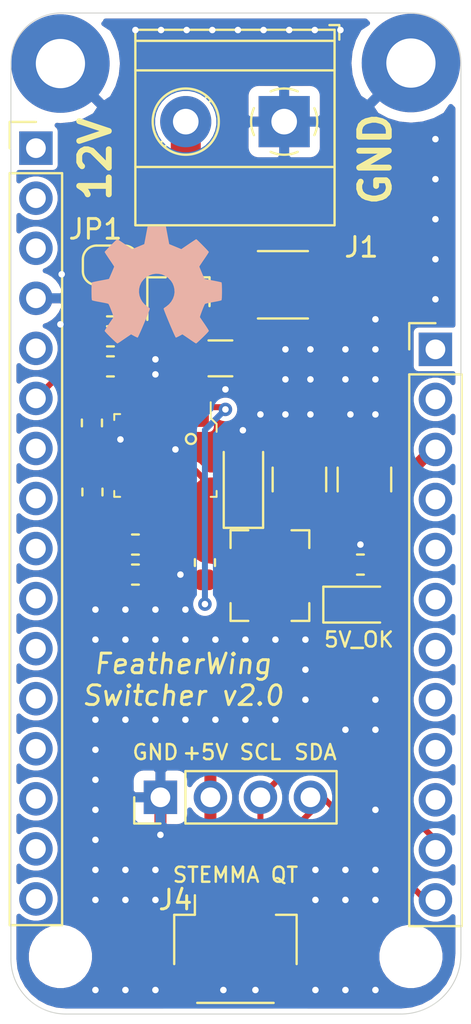
<source format=kicad_pcb>
(kicad_pcb (version 20171130) (host pcbnew 5.1.6-c6e7f7d~87~ubuntu18.04.1)

  (general
    (thickness 1.6)
    (drawings 18)
    (tracks 198)
    (zones 0)
    (modules 29)
    (nets 40)
  )

  (page A4)
  (layers
    (0 F.Cu signal)
    (31 B.Cu signal)
    (32 B.Adhes user)
    (33 F.Adhes user)
    (34 B.Paste user)
    (35 F.Paste user)
    (36 B.SilkS user)
    (37 F.SilkS user)
    (38 B.Mask user)
    (39 F.Mask user)
    (40 Dwgs.User user hide)
    (41 Cmts.User user hide)
    (42 Eco1.User user hide)
    (43 Eco2.User user hide)
    (44 Edge.Cuts user)
    (45 Margin user hide)
    (46 B.CrtYd user hide)
    (47 F.CrtYd user)
    (48 B.Fab user hide)
    (49 F.Fab user hide)
  )

  (setup
    (last_trace_width 1.524)
    (user_trace_width 0.1524)
    (user_trace_width 0.3048)
    (user_trace_width 0.6096)
    (user_trace_width 0.762)
    (user_trace_width 1.2192)
    (user_trace_width 1.524)
    (user_trace_width 1.8288)
    (trace_clearance 0.1524)
    (zone_clearance 0.254)
    (zone_45_only no)
    (trace_min 0.1524)
    (via_size 0.6858)
    (via_drill 0.3302)
    (via_min_size 0.6858)
    (via_min_drill 0.3302)
    (user_via 0.6858 0.3302)
    (uvia_size 0.0254)
    (uvia_drill 0)
    (uvias_allowed no)
    (uvia_min_size 0)
    (uvia_min_drill 0)
    (edge_width 0.05)
    (segment_width 0.2)
    (pcb_text_width 0.3)
    (pcb_text_size 1.5 1.5)
    (mod_edge_width 0.12)
    (mod_text_size 1 1)
    (mod_text_width 0.15)
    (pad_size 1.5 1.5)
    (pad_drill 0)
    (pad_to_mask_clearance 0.0508)
    (aux_axis_origin 0 0)
    (visible_elements FFFFFF7F)
    (pcbplotparams
      (layerselection 0x010fc_ffffffff)
      (usegerberextensions false)
      (usegerberattributes true)
      (usegerberadvancedattributes true)
      (creategerberjobfile true)
      (excludeedgelayer true)
      (linewidth 0.100000)
      (plotframeref false)
      (viasonmask false)
      (mode 1)
      (useauxorigin false)
      (hpglpennumber 1)
      (hpglpenspeed 20)
      (hpglpendiameter 15.000000)
      (psnegative false)
      (psa4output false)
      (plotreference true)
      (plotvalue true)
      (plotinvisibletext false)
      (padsonsilk false)
      (subtractmaskfromsilk false)
      (outputformat 1)
      (mirror false)
      (drillshape 0)
      (scaleselection 1)
      (outputdirectory "gerbers"))
  )

  (net 0 "")
  (net 1 GND)
  (net 2 "Net-(J2-Pad1)")
  (net 3 "Net-(J2-Pad5)")
  (net 4 "Net-(J2-Pad6)")
  (net 5 "Net-(J2-Pad7)")
  (net 6 "Net-(J2-Pad8)")
  (net 7 "Net-(J2-Pad9)")
  (net 8 "Net-(J2-Pad10)")
  (net 9 "Net-(J3-Pad1)")
  (net 10 "Net-(J3-Pad2)")
  (net 11 "Net-(J3-Pad3)")
  (net 12 "Net-(J3-Pad7)")
  (net 13 "Net-(J3-Pad8)")
  (net 14 "Net-(J3-Pad9)")
  (net 15 "Net-(J3-Pad10)")
  (net 16 "Net-(J3-Pad11)")
  (net 17 "Net-(J3-Pad12)")
  (net 18 "Net-(J3-Pad13)")
  (net 19 "Net-(J3-Pad14)")
  (net 20 "Net-(J3-Pad15)")
  (net 21 "Net-(J3-Pad16)")
  (net 22 "Net-(J3-Pad5)")
  (net 23 "Net-(C1-Pad2)")
  (net 24 "Net-(C1-Pad1)")
  (net 25 /ROSC)
  (net 26 "Net-(JP1-Pad2)")
  (net 27 +3V3)
  (net 28 "Net-(C7-Pad1)")
  (net 29 "Net-(C8-Pad1)")
  (net 30 "Net-(R1-Pad1)")
  (net 31 "Net-(D2-Pad2)")
  (net 32 "Net-(F1-Pad2)")
  (net 33 VCC)
  (net 34 VIN_SW)
  (net 35 +5V)
  (net 36 A1)
  (net 37 SCL)
  (net 38 SDA)
  (net 39 "Net-(J2-Pad4)")

  (net_class Default "This is the default net class."
    (clearance 0.1524)
    (trace_width 0.1524)
    (via_dia 0.6858)
    (via_drill 0.3302)
    (uvia_dia 0.0254)
    (uvia_drill 0)
    (diff_pair_width 0.1524)
    (diff_pair_gap 0.1524)
    (add_net +3V3)
    (add_net +5V)
    (add_net /ROSC)
    (add_net A1)
    (add_net GND)
    (add_net "Net-(C1-Pad1)")
    (add_net "Net-(C1-Pad2)")
    (add_net "Net-(C7-Pad1)")
    (add_net "Net-(C8-Pad1)")
    (add_net "Net-(D2-Pad2)")
    (add_net "Net-(F1-Pad2)")
    (add_net "Net-(J2-Pad1)")
    (add_net "Net-(J2-Pad10)")
    (add_net "Net-(J2-Pad4)")
    (add_net "Net-(J2-Pad5)")
    (add_net "Net-(J2-Pad6)")
    (add_net "Net-(J2-Pad7)")
    (add_net "Net-(J2-Pad8)")
    (add_net "Net-(J2-Pad9)")
    (add_net "Net-(J3-Pad1)")
    (add_net "Net-(J3-Pad10)")
    (add_net "Net-(J3-Pad11)")
    (add_net "Net-(J3-Pad12)")
    (add_net "Net-(J3-Pad13)")
    (add_net "Net-(J3-Pad14)")
    (add_net "Net-(J3-Pad15)")
    (add_net "Net-(J3-Pad16)")
    (add_net "Net-(J3-Pad2)")
    (add_net "Net-(J3-Pad3)")
    (add_net "Net-(J3-Pad5)")
    (add_net "Net-(J3-Pad7)")
    (add_net "Net-(J3-Pad8)")
    (add_net "Net-(J3-Pad9)")
    (add_net "Net-(JP1-Pad2)")
    (add_net "Net-(R1-Pad1)")
    (add_net SCL)
    (add_net SDA)
    (add_net VCC)
    (add_net VIN_SW)
  )

  (module MountingHole:MountingHole_2.7mm_M2.5 (layer F.Cu) (tedit 56D1B4CB) (tstamp 5F61515E)
    (at 148.6154 107.0102)
    (descr "Mounting Hole 2.7mm, no annular, M2.5")
    (tags "mounting hole 2.7mm no annular m2.5")
    (path /5F4E3ED4)
    (attr virtual)
    (fp_text reference H3 (at 0 -3.7) (layer F.SilkS) hide
      (effects (font (size 1 1) (thickness 0.15)))
    )
    (fp_text value MountingHole (at 0 3.7) (layer F.Fab)
      (effects (font (size 1 1) (thickness 0.15)))
    )
    (fp_circle (center 0 0) (end 2.7 0) (layer Cmts.User) (width 0.15))
    (fp_circle (center 0 0) (end 2.95 0) (layer F.CrtYd) (width 0.05))
    (fp_text user %R (at 0.3 0) (layer F.Fab)
      (effects (font (size 1 1) (thickness 0.15)))
    )
    (pad 1 np_thru_hole circle (at 0 0) (size 2.7 2.7) (drill 2.7) (layers *.Cu *.Mask))
  )

  (module MountingHole:MountingHole_2.7mm_M2.5 locked (layer F.Cu) (tedit 56D1B4CB) (tstamp 5F61500E)
    (at 130.81 107.0102)
    (descr "Mounting Hole 2.7mm, no annular, M2.5")
    (tags "mounting hole 2.7mm no annular m2.5")
    (path /5F4E4234)
    (attr virtual)
    (fp_text reference H4 (at 0 -3.7) (layer F.SilkS) hide
      (effects (font (size 1 1) (thickness 0.15)))
    )
    (fp_text value MountingHole (at 0 3.7) (layer F.Fab)
      (effects (font (size 1 1) (thickness 0.15)))
    )
    (fp_circle (center 0 0) (end 2.95 0) (layer F.CrtYd) (width 0.05))
    (fp_circle (center 0 0) (end 2.7 0) (layer Cmts.User) (width 0.15))
    (fp_text user %R (at 0.3 0) (layer F.Fab)
      (effects (font (size 1 1) (thickness 0.15)))
    )
    (pad 1 np_thru_hole circle (at 0 0) (size 2.7 2.7) (drill 2.7) (layers *.Cu *.Mask))
  )

  (module Connector_JST:JST_SH_SM04B-SRSS-TB_1x04-1MP_P1.00mm_Horizontal (layer F.Cu) (tedit 5F62AF6E) (tstamp 5F61510E)
    (at 139.7 106.68)
    (descr "JST SH series connector, SM04B-SRSS-TB (http://www.jst-mfg.com/product/pdf/eng/eSH.pdf), generated with kicad-footprint-generator")
    (tags "connector JST SH top entry")
    (path /5F572FDE)
    (attr smd)
    (fp_text reference J4 (at -3.048 -2.54) (layer F.SilkS)
      (effects (font (size 1 1) (thickness 0.15)))
    )
    (fp_text value QWIIC (at 0 3.98) (layer F.Fab)
      (effects (font (size 1 1) (thickness 0.15)))
    )
    (fp_line (start -1.5 -0.967893) (end -1 -1.675) (layer F.Fab) (width 0.1))
    (fp_line (start -2 -1.675) (end -1.5 -0.967893) (layer F.Fab) (width 0.1))
    (fp_line (start 3.9 -3.28) (end -3.9 -3.28) (layer F.CrtYd) (width 0.05))
    (fp_line (start 3.9 3.28) (end 3.9 -3.28) (layer F.CrtYd) (width 0.05))
    (fp_line (start -3.9 3.28) (end 3.9 3.28) (layer F.CrtYd) (width 0.05))
    (fp_line (start -3.9 -3.28) (end -3.9 3.28) (layer F.CrtYd) (width 0.05))
    (fp_line (start 3 -1.675) (end 3 2.575) (layer F.Fab) (width 0.1))
    (fp_line (start -3 -1.675) (end -3 2.575) (layer F.Fab) (width 0.1))
    (fp_line (start -3 2.575) (end 3 2.575) (layer F.Fab) (width 0.1))
    (fp_line (start -1.94 2.685) (end 1.94 2.685) (layer F.SilkS) (width 0.12))
    (fp_line (start 3.11 -1.785) (end 2.06 -1.785) (layer F.SilkS) (width 0.12))
    (fp_line (start 3.11 0.715) (end 3.11 -1.785) (layer F.SilkS) (width 0.12))
    (fp_line (start -2.06 -1.785) (end -2.06 -2.775) (layer F.SilkS) (width 0.12))
    (fp_line (start -3.11 -1.785) (end -2.06 -1.785) (layer F.SilkS) (width 0.12))
    (fp_line (start -3.11 0.715) (end -3.11 -1.785) (layer F.SilkS) (width 0.12))
    (fp_line (start -3 -1.675) (end 3 -1.675) (layer F.Fab) (width 0.1))
    (fp_text user %R (at 0 0) (layer F.Fab)
      (effects (font (size 1 1) (thickness 0.15)))
    )
    (pad MP smd roundrect (at 2.8 1.875) (size 1.2 1.8) (layers F.Cu F.Paste F.Mask) (roundrect_rratio 0.208333))
    (pad MP smd roundrect (at -2.8 1.875) (size 1.2 1.8) (layers F.Cu F.Paste F.Mask) (roundrect_rratio 0.208333))
    (pad 4 smd roundrect (at 1.5 -2) (size 0.6 1.55) (layers F.Cu F.Paste F.Mask) (roundrect_rratio 0.25)
      (net 38 SDA))
    (pad 3 smd roundrect (at 0.5 -2) (size 0.6 1.55) (layers F.Cu F.Paste F.Mask) (roundrect_rratio 0.25)
      (net 37 SCL))
    (pad 2 smd roundrect (at -0.5 -2) (size 0.6 1.55) (layers F.Cu F.Paste F.Mask) (roundrect_rratio 0.25)
      (net 35 +5V))
    (pad 1 smd roundrect (at -1.5 -2) (size 0.6 1.55) (layers F.Cu F.Paste F.Mask) (roundrect_rratio 0.25)
      (net 1 GND))
    (model "${KIPRJMOD}/3D/SM04B-SRSS-TB(LF)(SN)--3DModel-STEP-56544.STEP"
      (offset (xyz 0 1.25 -0.4))
      (scale (xyz 1 1 1))
      (rotate (xyz -90 0 0))
    )
  )

  (module Package_TO_SOT_SMD:SOT-23 (layer F.Cu) (tedit 5A02FF57) (tstamp 5F68C63E)
    (at 136.8044 73.3044 90)
    (descr "SOT-23, Standard")
    (tags SOT-23)
    (path /5F6B889D)
    (attr smd)
    (fp_text reference Q1 (at 2.286 -0.762 180) (layer Cmts.User)
      (effects (font (size 1 1) (thickness 0.15)))
    )
    (fp_text value Q_PMOS_GSD (at 0 2.5 90) (layer F.Fab)
      (effects (font (size 1 1) (thickness 0.15)))
    )
    (fp_line (start -0.7 -0.95) (end -0.7 1.5) (layer F.Fab) (width 0.1))
    (fp_line (start -0.15 -1.52) (end 0.7 -1.52) (layer F.Fab) (width 0.1))
    (fp_line (start -0.7 -0.95) (end -0.15 -1.52) (layer F.Fab) (width 0.1))
    (fp_line (start 0.7 -1.52) (end 0.7 1.52) (layer F.Fab) (width 0.1))
    (fp_line (start -0.7 1.52) (end 0.7 1.52) (layer F.Fab) (width 0.1))
    (fp_line (start 0.76 1.58) (end 0.76 0.65) (layer F.SilkS) (width 0.12))
    (fp_line (start 0.76 -1.58) (end 0.76 -0.65) (layer F.SilkS) (width 0.12))
    (fp_line (start -1.7 -1.75) (end 1.7 -1.75) (layer F.CrtYd) (width 0.05))
    (fp_line (start 1.7 -1.75) (end 1.7 1.75) (layer F.CrtYd) (width 0.05))
    (fp_line (start 1.7 1.75) (end -1.7 1.75) (layer F.CrtYd) (width 0.05))
    (fp_line (start -1.7 1.75) (end -1.7 -1.75) (layer F.CrtYd) (width 0.05))
    (fp_line (start 0.76 -1.58) (end -1.4 -1.58) (layer F.SilkS) (width 0.12))
    (fp_line (start 0.76 1.58) (end -0.7 1.58) (layer F.SilkS) (width 0.12))
    (fp_text user %R (at 0 0) (layer F.Fab)
      (effects (font (size 0.5 0.5) (thickness 0.075)))
    )
    (pad 3 smd rect (at 1 0 90) (size 0.9 0.8) (layers F.Cu F.Paste F.Mask)
      (net 32 "Net-(F1-Pad2)"))
    (pad 2 smd rect (at -1 0.95 90) (size 0.9 0.8) (layers F.Cu F.Paste F.Mask)
      (net 34 VIN_SW))
    (pad 1 smd rect (at -1 -0.95 90) (size 0.9 0.8) (layers F.Cu F.Paste F.Mask)
      (net 1 GND))
    (model ${KISYS3DMOD}/Package_TO_SOT_SMD.3dshapes/SOT-23.wrl
      (at (xyz 0 0 0))
      (scale (xyz 1 1 1))
      (rotate (xyz 0 0 0))
    )
  )

  (module "My libs:TDK-VLS4012HBX" (layer F.Cu) (tedit 5F4ED9E1) (tstamp 5F61521E)
    (at 141.4526 87.6808)
    (descr "Bourns SRN1060 series SMD inductor https://www.bourns.com/docs/Product-Datasheets/SRN1060.pdf")
    (tags "Bourns SRN1060 SMD inductor")
    (path /5F4D1082)
    (attr smd)
    (fp_text reference L1 (at 0.2794 2.9972 180) (layer Cmts.User)
      (effects (font (size 1 1) (thickness 0.15)))
    )
    (fp_text value 4.7uH (at 0 3) (layer F.Fab)
      (effects (font (size 1 1) (thickness 0.15)))
    )
    (fp_line (start -2 2.3) (end -1.1 2.3) (layer F.SilkS) (width 0.12))
    (fp_line (start -2 2.3) (end -2 1.4) (layer F.SilkS) (width 0.12))
    (fp_line (start 2 -2.3) (end 1.1 -2.3) (layer F.SilkS) (width 0.12))
    (fp_line (start 2 -2.3) (end 2 -1.4) (layer F.SilkS) (width 0.12))
    (fp_line (start 2 2.3) (end 1.1 2.3) (layer F.SilkS) (width 0.12))
    (fp_line (start 2 2.3) (end 2 1.4) (layer F.SilkS) (width 0.12))
    (fp_line (start 1.9 2.2) (end 1.9 -2.2) (layer F.Fab) (width 0.1))
    (fp_line (start -1.9 2.2) (end -1.9 -2.2) (layer F.Fab) (width 0.1))
    (fp_line (start -2 -2.3) (end 2 -2.3) (layer F.CrtYd) (width 0.05))
    (fp_line (start 2 2.3) (end 2 -2.3) (layer F.CrtYd) (width 0.05))
    (fp_line (start -2 -2.3) (end -2 2.3) (layer F.CrtYd) (width 0.05))
    (fp_line (start -2 -2.3) (end -1.1 -2.3) (layer F.SilkS) (width 0.12))
    (fp_line (start -2 -2.3) (end -2 -1.4) (layer F.SilkS) (width 0.12))
    (fp_line (start -1.9 -2.2) (end 1.9 -2.2) (layer F.Fab) (width 0.1))
    (fp_line (start -1.9 2.2) (end 1.9 2.2) (layer F.Fab) (width 0.1))
    (fp_line (start -2 2.3) (end 2 2.3) (layer F.CrtYd) (width 0.05))
    (fp_text user %R (at 0.2 -4.1) (layer F.Fab)
      (effects (font (size 1 1) (thickness 0.15)))
    )
    (pad 2 smd rect (at 1.375 0) (size 1 4.4) (layers F.Cu F.Paste F.Mask)
      (net 35 +5V))
    (pad 1 smd rect (at -1.375 0) (size 1 4.4) (layers F.Cu F.Paste F.Mask)
      (net 23 "Net-(C1-Pad2)"))
    (model ${KISYS3DMOD}/Inductor_SMD.3dshapes/L_Bourns-SRN4018.wrl
      (at (xyz 0 0 0))
      (scale (xyz 1 1 1))
      (rotate (xyz 0 0 0))
    )
  )

  (module Resistor_SMD:R_0603_1608Metric_Pad1.05x0.95mm_HandSolder (layer F.Cu) (tedit 5B301BBD) (tstamp 5F632C0E)
    (at 146.05 87.122)
    (descr "Resistor SMD 0603 (1608 Metric), square (rectangular) end terminal, IPC_7351 nominal with elongated pad for handsoldering. (Body size source: http://www.tortai-tech.com/upload/download/2011102023233369053.pdf), generated with kicad-footprint-generator")
    (tags "resistor handsolder")
    (path /5F673EBF)
    (attr smd)
    (fp_text reference R5 (at 0.508 3.81 180) (layer F.SilkS) hide
      (effects (font (size 1 1) (thickness 0.15)))
    )
    (fp_text value 1k (at 0 1.43) (layer F.Fab)
      (effects (font (size 1 1) (thickness 0.15)))
    )
    (fp_line (start 1.65 0.73) (end -1.65 0.73) (layer F.CrtYd) (width 0.05))
    (fp_line (start 1.65 -0.73) (end 1.65 0.73) (layer F.CrtYd) (width 0.05))
    (fp_line (start -1.65 -0.73) (end 1.65 -0.73) (layer F.CrtYd) (width 0.05))
    (fp_line (start -1.65 0.73) (end -1.65 -0.73) (layer F.CrtYd) (width 0.05))
    (fp_line (start -0.171267 0.51) (end 0.171267 0.51) (layer F.SilkS) (width 0.12))
    (fp_line (start -0.171267 -0.51) (end 0.171267 -0.51) (layer F.SilkS) (width 0.12))
    (fp_line (start 0.8 0.4) (end -0.8 0.4) (layer F.Fab) (width 0.1))
    (fp_line (start 0.8 -0.4) (end 0.8 0.4) (layer F.Fab) (width 0.1))
    (fp_line (start -0.8 -0.4) (end 0.8 -0.4) (layer F.Fab) (width 0.1))
    (fp_line (start -0.8 0.4) (end -0.8 -0.4) (layer F.Fab) (width 0.1))
    (fp_text user %R (at 0 0) (layer F.Fab)
      (effects (font (size 0.4 0.4) (thickness 0.06)))
    )
    (pad 2 smd roundrect (at 0.875 0) (size 1.05 0.95) (layers F.Cu F.Paste F.Mask) (roundrect_rratio 0.25)
      (net 31 "Net-(D2-Pad2)"))
    (pad 1 smd roundrect (at -0.875 0) (size 1.05 0.95) (layers F.Cu F.Paste F.Mask) (roundrect_rratio 0.25)
      (net 35 +5V))
    (model ${KISYS3DMOD}/Resistor_SMD.3dshapes/R_0603_1608Metric.wrl
      (at (xyz 0 0 0))
      (scale (xyz 1 1 1))
      (rotate (xyz 0 0 0))
    )
  )

  (module LED_SMD:LED_0805_2012Metric_Castellated (layer F.Cu) (tedit 5B36C52C) (tstamp 5F632BDA)
    (at 146.05 89.154)
    (descr "LED SMD 0805 (2012 Metric), castellated end terminal, IPC_7351 nominal, (Body size source: https://docs.google.com/spreadsheets/d/1BsfQQcO9C6DZCsRaXUlFlo91Tg2WpOkGARC1WS5S8t0/edit?usp=sharing), generated with kicad-footprint-generator")
    (tags "LED castellated")
    (path /5F672EB4)
    (attr smd)
    (fp_text reference D2 (at 2.413 0.508 270) (layer F.SilkS) hide
      (effects (font (size 1 1) (thickness 0.15)))
    )
    (fp_text value 5V_OK (at -0.0762 1.778) (layer F.SilkS)
      (effects (font (size 0.762 0.762) (thickness 0.127)))
    )
    (fp_line (start 1.88 0.9) (end -1.88 0.9) (layer F.CrtYd) (width 0.05))
    (fp_line (start 1.88 -0.9) (end 1.88 0.9) (layer F.CrtYd) (width 0.05))
    (fp_line (start -1.88 -0.9) (end 1.88 -0.9) (layer F.CrtYd) (width 0.05))
    (fp_line (start -1.88 0.9) (end -1.88 -0.9) (layer F.CrtYd) (width 0.05))
    (fp_line (start -1.885 0.91) (end 1 0.91) (layer F.SilkS) (width 0.12))
    (fp_line (start -1.885 -0.91) (end -1.885 0.91) (layer F.SilkS) (width 0.12))
    (fp_line (start 1 -0.91) (end -1.885 -0.91) (layer F.SilkS) (width 0.12))
    (fp_line (start 1 0.6) (end 1 -0.6) (layer F.Fab) (width 0.1))
    (fp_line (start -1 0.6) (end 1 0.6) (layer F.Fab) (width 0.1))
    (fp_line (start -1 -0.3) (end -1 0.6) (layer F.Fab) (width 0.1))
    (fp_line (start -0.7 -0.6) (end -1 -0.3) (layer F.Fab) (width 0.1))
    (fp_line (start 1 -0.6) (end -0.7 -0.6) (layer F.Fab) (width 0.1))
    (fp_text user %R (at 0 0) (layer F.Fab)
      (effects (font (size 0.5 0.5) (thickness 0.08)))
    )
    (pad 2 smd roundrect (at 0.9625 0) (size 1.325 1.3) (layers F.Cu F.Paste F.Mask) (roundrect_rratio 0.192308)
      (net 31 "Net-(D2-Pad2)"))
    (pad 1 smd roundrect (at -0.9625 0) (size 1.325 1.3) (layers F.Cu F.Paste F.Mask) (roundrect_rratio 0.192308)
      (net 1 GND))
    (model ${KISYS3DMOD}/LED_SMD.3dshapes/LED_0805_2012Metric_Castellated.wrl
      (at (xyz 0 0 0))
      (scale (xyz 1 1 1))
      (rotate (xyz 0 0 0))
    )
  )

  (module Connector_PinHeader_2.54mm:PinHeader_1x04_P2.54mm_Vertical (layer F.Cu) (tedit 59FED5CC) (tstamp 5F62C00B)
    (at 135.89 98.933 90)
    (descr "Through hole straight pin header, 1x04, 2.54mm pitch, single row")
    (tags "Through hole pin header THT 1x04 2.54mm single row")
    (path /5F66B8C9)
    (fp_text reference J5 (at -1.8288 9.8806 180) (layer F.SilkS) hide
      (effects (font (size 1 1) (thickness 0.15)))
    )
    (fp_text value 0.1"x4 (at 0 9.95 90) (layer F.Fab)
      (effects (font (size 1 1) (thickness 0.15)))
    )
    (fp_line (start 1.8 -1.8) (end -1.8 -1.8) (layer F.CrtYd) (width 0.05))
    (fp_line (start 1.8 9.4) (end 1.8 -1.8) (layer F.CrtYd) (width 0.05))
    (fp_line (start -1.8 9.4) (end 1.8 9.4) (layer F.CrtYd) (width 0.05))
    (fp_line (start -1.8 -1.8) (end -1.8 9.4) (layer F.CrtYd) (width 0.05))
    (fp_line (start -1.33 -1.33) (end 0 -1.33) (layer F.SilkS) (width 0.12))
    (fp_line (start -1.33 0) (end -1.33 -1.33) (layer F.SilkS) (width 0.12))
    (fp_line (start -1.33 1.27) (end 1.33 1.27) (layer F.SilkS) (width 0.12))
    (fp_line (start 1.33 1.27) (end 1.33 8.95) (layer F.SilkS) (width 0.12))
    (fp_line (start -1.33 1.27) (end -1.33 8.95) (layer F.SilkS) (width 0.12))
    (fp_line (start -1.33 8.95) (end 1.33 8.95) (layer F.SilkS) (width 0.12))
    (fp_line (start -1.27 -0.635) (end -0.635 -1.27) (layer F.Fab) (width 0.1))
    (fp_line (start -1.27 8.89) (end -1.27 -0.635) (layer F.Fab) (width 0.1))
    (fp_line (start 1.27 8.89) (end -1.27 8.89) (layer F.Fab) (width 0.1))
    (fp_line (start 1.27 -1.27) (end 1.27 8.89) (layer F.Fab) (width 0.1))
    (fp_line (start -0.635 -1.27) (end 1.27 -1.27) (layer F.Fab) (width 0.1))
    (fp_text user %R (at 0 3.81) (layer F.Fab)
      (effects (font (size 1 1) (thickness 0.15)))
    )
    (pad 4 thru_hole oval (at 0 7.62 90) (size 1.7 1.7) (drill 1) (layers *.Cu *.Mask)
      (net 38 SDA))
    (pad 3 thru_hole oval (at 0 5.08 90) (size 1.7 1.7) (drill 1) (layers *.Cu *.Mask)
      (net 37 SCL))
    (pad 2 thru_hole oval (at 0 2.54 90) (size 1.7 1.7) (drill 1) (layers *.Cu *.Mask)
      (net 35 +5V))
    (pad 1 thru_hole rect (at 0 0 90) (size 1.7 1.7) (drill 1) (layers *.Cu *.Mask)
      (net 1 GND))
  )

  (module TerminalBlock_Phoenix:TerminalBlock_Phoenix_MKDS-1,5-2_1x02_P5.00mm_Horizontal locked (layer F.Cu) (tedit 5B294EE5) (tstamp 5F6154BB)
    (at 142.1765 64.643 180)
    (descr "Terminal Block Phoenix MKDS-1,5-2, 2 pins, pitch 5mm, size 10x9.8mm^2, drill diamater 1.3mm, pad diameter 2.6mm, see http://www.farnell.com/datasheets/100425.pdf, script-generated using https://github.com/pointhi/kicad-footprint-generator/scripts/TerminalBlock_Phoenix")
    (tags "THT Terminal Block Phoenix MKDS-1,5-2 pitch 5mm size 10x9.8mm^2 drill 1.3mm pad 2.6mm")
    (path /5F4365A9)
    (fp_text reference J1 (at -3.9243 -6.3754) (layer F.SilkS)
      (effects (font (size 1 1) (thickness 0.15)))
    )
    (fp_text value 5.08mm (at -14.478 6.604) (layer F.Fab)
      (effects (font (size 1 1) (thickness 0.15)))
    )
    (fp_line (start 8 -5.71) (end -3 -5.71) (layer F.CrtYd) (width 0.05))
    (fp_line (start 8 5.1) (end 8 -5.71) (layer F.CrtYd) (width 0.05))
    (fp_line (start -3 5.1) (end 8 5.1) (layer F.CrtYd) (width 0.05))
    (fp_line (start -3 -5.71) (end -3 5.1) (layer F.CrtYd) (width 0.05))
    (fp_line (start -2.8 4.9) (end -2.3 4.9) (layer F.SilkS) (width 0.12))
    (fp_line (start -2.8 4.16) (end -2.8 4.9) (layer F.SilkS) (width 0.12))
    (fp_line (start 3.773 1.023) (end 3.726 1.069) (layer F.SilkS) (width 0.12))
    (fp_line (start 6.07 -1.275) (end 6.035 -1.239) (layer F.SilkS) (width 0.12))
    (fp_line (start 3.966 1.239) (end 3.931 1.274) (layer F.SilkS) (width 0.12))
    (fp_line (start 6.275 -1.069) (end 6.228 -1.023) (layer F.SilkS) (width 0.12))
    (fp_line (start 5.955 -1.138) (end 3.863 0.955) (layer F.Fab) (width 0.1))
    (fp_line (start 6.138 -0.955) (end 4.046 1.138) (layer F.Fab) (width 0.1))
    (fp_line (start 0.955 -1.138) (end -1.138 0.955) (layer F.Fab) (width 0.1))
    (fp_line (start 1.138 -0.955) (end -0.955 1.138) (layer F.Fab) (width 0.1))
    (fp_line (start 7.56 -5.261) (end 7.56 4.66) (layer F.SilkS) (width 0.12))
    (fp_line (start -2.56 -5.261) (end -2.56 4.66) (layer F.SilkS) (width 0.12))
    (fp_line (start -2.56 4.66) (end 7.56 4.66) (layer F.SilkS) (width 0.12))
    (fp_line (start -2.56 -5.261) (end 7.56 -5.261) (layer F.SilkS) (width 0.12))
    (fp_line (start -2.56 -2.301) (end 7.56 -2.301) (layer F.SilkS) (width 0.12))
    (fp_line (start -2.5 -2.3) (end 7.5 -2.3) (layer F.Fab) (width 0.1))
    (fp_line (start -2.56 2.6) (end 7.56 2.6) (layer F.SilkS) (width 0.12))
    (fp_line (start -2.5 2.6) (end 7.5 2.6) (layer F.Fab) (width 0.1))
    (fp_line (start -2.56 4.1) (end 7.56 4.1) (layer F.SilkS) (width 0.12))
    (fp_line (start -2.5 4.1) (end 7.5 4.1) (layer F.Fab) (width 0.1))
    (fp_line (start -2.5 4.1) (end -2.5 -5.2) (layer F.Fab) (width 0.1))
    (fp_line (start -2 4.6) (end -2.5 4.1) (layer F.Fab) (width 0.1))
    (fp_line (start 7.5 4.6) (end -2 4.6) (layer F.Fab) (width 0.1))
    (fp_line (start 7.5 -5.2) (end 7.5 4.6) (layer F.Fab) (width 0.1))
    (fp_line (start -2.5 -5.2) (end 7.5 -5.2) (layer F.Fab) (width 0.1))
    (fp_circle (center 5 0) (end 6.68 0) (layer F.SilkS) (width 0.12))
    (fp_circle (center 5 0) (end 6.5 0) (layer F.Fab) (width 0.1))
    (fp_circle (center 0 0) (end 1.5 0) (layer F.Fab) (width 0.1))
    (fp_arc (start 0 0) (end 0 1.68) (angle -24) (layer F.SilkS) (width 0.12))
    (fp_arc (start 0 0) (end 1.535 0.684) (angle -48) (layer F.SilkS) (width 0.12))
    (fp_arc (start 0 0) (end 0.684 -1.535) (angle -48) (layer F.SilkS) (width 0.12))
    (fp_arc (start 0 0) (end -1.535 -0.684) (angle -48) (layer F.SilkS) (width 0.12))
    (fp_arc (start 0 0) (end -0.684 1.535) (angle -25) (layer F.SilkS) (width 0.12))
    (fp_text user %R (at 2.5 3.2) (layer F.Fab)
      (effects (font (size 1 1) (thickness 0.15)))
    )
    (pad 1 thru_hole rect (at 0 0 180) (size 2.6 2.6) (drill 1.3) (layers *.Cu *.Mask)
      (net 1 GND))
    (pad 2 thru_hole circle (at 5 0 180) (size 2.6 2.6) (drill 1.3) (layers *.Cu *.Mask)
      (net 33 VCC))
    (model ${KISYS3DMOD}/TerminalBlock_Phoenix.3dshapes/TerminalBlock_Phoenix_MKDS-1,5-2-5.08_1x02_P5.08mm_Horizontal.wrl
      (at (xyz 0 0 0))
      (scale (xyz 1 1 1))
      (rotate (xyz 0 0 0))
    )
  )

  (module Fuse:Fuse_1812_4532Metric_Castellated (layer F.Cu) (tedit 5E627E60) (tstamp 5F6150C5)
    (at 142.113 72.9234 180)
    (descr "Fuse SMD 1812 (4532 Metric), castellated end terminal, IPC_7351. (Body size source: https://www.nikhef.nl/pub/departments/mt/projects/detectorR_D/dtddice/ERJ2G.pdf), generated with kicad-footprint-generator")
    (tags "fuse castellated")
    (path /5F5C90E5)
    (attr smd)
    (fp_text reference F1 (at -4.318 -0.4826 180) (layer Cmts.User)
      (effects (font (size 1 1) (thickness 0.15)))
    )
    (fp_text value "24V 1.1A" (at 0 2.6) (layer F.Fab)
      (effects (font (size 1 1) (thickness 0.15)))
    )
    (fp_line (start 3.15 1.9) (end -3.15 1.9) (layer F.CrtYd) (width 0.05))
    (fp_line (start 3.15 -1.9) (end 3.15 1.9) (layer F.CrtYd) (width 0.05))
    (fp_line (start -3.15 -1.9) (end 3.15 -1.9) (layer F.CrtYd) (width 0.05))
    (fp_line (start -3.15 1.9) (end -3.15 -1.9) (layer F.CrtYd) (width 0.05))
    (fp_line (start -1.270031 1.71) (end 1.270031 1.71) (layer F.SilkS) (width 0.12))
    (fp_line (start -1.270031 -1.71) (end 1.270031 -1.71) (layer F.SilkS) (width 0.12))
    (fp_line (start 2.25 1.6) (end -2.25 1.6) (layer F.Fab) (width 0.1))
    (fp_line (start 2.25 -1.6) (end 2.25 1.6) (layer F.Fab) (width 0.1))
    (fp_line (start -2.25 -1.6) (end 2.25 -1.6) (layer F.Fab) (width 0.1))
    (fp_line (start -2.25 1.6) (end -2.25 -1.6) (layer F.Fab) (width 0.1))
    (fp_text user %R (at 0 0) (layer F.Fab)
      (effects (font (size 1 1) (thickness 0.15)))
    )
    (pad 2 smd roundrect (at 2.1625 0 180) (size 1.475 3.3) (layers F.Cu F.Paste F.Mask) (roundrect_rratio 0.169492)
      (net 32 "Net-(F1-Pad2)"))
    (pad 1 smd roundrect (at -2.1625 0 180) (size 1.475 3.3) (layers F.Cu F.Paste F.Mask) (roundrect_rratio 0.169492)
      (net 33 VCC))
    (model ${KIPRJMOD}/3D/24DR.STEP
      (offset (xyz 0 0 1.2))
      (scale (xyz 1 1 1))
      (rotate (xyz 90 0 0))
    )
  )

  (module Symbol:OSHW-Symbol_6.7x6mm_SilkScreen (layer B.Cu) (tedit 0) (tstamp 5F6150EC)
    (at 135.7122 72.9488 180)
    (descr "Open Source Hardware Symbol")
    (tags "Logo Symbol OSHW")
    (path /5F5741D6)
    (attr virtual)
    (fp_text reference LOGO1 (at 0 0) (layer B.SilkS) hide
      (effects (font (size 1 1) (thickness 0.15)) (justify mirror))
    )
    (fp_text value Logo_Open_Hardware_Small (at 0.75 0) (layer B.Fab) hide
      (effects (font (size 1 1) (thickness 0.15)) (justify mirror))
    )
    (fp_poly (pts (xy 0.555814 2.531069) (xy 0.639635 2.086445) (xy 0.94892 1.958947) (xy 1.258206 1.831449)
      (xy 1.629246 2.083754) (xy 1.733157 2.154004) (xy 1.827087 2.216728) (xy 1.906652 2.269062)
      (xy 1.96747 2.308143) (xy 2.005157 2.331107) (xy 2.015421 2.336058) (xy 2.03391 2.323324)
      (xy 2.07342 2.288118) (xy 2.129522 2.234938) (xy 2.197787 2.168282) (xy 2.273786 2.092646)
      (xy 2.353092 2.012528) (xy 2.431275 1.932426) (xy 2.503907 1.856836) (xy 2.566559 1.790255)
      (xy 2.614803 1.737182) (xy 2.64421 1.702113) (xy 2.651241 1.690377) (xy 2.641123 1.66874)
      (xy 2.612759 1.621338) (xy 2.569129 1.552807) (xy 2.513218 1.467785) (xy 2.448006 1.370907)
      (xy 2.410219 1.31565) (xy 2.341343 1.214752) (xy 2.28014 1.123701) (xy 2.229578 1.04703)
      (xy 2.192628 0.989272) (xy 2.172258 0.954957) (xy 2.169197 0.947746) (xy 2.176136 0.927252)
      (xy 2.195051 0.879487) (xy 2.223087 0.811168) (xy 2.257391 0.729011) (xy 2.295109 0.63973)
      (xy 2.333387 0.550042) (xy 2.36937 0.466662) (xy 2.400206 0.396306) (xy 2.423039 0.34569)
      (xy 2.435017 0.321529) (xy 2.435724 0.320578) (xy 2.454531 0.315964) (xy 2.504618 0.305672)
      (xy 2.580793 0.290713) (xy 2.677865 0.272099) (xy 2.790643 0.250841) (xy 2.856442 0.238582)
      (xy 2.97695 0.215638) (xy 3.085797 0.193805) (xy 3.177476 0.174278) (xy 3.246481 0.158252)
      (xy 3.287304 0.146921) (xy 3.295511 0.143326) (xy 3.303548 0.118994) (xy 3.310033 0.064041)
      (xy 3.31497 -0.015108) (xy 3.318364 -0.112026) (xy 3.320218 -0.220287) (xy 3.320538 -0.333465)
      (xy 3.319327 -0.445135) (xy 3.31659 -0.548868) (xy 3.312331 -0.638241) (xy 3.306555 -0.706826)
      (xy 3.299267 -0.748197) (xy 3.294895 -0.75681) (xy 3.268764 -0.767133) (xy 3.213393 -0.781892)
      (xy 3.136107 -0.799352) (xy 3.04423 -0.81778) (xy 3.012158 -0.823741) (xy 2.857524 -0.852066)
      (xy 2.735375 -0.874876) (xy 2.641673 -0.89308) (xy 2.572384 -0.907583) (xy 2.523471 -0.919292)
      (xy 2.490897 -0.929115) (xy 2.470628 -0.937956) (xy 2.458626 -0.946724) (xy 2.456947 -0.948457)
      (xy 2.440184 -0.976371) (xy 2.414614 -1.030695) (xy 2.382788 -1.104777) (xy 2.34726 -1.191965)
      (xy 2.310583 -1.285608) (xy 2.275311 -1.379052) (xy 2.243996 -1.465647) (xy 2.219193 -1.53874)
      (xy 2.203454 -1.591678) (xy 2.199332 -1.617811) (xy 2.199676 -1.618726) (xy 2.213641 -1.640086)
      (xy 2.245322 -1.687084) (xy 2.291391 -1.754827) (xy 2.348518 -1.838423) (xy 2.413373 -1.932982)
      (xy 2.431843 -1.959854) (xy 2.497699 -2.057275) (xy 2.55565 -2.146163) (xy 2.602538 -2.221412)
      (xy 2.635207 -2.27792) (xy 2.6505 -2.310581) (xy 2.651241 -2.314593) (xy 2.638392 -2.335684)
      (xy 2.602888 -2.377464) (xy 2.549293 -2.435445) (xy 2.482171 -2.505135) (xy 2.406087 -2.582045)
      (xy 2.325604 -2.661683) (xy 2.245287 -2.739561) (xy 2.169699 -2.811186) (xy 2.103405 -2.87207)
      (xy 2.050969 -2.917721) (xy 2.016955 -2.94365) (xy 2.007545 -2.947883) (xy 1.985643 -2.937912)
      (xy 1.9408 -2.91102) (xy 1.880321 -2.871736) (xy 1.833789 -2.840117) (xy 1.749475 -2.782098)
      (xy 1.649626 -2.713784) (xy 1.549473 -2.645579) (xy 1.495627 -2.609075) (xy 1.313371 -2.4858)
      (xy 1.160381 -2.56852) (xy 1.090682 -2.604759) (xy 1.031414 -2.632926) (xy 0.991311 -2.648991)
      (xy 0.981103 -2.651226) (xy 0.968829 -2.634722) (xy 0.944613 -2.588082) (xy 0.910263 -2.515609)
      (xy 0.867588 -2.421606) (xy 0.818394 -2.310374) (xy 0.76449 -2.186215) (xy 0.707684 -2.053432)
      (xy 0.649782 -1.916327) (xy 0.592593 -1.779202) (xy 0.537924 -1.646358) (xy 0.487584 -1.522098)
      (xy 0.44338 -1.410725) (xy 0.407119 -1.316539) (xy 0.380609 -1.243844) (xy 0.365658 -1.196941)
      (xy 0.363254 -1.180833) (xy 0.382311 -1.160286) (xy 0.424036 -1.126933) (xy 0.479706 -1.087702)
      (xy 0.484378 -1.084599) (xy 0.628264 -0.969423) (xy 0.744283 -0.835053) (xy 0.83143 -0.685784)
      (xy 0.888699 -0.525913) (xy 0.915086 -0.359737) (xy 0.909585 -0.191552) (xy 0.87119 -0.025655)
      (xy 0.798895 0.133658) (xy 0.777626 0.168513) (xy 0.666996 0.309263) (xy 0.536302 0.422286)
      (xy 0.390064 0.506997) (xy 0.232808 0.562806) (xy 0.069057 0.589126) (xy -0.096667 0.58537)
      (xy -0.259838 0.55095) (xy -0.415935 0.485277) (xy -0.560433 0.387765) (xy -0.605131 0.348187)
      (xy -0.718888 0.224297) (xy -0.801782 0.093876) (xy -0.858644 -0.052315) (xy -0.890313 -0.197088)
      (xy -0.898131 -0.35986) (xy -0.872062 -0.52344) (xy -0.814755 -0.682298) (xy -0.728856 -0.830906)
      (xy -0.617014 -0.963735) (xy -0.481877 -1.075256) (xy -0.464117 -1.087011) (xy -0.40785 -1.125508)
      (xy -0.365077 -1.158863) (xy -0.344628 -1.18016) (xy -0.344331 -1.180833) (xy -0.348721 -1.203871)
      (xy -0.366124 -1.256157) (xy -0.394732 -1.33339) (xy -0.432735 -1.431268) (xy -0.478326 -1.545491)
      (xy -0.529697 -1.671758) (xy -0.585038 -1.805767) (xy -0.642542 -1.943218) (xy -0.700399 -2.079808)
      (xy -0.756802 -2.211237) (xy -0.809942 -2.333205) (xy -0.85801 -2.441409) (xy -0.899199 -2.531549)
      (xy -0.931699 -2.599323) (xy -0.953703 -2.64043) (xy -0.962564 -2.651226) (xy -0.98964 -2.642819)
      (xy -1.040303 -2.620272) (xy -1.105817 -2.587613) (xy -1.141841 -2.56852) (xy -1.294832 -2.4858)
      (xy -1.477088 -2.609075) (xy -1.570125 -2.672228) (xy -1.671985 -2.741727) (xy -1.767438 -2.807165)
      (xy -1.81525 -2.840117) (xy -1.882495 -2.885273) (xy -1.939436 -2.921057) (xy -1.978646 -2.942938)
      (xy -1.991381 -2.947563) (xy -2.009917 -2.935085) (xy -2.050941 -2.900252) (xy -2.110475 -2.846678)
      (xy -2.184542 -2.777983) (xy -2.269165 -2.697781) (xy -2.322685 -2.646286) (xy -2.416319 -2.554286)
      (xy -2.497241 -2.471999) (xy -2.562177 -2.402945) (xy -2.607858 -2.350644) (xy -2.631011 -2.318616)
      (xy -2.633232 -2.312116) (xy -2.622924 -2.287394) (xy -2.594439 -2.237405) (xy -2.550937 -2.167212)
      (xy -2.495577 -2.081875) (xy -2.43152 -1.986456) (xy -2.413303 -1.959854) (xy -2.346927 -1.863167)
      (xy -2.287378 -1.776117) (xy -2.237984 -1.703595) (xy -2.202075 -1.650493) (xy -2.182981 -1.621703)
      (xy -2.181136 -1.618726) (xy -2.183895 -1.595782) (xy -2.198538 -1.545336) (xy -2.222513 -1.474041)
      (xy -2.253266 -1.388547) (xy -2.288244 -1.295507) (xy -2.324893 -1.201574) (xy -2.360661 -1.113399)
      (xy -2.392994 -1.037634) (xy -2.419338 -0.980931) (xy -2.437142 -0.949943) (xy -2.438407 -0.948457)
      (xy -2.449294 -0.939601) (xy -2.467682 -0.930843) (xy -2.497606 -0.921277) (xy -2.543103 -0.909996)
      (xy -2.608209 -0.896093) (xy -2.696961 -0.878663) (xy -2.813393 -0.856798) (xy -2.961542 -0.829591)
      (xy -2.993618 -0.823741) (xy -3.088686 -0.805374) (xy -3.171565 -0.787405) (xy -3.23493 -0.771569)
      (xy -3.271458 -0.7596) (xy -3.276356 -0.75681) (xy -3.284427 -0.732072) (xy -3.290987 -0.67679)
      (xy -3.296033 -0.597389) (xy -3.299559 -0.500296) (xy -3.301561 -0.391938) (xy -3.302036 -0.27874)
      (xy -3.300977 -0.167128) (xy -3.298382 -0.063529) (xy -3.294246 0.025632) (xy -3.288563 0.093928)
      (xy -3.281331 0.134934) (xy -3.276971 0.143326) (xy -3.252698 0.151792) (xy -3.197426 0.165565)
      (xy -3.116662 0.18345) (xy -3.015912 0.204252) (xy -2.900683 0.226777) (xy -2.837902 0.238582)
      (xy -2.718787 0.260849) (xy -2.612565 0.281021) (xy -2.524427 0.298085) (xy -2.459566 0.311031)
      (xy -2.423174 0.318845) (xy -2.417184 0.320578) (xy -2.407061 0.34011) (xy -2.385662 0.387157)
      (xy -2.355839 0.454997) (xy -2.320445 0.536909) (xy -2.282332 0.626172) (xy -2.244353 0.716065)
      (xy -2.20936 0.799865) (xy -2.180206 0.870853) (xy -2.159743 0.922306) (xy -2.150823 0.947503)
      (xy -2.150657 0.948604) (xy -2.160769 0.968481) (xy -2.189117 1.014223) (xy -2.232723 1.081283)
      (xy -2.288606 1.165116) (xy -2.353787 1.261174) (xy -2.391679 1.31635) (xy -2.460725 1.417519)
      (xy -2.52205 1.50937) (xy -2.572663 1.587256) (xy -2.609571 1.646531) (xy -2.629782 1.682549)
      (xy -2.632701 1.690623) (xy -2.620153 1.709416) (xy -2.585463 1.749543) (xy -2.533063 1.806507)
      (xy -2.467384 1.875815) (xy -2.392856 1.952969) (xy -2.313913 2.033475) (xy -2.234983 2.112837)
      (xy -2.1605 2.18656) (xy -2.094894 2.250148) (xy -2.042596 2.299106) (xy -2.008039 2.328939)
      (xy -1.996478 2.336058) (xy -1.977654 2.326047) (xy -1.932631 2.297922) (xy -1.865787 2.254546)
      (xy -1.781499 2.198782) (xy -1.684144 2.133494) (xy -1.610707 2.083754) (xy -1.239667 1.831449)
      (xy -0.621095 2.086445) (xy -0.537275 2.531069) (xy -0.453454 2.975693) (xy 0.471994 2.975693)
      (xy 0.555814 2.531069)) (layer B.SilkS) (width 0.01))
  )

  (module MountingHole:MountingHole_2.5mm_Pad (layer F.Cu) (tedit 56D1B4CB) (tstamp 5F615173)
    (at 148.6154 61.6712)
    (descr "Mounting Hole 2.5mm")
    (tags "mounting hole 2.5mm")
    (path /5F54DC92)
    (attr virtual)
    (fp_text reference H2 (at 0 -3.5) (layer F.SilkS) hide
      (effects (font (size 1 1) (thickness 0.15)))
    )
    (fp_text value MountingHole_Pad (at 0 3.5) (layer F.Fab)
      (effects (font (size 1 1) (thickness 0.15)))
    )
    (fp_circle (center 0 0) (end 2.5 0) (layer Cmts.User) (width 0.15))
    (fp_circle (center 0 0) (end 2.75 0) (layer F.CrtYd) (width 0.05))
    (fp_text user %R (at 0.3 0) (layer F.Fab)
      (effects (font (size 1 1) (thickness 0.15)))
    )
    (pad 1 thru_hole circle (at 0 0) (size 5 5) (drill 2.5) (layers *.Cu *.Mask)
      (net 1 GND))
  )

  (module MountingHole:MountingHole_2.5mm_Pad locked (layer F.Cu) (tedit 56D1B4CB) (tstamp 5F615149)
    (at 130.81 61.6966)
    (descr "Mounting Hole 2.5mm")
    (tags "mounting hole 2.5mm")
    (path /5F541A68)
    (attr virtual)
    (fp_text reference H1 (at 0 -3.5) (layer F.SilkS) hide
      (effects (font (size 1 1) (thickness 0.15)))
    )
    (fp_text value MountingHole_Pad (at 0 3.5) (layer F.Fab)
      (effects (font (size 1 1) (thickness 0.15)))
    )
    (fp_circle (center 0 0) (end 2.75 0) (layer F.CrtYd) (width 0.05))
    (fp_circle (center 0 0) (end 2.5 0) (layer Cmts.User) (width 0.15))
    (fp_text user %R (at 0.3 0) (layer F.Fab)
      (effects (font (size 1 1) (thickness 0.15)))
    )
    (pad 1 thru_hole circle (at 0 0) (size 5 5) (drill 2.5) (layers *.Cu *.Mask)
      (net 1 GND))
  )

  (module Capacitor_SMD:C_1210_3225Metric_Pad1.42x2.65mm_HandSolder (layer F.Cu) (tedit 5B301BBE) (tstamp 5F615461)
    (at 142.9512 82.804 90)
    (descr "Capacitor SMD 1210 (3225 Metric), square (rectangular) end terminal, IPC_7351 nominal with elongated pad for handsoldering. (Body size source: http://www.tortai-tech.com/upload/download/2011102023233369053.pdf), generated with kicad-footprint-generator")
    (tags "capacitor handsolder")
    (path /5F4359CD)
    (attr smd)
    (fp_text reference C5 (at 0 0 180) (layer Cmts.User)
      (effects (font (size 1 1) (thickness 0.15)))
    )
    (fp_text value 22uF (at 0 2.28 90) (layer F.Fab)
      (effects (font (size 1 1) (thickness 0.15)))
    )
    (fp_line (start 2.45 1.58) (end -2.45 1.58) (layer F.CrtYd) (width 0.05))
    (fp_line (start 2.45 -1.58) (end 2.45 1.58) (layer F.CrtYd) (width 0.05))
    (fp_line (start -2.45 -1.58) (end 2.45 -1.58) (layer F.CrtYd) (width 0.05))
    (fp_line (start -2.45 1.58) (end -2.45 -1.58) (layer F.CrtYd) (width 0.05))
    (fp_line (start -0.602064 1.36) (end 0.602064 1.36) (layer F.SilkS) (width 0.12))
    (fp_line (start -0.602064 -1.36) (end 0.602064 -1.36) (layer F.SilkS) (width 0.12))
    (fp_line (start 1.6 1.25) (end -1.6 1.25) (layer F.Fab) (width 0.1))
    (fp_line (start 1.6 -1.25) (end 1.6 1.25) (layer F.Fab) (width 0.1))
    (fp_line (start -1.6 -1.25) (end 1.6 -1.25) (layer F.Fab) (width 0.1))
    (fp_line (start -1.6 1.25) (end -1.6 -1.25) (layer F.Fab) (width 0.1))
    (fp_text user %R (at 0 0 90) (layer F.Fab)
      (effects (font (size 0.8 0.8) (thickness 0.12)))
    )
    (pad 2 smd roundrect (at 1.4875 0 90) (size 1.425 2.65) (layers F.Cu F.Paste F.Mask) (roundrect_rratio 0.175439)
      (net 1 GND))
    (pad 1 smd roundrect (at -1.4875 0 90) (size 1.425 2.65) (layers F.Cu F.Paste F.Mask) (roundrect_rratio 0.175439)
      (net 35 +5V))
    (model ${KISYS3DMOD}/Capacitor_SMD.3dshapes/C_1206_3216Metric.wrl
      (at (xyz 0 0 0))
      (scale (xyz 1 1 1))
      (rotate (xyz 0 0 0))
    )
  )

  (module Capacitor_SMD:C_0603_1608Metric_Pad1.05x0.95mm_HandSolder (layer F.Cu) (tedit 5B301BBE) (tstamp 5F6155A2)
    (at 133.35 77.0636)
    (descr "Capacitor SMD 0603 (1608 Metric), square (rectangular) end terminal, IPC_7351 nominal with elongated pad for handsoldering. (Body size source: http://www.tortai-tech.com/upload/download/2011102023233369053.pdf), generated with kicad-footprint-generator")
    (tags "capacitor handsolder")
    (path /5F52B2E4)
    (attr smd)
    (fp_text reference C9 (at -0.7874 1.4986) (layer F.SilkS) hide
      (effects (font (size 1 1) (thickness 0.15)))
    )
    (fp_text value 10nF (at 0 1.43) (layer F.Fab)
      (effects (font (size 1 1) (thickness 0.15)))
    )
    (fp_line (start 1.65 0.73) (end -1.65 0.73) (layer F.CrtYd) (width 0.05))
    (fp_line (start 1.65 -0.73) (end 1.65 0.73) (layer F.CrtYd) (width 0.05))
    (fp_line (start -1.65 -0.73) (end 1.65 -0.73) (layer F.CrtYd) (width 0.05))
    (fp_line (start -1.65 0.73) (end -1.65 -0.73) (layer F.CrtYd) (width 0.05))
    (fp_line (start -0.171267 0.51) (end 0.171267 0.51) (layer F.SilkS) (width 0.12))
    (fp_line (start -0.171267 -0.51) (end 0.171267 -0.51) (layer F.SilkS) (width 0.12))
    (fp_line (start 0.8 0.4) (end -0.8 0.4) (layer F.Fab) (width 0.1))
    (fp_line (start 0.8 -0.4) (end 0.8 0.4) (layer F.Fab) (width 0.1))
    (fp_line (start -0.8 -0.4) (end 0.8 -0.4) (layer F.Fab) (width 0.1))
    (fp_line (start -0.8 0.4) (end -0.8 -0.4) (layer F.Fab) (width 0.1))
    (fp_text user %R (at 0 0) (layer F.Fab)
      (effects (font (size 0.4 0.4) (thickness 0.06)))
    )
    (pad 2 smd roundrect (at 0.875 0) (size 1.05 0.95) (layers F.Cu F.Paste F.Mask) (roundrect_rratio 0.25)
      (net 1 GND))
    (pad 1 smd roundrect (at -0.875 0) (size 1.05 0.95) (layers F.Cu F.Paste F.Mask) (roundrect_rratio 0.25)
      (net 36 A1))
    (model ${KISYS3DMOD}/Capacitor_SMD.3dshapes/C_0603_1608Metric.wrl
      (at (xyz 0 0 0))
      (scale (xyz 1 1 1))
      (rotate (xyz 0 0 0))
    )
  )

  (module Capacitor_SMD:C_1210_3225Metric_Pad1.42x2.65mm_HandSolder (layer F.Cu) (tedit 5B301BBE) (tstamp 5F614FB7)
    (at 146.2532 82.804 90)
    (descr "Capacitor SMD 1210 (3225 Metric), square (rectangular) end terminal, IPC_7351 nominal with elongated pad for handsoldering. (Body size source: http://www.tortai-tech.com/upload/download/2011102023233369053.pdf), generated with kicad-footprint-generator")
    (tags "capacitor handsolder")
    (path /5F5C3C5E)
    (attr smd)
    (fp_text reference C6 (at 0 0.0508) (layer Cmts.User)
      (effects (font (size 1 1) (thickness 0.15)))
    )
    (fp_text value 22uF (at 0 2.28 90) (layer F.Fab)
      (effects (font (size 1 1) (thickness 0.15)))
    )
    (fp_line (start -1.6 1.25) (end -1.6 -1.25) (layer F.Fab) (width 0.1))
    (fp_line (start -1.6 -1.25) (end 1.6 -1.25) (layer F.Fab) (width 0.1))
    (fp_line (start 1.6 -1.25) (end 1.6 1.25) (layer F.Fab) (width 0.1))
    (fp_line (start 1.6 1.25) (end -1.6 1.25) (layer F.Fab) (width 0.1))
    (fp_line (start -0.602064 -1.36) (end 0.602064 -1.36) (layer F.SilkS) (width 0.12))
    (fp_line (start -0.602064 1.36) (end 0.602064 1.36) (layer F.SilkS) (width 0.12))
    (fp_line (start -2.45 1.58) (end -2.45 -1.58) (layer F.CrtYd) (width 0.05))
    (fp_line (start -2.45 -1.58) (end 2.45 -1.58) (layer F.CrtYd) (width 0.05))
    (fp_line (start 2.45 -1.58) (end 2.45 1.58) (layer F.CrtYd) (width 0.05))
    (fp_line (start 2.45 1.58) (end -2.45 1.58) (layer F.CrtYd) (width 0.05))
    (fp_text user %R (at 0 0 90) (layer F.Fab)
      (effects (font (size 0.8 0.8) (thickness 0.12)))
    )
    (pad 2 smd roundrect (at 1.4875 0 90) (size 1.425 2.65) (layers F.Cu F.Paste F.Mask) (roundrect_rratio 0.175439)
      (net 1 GND))
    (pad 1 smd roundrect (at -1.4875 0 90) (size 1.425 2.65) (layers F.Cu F.Paste F.Mask) (roundrect_rratio 0.175439)
      (net 35 +5V))
    (model ${KISYS3DMOD}/Capacitor_SMD.3dshapes/C_1206_3216Metric.wrl
      (at (xyz 0 0 0))
      (scale (xyz 1 1 1))
      (rotate (xyz 0 0 0))
    )
  )

  (module Jumper:SolderJumper-2_P1.3mm_Bridged_RoundedPad1.0x1.5mm (layer F.Cu) (tedit 5F684F13) (tstamp 5F615649)
    (at 133.35 71.9328 180)
    (descr "SMD Solder Jumper, 1x1.5mm, rounded Pads, 0.3mm gap, bridged with 1 copper strip")
    (tags "solder jumper open")
    (path /5F4E9F72)
    (attr virtual)
    (fp_text reference JP1 (at 0.762 1.8288) (layer F.SilkS)
      (effects (font (size 1 1) (thickness 0.15)))
    )
    (fp_text value SolderJumper_2_Bridged (at 0 1.9) (layer F.Fab)
      (effects (font (size 1 1) (thickness 0.15)))
    )
    (fp_line (start -1.4 0.3) (end -1.4 -0.3) (layer F.SilkS) (width 0.12))
    (fp_line (start 0.7 1) (end -0.7 1) (layer F.SilkS) (width 0.12))
    (fp_line (start 1.4 -0.3) (end 1.4 0.3) (layer F.SilkS) (width 0.12))
    (fp_line (start -0.7 -1) (end 0.7 -1) (layer F.SilkS) (width 0.12))
    (fp_line (start -1.65 -1.25) (end 1.65 -1.25) (layer F.CrtYd) (width 0.05))
    (fp_line (start -1.65 -1.25) (end -1.65 1.25) (layer F.CrtYd) (width 0.05))
    (fp_line (start 1.65 1.25) (end 1.65 -1.25) (layer F.CrtYd) (width 0.05))
    (fp_line (start 1.65 1.25) (end -1.65 1.25) (layer F.CrtYd) (width 0.05))
    (fp_poly (pts (xy 0.25 -0.3) (xy -0.25 -0.3) (xy -0.25 0.3) (xy 0.25 0.3)) (layer F.Cu) (width 0))
    (fp_arc (start -0.7 -0.3) (end -0.7 -1) (angle -90) (layer F.SilkS) (width 0.12))
    (fp_arc (start -0.7 0.3) (end -1.4 0.3) (angle -90) (layer F.SilkS) (width 0.12))
    (fp_arc (start 0.7 0.3) (end 0.7 1) (angle -90) (layer F.SilkS) (width 0.12))
    (fp_arc (start 0.7 -0.3) (end 1.4 -0.3) (angle -90) (layer F.SilkS) (width 0.12))
    (pad 1 smd custom (at -0.65 0 180) (size 1 0.5) (layers F.Cu F.Mask)
      (net 34 VIN_SW) (zone_connect 2)
      (options (clearance outline) (anchor rect))
      (primitives
        (gr_circle (center 0 0.25) (end 0.5 0.25) (width 0))
        (gr_circle (center 0 -0.25) (end 0.5 -0.25) (width 0))
        (gr_poly (pts
           (xy 0 -0.75) (xy 0.5 -0.75) (xy 0.5 0.75) (xy 0 0.75)) (width 0))
      ))
    (pad 2 smd custom (at 0.65 0 180) (size 1 0.5) (layers F.Cu F.Mask)
      (net 26 "Net-(JP1-Pad2)") (zone_connect 2)
      (options (clearance outline) (anchor rect))
      (primitives
        (gr_circle (center 0 0.25) (end 0.5 0.25) (width 0))
        (gr_circle (center 0 -0.25) (end 0.5 -0.25) (width 0))
        (gr_poly (pts
           (xy 0 -0.75) (xy -0.5 -0.75) (xy -0.5 0.75) (xy 0 0.75)) (width 0))
      ))
  )

  (module Resistor_SMD:R_0603_1608Metric_Pad1.05x0.95mm_HandSolder (layer F.Cu) (tedit 5B301BBD) (tstamp 5F61529F)
    (at 133.35 75.5396)
    (descr "Resistor SMD 0603 (1608 Metric), square (rectangular) end terminal, IPC_7351 nominal with elongated pad for handsoldering. (Body size source: http://www.tortai-tech.com/upload/download/2011102023233369053.pdf), generated with kicad-footprint-generator")
    (tags "resistor handsolder")
    (path /5F475325)
    (attr smd)
    (fp_text reference R4 (at 3.2258 -0.0508) (layer F.SilkS) hide
      (effects (font (size 1 1) (thickness 0.15)))
    )
    (fp_text value 10K (at 0 1.43) (layer F.Fab)
      (effects (font (size 1 1) (thickness 0.15)))
    )
    (fp_line (start 1.65 0.73) (end -1.65 0.73) (layer F.CrtYd) (width 0.05))
    (fp_line (start 1.65 -0.73) (end 1.65 0.73) (layer F.CrtYd) (width 0.05))
    (fp_line (start -1.65 -0.73) (end 1.65 -0.73) (layer F.CrtYd) (width 0.05))
    (fp_line (start -1.65 0.73) (end -1.65 -0.73) (layer F.CrtYd) (width 0.05))
    (fp_line (start -0.171267 0.51) (end 0.171267 0.51) (layer F.SilkS) (width 0.12))
    (fp_line (start -0.171267 -0.51) (end 0.171267 -0.51) (layer F.SilkS) (width 0.12))
    (fp_line (start 0.8 0.4) (end -0.8 0.4) (layer F.Fab) (width 0.1))
    (fp_line (start 0.8 -0.4) (end 0.8 0.4) (layer F.Fab) (width 0.1))
    (fp_line (start -0.8 -0.4) (end 0.8 -0.4) (layer F.Fab) (width 0.1))
    (fp_line (start -0.8 0.4) (end -0.8 -0.4) (layer F.Fab) (width 0.1))
    (fp_text user %R (at 0 0) (layer F.Fab)
      (effects (font (size 0.4 0.4) (thickness 0.06)))
    )
    (pad 2 smd roundrect (at 0.875 0) (size 1.05 0.95) (layers F.Cu F.Paste F.Mask) (roundrect_rratio 0.25)
      (net 1 GND))
    (pad 1 smd roundrect (at -0.875 0) (size 1.05 0.95) (layers F.Cu F.Paste F.Mask) (roundrect_rratio 0.25)
      (net 36 A1))
    (model ${KISYS3DMOD}/Resistor_SMD.3dshapes/R_0603_1608Metric.wrl
      (at (xyz 0 0 0))
      (scale (xyz 1 1 1))
      (rotate (xyz 0 0 0))
    )
  )

  (module Capacitor_SMD:C_1206_3216Metric_Pad1.42x1.75mm_HandSolder (layer F.Cu) (tedit 5F684EF5) (tstamp 5F6152E7)
    (at 138.938 76.6572)
    (descr "Capacitor SMD 1206 (3216 Metric), square (rectangular) end terminal, IPC_7351 nominal with elongated pad for handsoldering. (Body size source: http://www.tortai-tech.com/upload/download/2011102023233369053.pdf), generated with kicad-footprint-generator")
    (tags "capacitor handsolder")
    (path /5F5215E4)
    (attr smd)
    (fp_text reference C2 (at 1.778 1.8288) (layer Cmts.User)
      (effects (font (size 1 1) (thickness 0.15)))
    )
    (fp_text value 10uF (at 0 1.82) (layer F.Fab)
      (effects (font (size 1 1) (thickness 0.15)))
    )
    (fp_line (start 2.45 1.12) (end -2.45 1.12) (layer F.CrtYd) (width 0.05))
    (fp_line (start 2.45 -1.12) (end 2.45 1.12) (layer F.CrtYd) (width 0.05))
    (fp_line (start -2.45 -1.12) (end 2.45 -1.12) (layer F.CrtYd) (width 0.05))
    (fp_line (start -2.45 1.12) (end -2.45 -1.12) (layer F.CrtYd) (width 0.05))
    (fp_line (start -0.602064 0.91) (end 0.602064 0.91) (layer F.SilkS) (width 0.12))
    (fp_line (start -0.602064 -0.91) (end 0.602064 -0.91) (layer F.SilkS) (width 0.12))
    (fp_line (start 1.6 0.8) (end -1.6 0.8) (layer F.Fab) (width 0.1))
    (fp_line (start 1.6 -0.8) (end 1.6 0.8) (layer F.Fab) (width 0.1))
    (fp_line (start -1.6 -0.8) (end 1.6 -0.8) (layer F.Fab) (width 0.1))
    (fp_line (start -1.6 0.8) (end -1.6 -0.8) (layer F.Fab) (width 0.1))
    (fp_text user %R (at 0 0) (layer F.Fab)
      (effects (font (size 0.8 0.8) (thickness 0.12)))
    )
    (pad 2 smd roundrect (at 1.4875 0) (size 1.425 1.75) (layers F.Cu F.Paste F.Mask) (roundrect_rratio 0.175439)
      (net 1 GND))
    (pad 1 smd roundrect (at -1.4875 0) (size 1.425 1.75) (layers F.Cu F.Paste F.Mask) (roundrect_rratio 0.175)
      (net 34 VIN_SW))
    (model ${KISYS3DMOD}/Capacitor_SMD.3dshapes/C_1206_3216Metric.wrl
      (at (xyz 0 0 0))
      (scale (xyz 1 1 1))
      (rotate (xyz 0 0 0))
    )
  )

  (module Resistor_SMD:R_0603_1608Metric_Pad1.05x0.95mm_HandSolder (layer F.Cu) (tedit 5B301BBD) (tstamp 5F615398)
    (at 132.4356 83.439 270)
    (descr "Resistor SMD 0603 (1608 Metric), square (rectangular) end terminal, IPC_7351 nominal with elongated pad for handsoldering. (Body size source: http://www.tortai-tech.com/upload/download/2011102023233369053.pdf), generated with kicad-footprint-generator")
    (tags "resistor handsolder")
    (path /5F5CDBDB)
    (attr smd)
    (fp_text reference R2 (at 0.635 7.4676 270) (layer F.SilkS) hide
      (effects (font (size 1 1) (thickness 0.15)))
    )
    (fp_text value 100K (at 0 1.43 90) (layer F.Fab)
      (effects (font (size 1 1) (thickness 0.15)))
    )
    (fp_line (start 1.65 0.73) (end -1.65 0.73) (layer F.CrtYd) (width 0.05))
    (fp_line (start 1.65 -0.73) (end 1.65 0.73) (layer F.CrtYd) (width 0.05))
    (fp_line (start -1.65 -0.73) (end 1.65 -0.73) (layer F.CrtYd) (width 0.05))
    (fp_line (start -1.65 0.73) (end -1.65 -0.73) (layer F.CrtYd) (width 0.05))
    (fp_line (start -0.171267 0.51) (end 0.171267 0.51) (layer F.SilkS) (width 0.12))
    (fp_line (start -0.171267 -0.51) (end 0.171267 -0.51) (layer F.SilkS) (width 0.12))
    (fp_line (start 0.8 0.4) (end -0.8 0.4) (layer F.Fab) (width 0.1))
    (fp_line (start 0.8 -0.4) (end 0.8 0.4) (layer F.Fab) (width 0.1))
    (fp_line (start -0.8 -0.4) (end 0.8 -0.4) (layer F.Fab) (width 0.1))
    (fp_line (start -0.8 0.4) (end -0.8 -0.4) (layer F.Fab) (width 0.1))
    (fp_text user %R (at 0 0 90) (layer F.Fab)
      (effects (font (size 0.4 0.4) (thickness 0.06)))
    )
    (pad 2 smd roundrect (at 0.875 0 270) (size 1.05 0.95) (layers F.Cu F.Paste F.Mask) (roundrect_rratio 0.25)
      (net 1 GND))
    (pad 1 smd roundrect (at -0.875 0 270) (size 1.05 0.95) (layers F.Cu F.Paste F.Mask) (roundrect_rratio 0.25)
      (net 25 /ROSC))
    (model ${KISYS3DMOD}/Resistor_SMD.3dshapes/R_0603_1608Metric.wrl
      (at (xyz 0 0 0))
      (scale (xyz 1 1 1))
      (rotate (xyz 0 0 0))
    )
  )

  (module Diode_SMD:D_SOD-123F (layer F.Cu) (tedit 587F7769) (tstamp 5F61507F)
    (at 140.1064 83.058 90)
    (descr D_SOD-123F)
    (tags D_SOD-123F)
    (path /5F43743A)
    (attr smd)
    (fp_text reference D1 (at 0 0.1016 180) (layer Cmts.User)
      (effects (font (size 1 1) (thickness 0.15)))
    )
    (fp_text value ~ (at 0 2.1 90) (layer F.Fab)
      (effects (font (size 1 1) (thickness 0.15)))
    )
    (fp_line (start -2.2 -1) (end 1.65 -1) (layer F.SilkS) (width 0.12))
    (fp_line (start -2.2 1) (end 1.65 1) (layer F.SilkS) (width 0.12))
    (fp_line (start -2.2 -1.15) (end -2.2 1.15) (layer F.CrtYd) (width 0.05))
    (fp_line (start 2.2 1.15) (end -2.2 1.15) (layer F.CrtYd) (width 0.05))
    (fp_line (start 2.2 -1.15) (end 2.2 1.15) (layer F.CrtYd) (width 0.05))
    (fp_line (start -2.2 -1.15) (end 2.2 -1.15) (layer F.CrtYd) (width 0.05))
    (fp_line (start -1.4 -0.9) (end 1.4 -0.9) (layer F.Fab) (width 0.1))
    (fp_line (start 1.4 -0.9) (end 1.4 0.9) (layer F.Fab) (width 0.1))
    (fp_line (start 1.4 0.9) (end -1.4 0.9) (layer F.Fab) (width 0.1))
    (fp_line (start -1.4 0.9) (end -1.4 -0.9) (layer F.Fab) (width 0.1))
    (fp_line (start -0.75 0) (end -0.35 0) (layer F.Fab) (width 0.1))
    (fp_line (start -0.35 0) (end -0.35 -0.55) (layer F.Fab) (width 0.1))
    (fp_line (start -0.35 0) (end -0.35 0.55) (layer F.Fab) (width 0.1))
    (fp_line (start -0.35 0) (end 0.25 -0.4) (layer F.Fab) (width 0.1))
    (fp_line (start 0.25 -0.4) (end 0.25 0.4) (layer F.Fab) (width 0.1))
    (fp_line (start 0.25 0.4) (end -0.35 0) (layer F.Fab) (width 0.1))
    (fp_line (start 0.25 0) (end 0.75 0) (layer F.Fab) (width 0.1))
    (fp_line (start -2.2 -1) (end -2.2 1) (layer F.SilkS) (width 0.12))
    (fp_text user %R (at -0.127 -1.905 90) (layer F.Fab)
      (effects (font (size 1 1) (thickness 0.15)))
    )
    (pad 2 smd rect (at 1.4 0 90) (size 1.1 1.1) (layers F.Cu F.Paste F.Mask)
      (net 1 GND))
    (pad 1 smd rect (at -1.4 0 90) (size 1.1 1.1) (layers F.Cu F.Paste F.Mask)
      (net 23 "Net-(C1-Pad2)"))
    (model ${KISYS3DMOD}/Diode_SMD.3dshapes/D_SOD-123F.wrl
      (at (xyz 0 0 0))
      (scale (xyz 1 1 1))
      (rotate (xyz 0 0 0))
    )
  )

  (module digikey-footprints:SOIC-8_W3.9mm (layer F.Cu) (tedit 5F684F05) (tstamp 5F61568B)
    (at 136.144 81.5848 180)
    (path /5F4D3F9D)
    (attr smd)
    (fp_text reference U1 (at 0.762 0.3048 180) (layer Cmts.User)
      (effects (font (size 1 1) (thickness 0.15)))
    )
    (fp_text value TPS5405DR (at 0.06604 4.80314) (layer F.Fab)
      (effects (font (size 1 1) (thickness 0.15)))
    )
    (fp_line (start 2.45 -1.95) (end 2.45 1.95) (layer F.Fab) (width 0.1))
    (fp_line (start -2.45 -1.95) (end 2.45 -1.95) (layer F.Fab) (width 0.1))
    (fp_line (start 2.6 -2.1) (end 2.6 -1.8) (layer F.SilkS) (width 0.1))
    (fp_line (start 2.3 -2.1) (end 2.6 -2.1) (layer F.SilkS) (width 0.1))
    (fp_line (start -2.6 -2.1) (end -2.6 -1.8) (layer F.SilkS) (width 0.1))
    (fp_line (start -2.3 -2.1) (end -2.6 -2.1) (layer F.SilkS) (width 0.1))
    (fp_line (start 2.6 2.1) (end 2.6 1.8) (layer F.SilkS) (width 0.1))
    (fp_line (start 2.3 2.1) (end 2.6 2.1) (layer F.SilkS) (width 0.1))
    (fp_line (start -2.45 1.55) (end -2.05 1.95) (layer F.Fab) (width 0.1))
    (fp_line (start -2.05 1.95) (end 2.45 1.95) (layer F.Fab) (width 0.1))
    (fp_line (start -2.45 1.55) (end -2.45 -1.95) (layer F.Fab) (width 0.1))
    (fp_line (start -2.3 1.9) (end -2.3 2.7) (layer F.SilkS) (width 0.1))
    (fp_line (start -2.6 1.6) (end -2.3 1.9) (layer F.SilkS) (width 0.1))
    (fp_line (start -2.6 1.2) (end -2.6 1.6) (layer F.SilkS) (width 0.1))
    (fp_line (start 2.7 -3.7) (end 2.7 3.7) (layer F.CrtYd) (width 0.05))
    (fp_line (start -2.7 -3.7) (end -2.7 3.7) (layer F.CrtYd) (width 0.05))
    (fp_line (start -2.7 3.7) (end 2.7 3.7) (layer F.CrtYd) (width 0.05))
    (fp_line (start -2.7 -3.7) (end 2.7 -3.7) (layer F.CrtYd) (width 0.05))
    (fp_text user %R (at 0 0) (layer F.Fab)
      (effects (font (size 1 1) (thickness 0.15)))
    )
    (pad 3 smd rect (at 0.635 2.45 180) (size 0.6 2) (layers F.Cu F.Paste F.Mask)
      (net 25 /ROSC))
    (pad 8 smd rect (at -1.905 -2.45 180) (size 0.6 2) (layers F.Cu F.Paste F.Mask)
      (net 23 "Net-(C1-Pad2)"))
    (pad 7 smd rect (at -0.635 -2.45 180) (size 0.6 2) (layers F.Cu F.Paste F.Mask)
      (net 1 GND))
    (pad 6 smd rect (at 0.635 -2.45 180) (size 0.6 2) (layers F.Cu F.Paste F.Mask)
      (net 30 "Net-(R1-Pad1)"))
    (pad 5 smd rect (at 1.905 -2.45 180) (size 0.6 2) (layers F.Cu F.Paste F.Mask)
      (net 23 "Net-(C1-Pad2)"))
    (pad 4 smd rect (at 1.905 2.45 180) (size 0.6 2) (layers F.Cu F.Paste F.Mask)
      (net 29 "Net-(C8-Pad1)"))
    (pad 2 smd rect (at -0.635 2.45 180) (size 0.6 2) (layers F.Cu F.Paste F.Mask)
      (net 34 VIN_SW))
    (pad 1 smd rect (at -1.905 2.45 180) (size 0.6 2) (layers F.Cu F.Paste F.Mask)
      (net 24 "Net-(C1-Pad1)"))
    (model ${KISYS3DMOD}/Package_SO.3dshapes/SOIC-8_3.9x4.9mm_P1.27mm.wrl
      (at (xyz 0 0 0))
      (scale (xyz 1 1 1))
      (rotate (xyz 0 0 -90))
    )
  )

  (module Resistor_SMD:R_0603_1608Metric_Pad1.05x0.95mm_HandSolder (layer F.Cu) (tedit 5B301BBD) (tstamp 5F6156D7)
    (at 134.62 86.106 180)
    (descr "Resistor SMD 0603 (1608 Metric), square (rectangular) end terminal, IPC_7351 nominal with elongated pad for handsoldering. (Body size source: http://www.tortai-tech.com/upload/download/2011102023233369053.pdf), generated with kicad-footprint-generator")
    (tags "resistor handsolder")
    (path /5F4EB99E)
    (attr smd)
    (fp_text reference R1 (at 2.54 0) (layer Cmts.User)
      (effects (font (size 1 1) (thickness 0.15)))
    )
    (fp_text value 10K (at 0 1.43) (layer F.Fab)
      (effects (font (size 1 1) (thickness 0.15)))
    )
    (fp_line (start 1.65 0.73) (end -1.65 0.73) (layer F.CrtYd) (width 0.05))
    (fp_line (start 1.65 -0.73) (end 1.65 0.73) (layer F.CrtYd) (width 0.05))
    (fp_line (start -1.65 -0.73) (end 1.65 -0.73) (layer F.CrtYd) (width 0.05))
    (fp_line (start -1.65 0.73) (end -1.65 -0.73) (layer F.CrtYd) (width 0.05))
    (fp_line (start -0.171267 0.51) (end 0.171267 0.51) (layer F.SilkS) (width 0.12))
    (fp_line (start -0.171267 -0.51) (end 0.171267 -0.51) (layer F.SilkS) (width 0.12))
    (fp_line (start 0.8 0.4) (end -0.8 0.4) (layer F.Fab) (width 0.1))
    (fp_line (start 0.8 -0.4) (end 0.8 0.4) (layer F.Fab) (width 0.1))
    (fp_line (start -0.8 -0.4) (end 0.8 -0.4) (layer F.Fab) (width 0.1))
    (fp_line (start -0.8 0.4) (end -0.8 -0.4) (layer F.Fab) (width 0.1))
    (fp_text user %R (at 0 0) (layer F.Fab)
      (effects (font (size 0.4 0.4) (thickness 0.06)))
    )
    (pad 2 smd roundrect (at 0.875 0 180) (size 1.05 0.95) (layers F.Cu F.Paste F.Mask) (roundrect_rratio 0.25)
      (net 28 "Net-(C7-Pad1)"))
    (pad 1 smd roundrect (at -0.875 0 180) (size 1.05 0.95) (layers F.Cu F.Paste F.Mask) (roundrect_rratio 0.25)
      (net 30 "Net-(R1-Pad1)"))
    (model ${KISYS3DMOD}/Resistor_SMD.3dshapes/R_0603_1608Metric.wrl
      (at (xyz 0 0 0))
      (scale (xyz 1 1 1))
      (rotate (xyz 0 0 0))
    )
  )

  (module Capacitor_SMD:C_0603_1608Metric_Pad1.05x0.95mm_HandSolder (layer F.Cu) (tedit 5B301BBE) (tstamp 5F61555D)
    (at 132.4102 79.9338 270)
    (descr "Capacitor SMD 0603 (1608 Metric), square (rectangular) end terminal, IPC_7351 nominal with elongated pad for handsoldering. (Body size source: http://www.tortai-tech.com/upload/download/2011102023233369053.pdf), generated with kicad-footprint-generator")
    (tags "capacitor handsolder")
    (path /5F4EB59F)
    (attr smd)
    (fp_text reference C8 (at 0 2.6035 90) (layer F.SilkS) hide
      (effects (font (size 1 1) (thickness 0.15)))
    )
    (fp_text value 10nF (at 0 1.43 90) (layer F.Fab)
      (effects (font (size 1 1) (thickness 0.15)))
    )
    (fp_line (start 1.65 0.73) (end -1.65 0.73) (layer F.CrtYd) (width 0.05))
    (fp_line (start 1.65 -0.73) (end 1.65 0.73) (layer F.CrtYd) (width 0.05))
    (fp_line (start -1.65 -0.73) (end 1.65 -0.73) (layer F.CrtYd) (width 0.05))
    (fp_line (start -1.65 0.73) (end -1.65 -0.73) (layer F.CrtYd) (width 0.05))
    (fp_line (start -0.171267 0.51) (end 0.171267 0.51) (layer F.SilkS) (width 0.12))
    (fp_line (start -0.171267 -0.51) (end 0.171267 -0.51) (layer F.SilkS) (width 0.12))
    (fp_line (start 0.8 0.4) (end -0.8 0.4) (layer F.Fab) (width 0.1))
    (fp_line (start 0.8 -0.4) (end 0.8 0.4) (layer F.Fab) (width 0.1))
    (fp_line (start -0.8 -0.4) (end 0.8 -0.4) (layer F.Fab) (width 0.1))
    (fp_line (start -0.8 0.4) (end -0.8 -0.4) (layer F.Fab) (width 0.1))
    (fp_text user %R (at 0 0 90) (layer F.Fab)
      (effects (font (size 0.4 0.4) (thickness 0.06)))
    )
    (pad 2 smd roundrect (at 0.875 0 270) (size 1.05 0.95) (layers F.Cu F.Paste F.Mask) (roundrect_rratio 0.25)
      (net 1 GND))
    (pad 1 smd roundrect (at -0.875 0 270) (size 1.05 0.95) (layers F.Cu F.Paste F.Mask) (roundrect_rratio 0.25)
      (net 29 "Net-(C8-Pad1)"))
    (model ${KISYS3DMOD}/Capacitor_SMD.3dshapes/C_0603_1608Metric.wrl
      (at (xyz 0 0 0))
      (scale (xyz 1 1 1))
      (rotate (xyz 0 0 0))
    )
  )

  (module Capacitor_SMD:C_0603_1608Metric_Pad1.05x0.95mm_HandSolder (layer F.Cu) (tedit 5B301BBE) (tstamp 5F61533B)
    (at 134.62 87.63)
    (descr "Capacitor SMD 0603 (1608 Metric), square (rectangular) end terminal, IPC_7351 nominal with elongated pad for handsoldering. (Body size source: http://www.tortai-tech.com/upload/download/2011102023233369053.pdf), generated with kicad-footprint-generator")
    (tags "capacitor handsolder")
    (path /5F4EE168)
    (attr smd)
    (fp_text reference C7 (at -2.54 0) (layer Cmts.User)
      (effects (font (size 1 1) (thickness 0.15)))
    )
    (fp_text value 10nF (at 0 1.43) (layer F.Fab)
      (effects (font (size 1 1) (thickness 0.15)))
    )
    (fp_line (start 1.65 0.73) (end -1.65 0.73) (layer F.CrtYd) (width 0.05))
    (fp_line (start 1.65 -0.73) (end 1.65 0.73) (layer F.CrtYd) (width 0.05))
    (fp_line (start -1.65 -0.73) (end 1.65 -0.73) (layer F.CrtYd) (width 0.05))
    (fp_line (start -1.65 0.73) (end -1.65 -0.73) (layer F.CrtYd) (width 0.05))
    (fp_line (start -0.171267 0.51) (end 0.171267 0.51) (layer F.SilkS) (width 0.12))
    (fp_line (start -0.171267 -0.51) (end 0.171267 -0.51) (layer F.SilkS) (width 0.12))
    (fp_line (start 0.8 0.4) (end -0.8 0.4) (layer F.Fab) (width 0.1))
    (fp_line (start 0.8 -0.4) (end 0.8 0.4) (layer F.Fab) (width 0.1))
    (fp_line (start -0.8 -0.4) (end 0.8 -0.4) (layer F.Fab) (width 0.1))
    (fp_line (start -0.8 0.4) (end -0.8 -0.4) (layer F.Fab) (width 0.1))
    (fp_text user %R (at 0 0) (layer F.Fab)
      (effects (font (size 0.4 0.4) (thickness 0.06)))
    )
    (pad 2 smd roundrect (at 0.875 0) (size 1.05 0.95) (layers F.Cu F.Paste F.Mask) (roundrect_rratio 0.25)
      (net 1 GND))
    (pad 1 smd roundrect (at -0.875 0) (size 1.05 0.95) (layers F.Cu F.Paste F.Mask) (roundrect_rratio 0.25)
      (net 28 "Net-(C7-Pad1)"))
    (model ${KISYS3DMOD}/Capacitor_SMD.3dshapes/C_0603_1608Metric.wrl
      (at (xyz 0 0 0))
      (scale (xyz 1 1 1))
      (rotate (xyz 0 0 0))
    )
  )

  (module Capacitor_SMD:C_0603_1608Metric_Pad1.05x0.95mm_HandSolder (layer F.Cu) (tedit 5B301BBE) (tstamp 5F615521)
    (at 138.1506 87.0204 90)
    (descr "Capacitor SMD 0603 (1608 Metric), square (rectangular) end terminal, IPC_7351 nominal with elongated pad for handsoldering. (Body size source: http://www.tortai-tech.com/upload/download/2011102023233369053.pdf), generated with kicad-footprint-generator")
    (tags "capacitor handsolder")
    (path /5F4FAA0A)
    (attr smd)
    (fp_text reference C1 (at -3.1496 0.0254 180) (layer Cmts.User)
      (effects (font (size 1 1) (thickness 0.15)))
    )
    (fp_text value 0.1uF (at 0 1.43 90) (layer F.Fab)
      (effects (font (size 1 1) (thickness 0.15)))
    )
    (fp_line (start 1.65 0.73) (end -1.65 0.73) (layer F.CrtYd) (width 0.05))
    (fp_line (start 1.65 -0.73) (end 1.65 0.73) (layer F.CrtYd) (width 0.05))
    (fp_line (start -1.65 -0.73) (end 1.65 -0.73) (layer F.CrtYd) (width 0.05))
    (fp_line (start -1.65 0.73) (end -1.65 -0.73) (layer F.CrtYd) (width 0.05))
    (fp_line (start -0.171267 0.51) (end 0.171267 0.51) (layer F.SilkS) (width 0.12))
    (fp_line (start -0.171267 -0.51) (end 0.171267 -0.51) (layer F.SilkS) (width 0.12))
    (fp_line (start 0.8 0.4) (end -0.8 0.4) (layer F.Fab) (width 0.1))
    (fp_line (start 0.8 -0.4) (end 0.8 0.4) (layer F.Fab) (width 0.1))
    (fp_line (start -0.8 -0.4) (end 0.8 -0.4) (layer F.Fab) (width 0.1))
    (fp_line (start -0.8 0.4) (end -0.8 -0.4) (layer F.Fab) (width 0.1))
    (fp_text user %R (at 0 0 90) (layer F.Fab)
      (effects (font (size 0.4 0.4) (thickness 0.06)))
    )
    (pad 2 smd roundrect (at 0.875 0 90) (size 1.05 0.95) (layers F.Cu F.Paste F.Mask) (roundrect_rratio 0.25)
      (net 23 "Net-(C1-Pad2)"))
    (pad 1 smd roundrect (at -0.875 0 90) (size 1.05 0.95) (layers F.Cu F.Paste F.Mask) (roundrect_rratio 0.25)
      (net 24 "Net-(C1-Pad1)"))
    (model ${KISYS3DMOD}/Capacitor_SMD.3dshapes/C_0603_1608Metric.wrl
      (at (xyz 0 0 0))
      (scale (xyz 1 1 1))
      (rotate (xyz 0 0 0))
    )
  )

  (module Connector_PinHeader_2.54mm:PinHeader_1x16_P2.54mm_Vertical (layer F.Cu) (tedit 59FED5CC) (tstamp 5F6153DE)
    (at 129.5654 65.9892)
    (descr "Through hole straight pin header, 1x16, 2.54mm pitch, single row")
    (tags "Through hole pin header THT 1x16 2.54mm single row")
    (path /5F435436)
    (fp_text reference J3 (at 2.286 38.9128) (layer F.SilkS) hide
      (effects (font (size 1 1) (thickness 0.15)))
    )
    (fp_text value Conn_01x16 (at -12.192 37.338) (layer F.Fab)
      (effects (font (size 1 1) (thickness 0.15)))
    )
    (fp_line (start -0.635 -1.27) (end 1.27 -1.27) (layer F.Fab) (width 0.1))
    (fp_line (start 1.27 -1.27) (end 1.27 39.37) (layer F.Fab) (width 0.1))
    (fp_line (start 1.27 39.37) (end -1.27 39.37) (layer F.Fab) (width 0.1))
    (fp_line (start -1.27 39.37) (end -1.27 -0.635) (layer F.Fab) (width 0.1))
    (fp_line (start -1.27 -0.635) (end -0.635 -1.27) (layer F.Fab) (width 0.1))
    (fp_line (start -1.33 39.43) (end 1.33 39.43) (layer F.SilkS) (width 0.12))
    (fp_line (start -1.33 1.27) (end -1.33 39.43) (layer F.SilkS) (width 0.12))
    (fp_line (start 1.33 1.27) (end 1.33 39.43) (layer F.SilkS) (width 0.12))
    (fp_line (start -1.33 1.27) (end 1.33 1.27) (layer F.SilkS) (width 0.12))
    (fp_line (start -1.33 0) (end -1.33 -1.33) (layer F.SilkS) (width 0.12))
    (fp_line (start -1.33 -1.33) (end 0 -1.33) (layer F.SilkS) (width 0.12))
    (fp_line (start -1.8 -1.8) (end -1.8 39.9) (layer F.CrtYd) (width 0.05))
    (fp_line (start -1.8 39.9) (end 1.8 39.9) (layer F.CrtYd) (width 0.05))
    (fp_line (start 1.8 39.9) (end 1.8 -1.8) (layer F.CrtYd) (width 0.05))
    (fp_line (start 1.8 -1.8) (end -1.8 -1.8) (layer F.CrtYd) (width 0.05))
    (fp_text user %R (at 0 19.05 90) (layer F.Fab)
      (effects (font (size 1 1) (thickness 0.15)))
    )
    (pad 16 thru_hole oval (at 0 38.1) (size 1.7 1.7) (drill 1) (layers *.Cu *.Mask)
      (net 21 "Net-(J3-Pad16)"))
    (pad 15 thru_hole oval (at 0 35.56) (size 1.7 1.7) (drill 1) (layers *.Cu *.Mask)
      (net 20 "Net-(J3-Pad15)"))
    (pad 14 thru_hole oval (at 0 33.02) (size 1.7 1.7) (drill 1) (layers *.Cu *.Mask)
      (net 19 "Net-(J3-Pad14)"))
    (pad 13 thru_hole oval (at 0 30.48) (size 1.7 1.7) (drill 1) (layers *.Cu *.Mask)
      (net 18 "Net-(J3-Pad13)"))
    (pad 12 thru_hole oval (at 0 27.94) (size 1.7 1.7) (drill 1) (layers *.Cu *.Mask)
      (net 17 "Net-(J3-Pad12)"))
    (pad 11 thru_hole oval (at 0 25.4) (size 1.7 1.7) (drill 1) (layers *.Cu *.Mask)
      (net 16 "Net-(J3-Pad11)"))
    (pad 10 thru_hole oval (at 0 22.86) (size 1.7 1.7) (drill 1) (layers *.Cu *.Mask)
      (net 15 "Net-(J3-Pad10)"))
    (pad 9 thru_hole oval (at 0 20.32) (size 1.7 1.7) (drill 1) (layers *.Cu *.Mask)
      (net 14 "Net-(J3-Pad9)"))
    (pad 8 thru_hole oval (at 0 17.78) (size 1.7 1.7) (drill 1) (layers *.Cu *.Mask)
      (net 13 "Net-(J3-Pad8)"))
    (pad 7 thru_hole oval (at 0 15.24) (size 1.7 1.7) (drill 1) (layers *.Cu *.Mask)
      (net 12 "Net-(J3-Pad7)"))
    (pad 6 thru_hole oval (at 0 12.7) (size 1.7 1.7) (drill 1) (layers *.Cu *.Mask)
      (net 36 A1))
    (pad 5 thru_hole oval (at 0 10.16) (size 1.7 1.7) (drill 1) (layers *.Cu *.Mask)
      (net 22 "Net-(J3-Pad5)"))
    (pad 4 thru_hole oval (at 0 7.62) (size 1.7 1.7) (drill 1) (layers *.Cu *.Mask)
      (net 1 GND))
    (pad 3 thru_hole oval (at 0 5.08) (size 1.7 1.7) (drill 1) (layers *.Cu *.Mask)
      (net 11 "Net-(J3-Pad3)"))
    (pad 2 thru_hole oval (at 0 2.54) (size 1.7 1.7) (drill 1) (layers *.Cu *.Mask)
      (net 10 "Net-(J3-Pad2)"))
    (pad 1 thru_hole rect (at 0 0) (size 1.7 1.7) (drill 1) (layers *.Cu *.Mask)
      (net 9 "Net-(J3-Pad1)"))
    (model ${KISYS3DMOD}/Connector_PinHeader_2.54mm.3dshapes/PinHeader_1x16_P2.54mm_Vertical.wrl
      (offset (xyz 0 0 -1.5))
      (scale (xyz 1 1 1))
      (rotate (xyz 0 180 0))
    )
  )

  (module Resistor_SMD:R_0603_1608Metric_Pad1.05x0.95mm_HandSolder (layer F.Cu) (tedit 5B301BBD) (tstamp 5F614FE7)
    (at 133.35 74.0156)
    (descr "Resistor SMD 0603 (1608 Metric), square (rectangular) end terminal, IPC_7351 nominal with elongated pad for handsoldering. (Body size source: http://www.tortai-tech.com/upload/download/2011102023233369053.pdf), generated with kicad-footprint-generator")
    (tags "resistor handsolder")
    (path /5F47540B)
    (attr smd)
    (fp_text reference R3 (at -7.366 0.6604) (layer F.SilkS) hide
      (effects (font (size 1 1) (thickness 0.15)))
    )
    (fp_text value 100K (at 0 1.43) (layer F.Fab)
      (effects (font (size 1 1) (thickness 0.15)))
    )
    (fp_line (start 1.65 0.73) (end -1.65 0.73) (layer F.CrtYd) (width 0.05))
    (fp_line (start 1.65 -0.73) (end 1.65 0.73) (layer F.CrtYd) (width 0.05))
    (fp_line (start -1.65 -0.73) (end 1.65 -0.73) (layer F.CrtYd) (width 0.05))
    (fp_line (start -1.65 0.73) (end -1.65 -0.73) (layer F.CrtYd) (width 0.05))
    (fp_line (start -0.171267 0.51) (end 0.171267 0.51) (layer F.SilkS) (width 0.12))
    (fp_line (start -0.171267 -0.51) (end 0.171267 -0.51) (layer F.SilkS) (width 0.12))
    (fp_line (start 0.8 0.4) (end -0.8 0.4) (layer F.Fab) (width 0.1))
    (fp_line (start 0.8 -0.4) (end 0.8 0.4) (layer F.Fab) (width 0.1))
    (fp_line (start -0.8 -0.4) (end 0.8 -0.4) (layer F.Fab) (width 0.1))
    (fp_line (start -0.8 0.4) (end -0.8 -0.4) (layer F.Fab) (width 0.1))
    (fp_text user %R (at 0 0) (layer F.Fab)
      (effects (font (size 0.4 0.4) (thickness 0.06)))
    )
    (pad 2 smd roundrect (at 0.875 0) (size 1.05 0.95) (layers F.Cu F.Paste F.Mask) (roundrect_rratio 0.25)
      (net 26 "Net-(JP1-Pad2)"))
    (pad 1 smd roundrect (at -0.875 0) (size 1.05 0.95) (layers F.Cu F.Paste F.Mask) (roundrect_rratio 0.25)
      (net 36 A1))
    (model ${KISYS3DMOD}/Resistor_SMD.3dshapes/R_0603_1608Metric.wrl
      (at (xyz 0 0 0))
      (scale (xyz 1 1 1))
      (rotate (xyz 0 0 0))
    )
  )

  (module Connector_PinHeader_2.54mm:PinHeader_1x12_P2.54mm_Vertical locked (layer F.Cu) (tedit 59FED5CC) (tstamp 5F6155E1)
    (at 149.86 76.2)
    (descr "Through hole straight pin header, 1x12, 2.54mm pitch, single row")
    (tags "Through hole pin header THT 1x12 2.54mm single row")
    (path /5F4351FA)
    (fp_text reference J2 (at -2.3622 28.7274) (layer F.SilkS) hide
      (effects (font (size 1 1) (thickness 0.15)))
    )
    (fp_text value Conn_01x12 (at 10.949399 27.435799) (layer F.Fab)
      (effects (font (size 1 1) (thickness 0.15)))
    )
    (fp_line (start 1.8 -1.8) (end -1.8 -1.8) (layer F.CrtYd) (width 0.05))
    (fp_line (start 1.8 29.75) (end 1.8 -1.8) (layer F.CrtYd) (width 0.05))
    (fp_line (start -1.8 29.75) (end 1.8 29.75) (layer F.CrtYd) (width 0.05))
    (fp_line (start -1.8 -1.8) (end -1.8 29.75) (layer F.CrtYd) (width 0.05))
    (fp_line (start -1.33 -1.33) (end 0 -1.33) (layer F.SilkS) (width 0.12))
    (fp_line (start -1.33 0) (end -1.33 -1.33) (layer F.SilkS) (width 0.12))
    (fp_line (start -1.33 1.27) (end 1.33 1.27) (layer F.SilkS) (width 0.12))
    (fp_line (start 1.33 1.27) (end 1.33 29.27) (layer F.SilkS) (width 0.12))
    (fp_line (start -1.33 1.27) (end -1.33 29.27) (layer F.SilkS) (width 0.12))
    (fp_line (start -1.33 29.27) (end 1.33 29.27) (layer F.SilkS) (width 0.12))
    (fp_line (start -1.27 -0.635) (end -0.635 -1.27) (layer F.Fab) (width 0.1))
    (fp_line (start -1.27 29.21) (end -1.27 -0.635) (layer F.Fab) (width 0.1))
    (fp_line (start 1.27 29.21) (end -1.27 29.21) (layer F.Fab) (width 0.1))
    (fp_line (start 1.27 -1.27) (end 1.27 29.21) (layer F.Fab) (width 0.1))
    (fp_line (start -0.635 -1.27) (end 1.27 -1.27) (layer F.Fab) (width 0.1))
    (fp_text user %R (at 0 13.97 90) (layer F.Fab)
      (effects (font (size 1 1) (thickness 0.15)))
    )
    (pad 1 thru_hole rect (at 0 0) (size 1.7 1.7) (drill 1) (layers *.Cu *.Mask)
      (net 2 "Net-(J2-Pad1)"))
    (pad 2 thru_hole oval (at 0 2.54) (size 1.7 1.7) (drill 1) (layers *.Cu *.Mask)
      (net 27 +3V3))
    (pad 3 thru_hole oval (at 0 5.08) (size 1.7 1.7) (drill 1) (layers *.Cu *.Mask)
      (net 35 +5V))
    (pad 4 thru_hole oval (at 0 7.62) (size 1.7 1.7) (drill 1) (layers *.Cu *.Mask)
      (net 39 "Net-(J2-Pad4)"))
    (pad 5 thru_hole oval (at 0 10.16) (size 1.7 1.7) (drill 1) (layers *.Cu *.Mask)
      (net 3 "Net-(J2-Pad5)"))
    (pad 6 thru_hole oval (at 0 12.7) (size 1.7 1.7) (drill 1) (layers *.Cu *.Mask)
      (net 4 "Net-(J2-Pad6)"))
    (pad 7 thru_hole oval (at 0 15.24) (size 1.7 1.7) (drill 1) (layers *.Cu *.Mask)
      (net 5 "Net-(J2-Pad7)"))
    (pad 8 thru_hole oval (at 0 17.78) (size 1.7 1.7) (drill 1) (layers *.Cu *.Mask)
      (net 6 "Net-(J2-Pad8)"))
    (pad 9 thru_hole oval (at 0 20.32) (size 1.7 1.7) (drill 1) (layers *.Cu *.Mask)
      (net 7 "Net-(J2-Pad9)"))
    (pad 10 thru_hole oval (at 0 22.86) (size 1.7 1.7) (drill 1) (layers *.Cu *.Mask)
      (net 8 "Net-(J2-Pad10)"))
    (pad 11 thru_hole oval (at 0 25.4) (size 1.7 1.7) (drill 1) (layers *.Cu *.Mask)
      (net 37 SCL))
    (pad 12 thru_hole oval (at 0 27.94) (size 1.7 1.7) (drill 1) (layers *.Cu *.Mask)
      (net 38 SDA))
    (model ${KISYS3DMOD}/Connector_PinHeader_2.54mm.3dshapes/PinHeader_1x12_P2.54mm_Vertical.wrl
      (offset (xyz 0 0 -1.5))
      (scale (xyz 1 1 1))
      (rotate (xyz 0 180 0))
    )
  )

  (gr_text 12V (at 132.588 66.548 90) (layer F.SilkS) (tstamp 5F614F8A)
    (effects (font (size 1.5 1.5) (thickness 0.3)))
  )
  (gr_text GND (at 135.636 96.647) (layer F.SilkS) (tstamp 5F63024B)
    (effects (font (size 0.762 0.762) (thickness 0.127)))
  )
  (gr_text +5V (at 138.176 96.647) (layer F.SilkS) (tstamp 5F63022B)
    (effects (font (size 0.762 0.762) (thickness 0.127)))
  )
  (gr_text SCL (at 140.97 96.647) (layer F.SilkS) (tstamp 5F630228)
    (effects (font (size 0.762 0.762) (thickness 0.127)))
  )
  (gr_text SDA (at 143.764 96.647) (layer F.SilkS)
    (effects (font (size 0.762 0.762) (thickness 0.127)))
  )
  (gr_text "STEMMA QT" (at 139.7 102.87) (layer F.SilkS) (tstamp 5F614F9F)
    (effects (font (size 0.762 0.762) (thickness 0.125)))
  )
  (gr_text "FeatherWing\nSwitcher v2.0\n" (at 137.033 92.964) (layer F.SilkS) (tstamp 5F614F9C)
    (effects (font (size 1 1) (thickness 0.15) italic))
  )
  (gr_text "Anapos Sensing\nand Design\n" (at 139.4714 106.68) (layer B.Mask) (tstamp 5F614F99)
    (effects (font (size 1 1) (thickness 0.15) italic) (justify mirror))
  )
  (gr_circle (center 137.4394 80.7466) (end 137.4394 81.0006) (layer F.SilkS) (width 0.12) (tstamp 5F6150B0))
  (gr_arc (start 131.0894 107.1372) (end 128.2954 107.1372) (angle -90) (layer Edge.Cuts) (width 0.05) (tstamp 5F6151B5))
  (gr_arc (start 148.1074 106.8832) (end 148.1074 109.9312) (angle -90) (layer Edge.Cuts) (width 0.05) (tstamp 5F6150E6))
  (gr_arc (start 148.6154 61.6712) (end 151.1554 61.6712) (angle -90) (layer Edge.Cuts) (width 0.05) (tstamp 5F6150B3))
  (gr_arc (start 130.8354 61.6712) (end 130.8354 59.1312) (angle -90) (layer Edge.Cuts) (width 0.05) (tstamp 5F614F96))
  (gr_line (start 131.0894 109.9312) (end 148.1074 109.9312) (layer Edge.Cuts) (width 0.05) (tstamp 5F614F90))
  (gr_text GND (at 146.812 66.548 90) (layer F.SilkS) (tstamp 5F614F8D)
    (effects (font (size 1.5 1.5) (thickness 0.3)))
  )
  (gr_line (start 128.2954 107.1372) (end 128.2954 61.6712) (layer Edge.Cuts) (width 0.05) (tstamp 5F614F87))
  (gr_line (start 151.1554 61.6712) (end 151.1554 106.8832) (layer Edge.Cuts) (width 0.05) (tstamp 5F614F84))
  (gr_line (start 130.8354 59.1312) (end 148.6154 59.1312) (layer Edge.Cuts) (width 0.05) (tstamp 5F614F81))

  (via (at 134.62 59.9948) (size 0.6858) (drill 0.3302) (layers F.Cu B.Cu) (net 1) (tstamp 5F61526C))
  (via (at 135.92175 59.9948) (size 0.6858) (drill 0.3302) (layers F.Cu B.Cu) (net 1) (tstamp 5F615269))
  (via (at 138.52525 59.9948) (size 0.6858) (drill 0.3302) (layers F.Cu B.Cu) (net 1) (tstamp 5F615266))
  (via (at 137.2235 59.9948) (size 0.6858) (drill 0.3302) (layers F.Cu B.Cu) (net 1) (tstamp 5F615263))
  (via (at 142.4305 59.9948) (size 0.6858) (drill 0.3302) (layers F.Cu B.Cu) (net 1) (tstamp 5F61535C))
  (via (at 143.73225 59.9948) (size 0.6858) (drill 0.3302) (layers F.Cu B.Cu) (net 1) (tstamp 5F615206))
  (via (at 141.12875 59.9948) (size 0.6858) (drill 0.3302) (layers F.Cu B.Cu) (net 1) (tstamp 5F615203))
  (via (at 145.034 59.9948) (size 0.6858) (drill 0.3302) (layers F.Cu B.Cu) (net 1) (tstamp 5F615200))
  (via (at 139.827 59.9948) (size 0.6858) (drill 0.3302) (layers F.Cu B.Cu) (net 1) (tstamp 5F6151FD))
  (via (at 136.906 87.63) (size 0.6858) (drill 0.3302) (layers F.Cu B.Cu) (net 1))
  (via (at 133.858 80.772) (size 0.6858) (drill 0.3302) (layers F.Cu B.Cu) (net 1) (tstamp 5F69A5CC))
  (via (at 136.652 81.28) (size 0.6858) (drill 0.3302) (layers F.Cu B.Cu) (net 1) (tstamp 5F69A5CF))
  (via (at 139.192 78.232) (size 0.6858) (drill 0.3302) (layers F.Cu B.Cu) (net 1) (tstamp 5F69A5D4))
  (via (at 143.51 77.724) (size 0.6858) (drill 0.3302) (layers F.Cu B.Cu) (net 1) (tstamp 5F69A727))
  (via (at 143.51 76.2) (size 0.6858) (drill 0.3302) (layers F.Cu B.Cu) (net 1) (tstamp 5F69A72D))
  (via (at 145.542 79.502) (size 0.6858) (drill 0.3302) (layers F.Cu B.Cu) (net 1) (tstamp 5F69AC9E))
  (via (at 135.636 76.708) (size 0.6858) (drill 0.3302) (layers F.Cu B.Cu) (net 1))
  (via (at 135.636 77.47) (size 0.6858) (drill 0.3302) (layers F.Cu B.Cu) (net 1))
  (segment (start 135.2804 77.0636) (end 135.636 76.708) (width 0.3048) (layer F.Cu) (net 1))
  (segment (start 134.225 77.0636) (end 135.2804 77.0636) (width 0.3048) (layer F.Cu) (net 1))
  (segment (start 136.779 87.503) (end 136.906 87.63) (width 0.3048) (layer F.Cu) (net 1))
  (segment (start 136.779 84.0348) (end 136.779 87.503) (width 0.3048) (layer F.Cu) (net 1))
  (segment (start 135.495 87.63) (end 136.906 87.63) (width 0.3048) (layer F.Cu) (net 1))
  (segment (start 133.8212 80.8088) (end 133.858 80.772) (width 0.3048) (layer F.Cu) (net 1))
  (segment (start 132.4102 80.8088) (end 133.8212 80.8088) (width 0.3048) (layer F.Cu) (net 1))
  (segment (start 135.636 76.708) (end 135.636 77.47) (width 0.3048) (layer F.Cu) (net 1))
  (via (at 142.24 77.724) (size 0.6858) (drill 0.3302) (layers F.Cu B.Cu) (net 1) (tstamp 5F69A728))
  (via (at 142.24 76.2) (size 0.6858) (drill 0.3302) (layers F.Cu B.Cu) (net 1) (tstamp 5F69A72E))
  (via (at 146.812 79.502) (size 0.6858) (drill 0.3302) (layers F.Cu B.Cu) (net 1) (tstamp 5F69BBE8))
  (via (at 149.86 65.532) (size 0.6858) (drill 0.3302) (layers F.Cu B.Cu) (net 1) (tstamp 5F69C170))
  (via (at 134.112 102.616) (size 0.6858) (drill 0.3302) (layers F.Cu B.Cu) (net 1) (tstamp 5F69C3BD))
  (via (at 134.112 89.408) (size 0.6858) (drill 0.3302) (layers F.Cu B.Cu) (net 1) (tstamp 5F686933))
  (via (at 132.588 98.044) (size 0.6858) (drill 0.3302) (layers F.Cu B.Cu) (net 1) (tstamp 5F686AC3))
  (via (at 135.636 89.408) (size 0.6858) (drill 0.3302) (layers F.Cu B.Cu) (net 1) (tstamp 5F686AC6))
  (via (at 142.24 79.502) (size 0.6858) (drill 0.3302) (layers F.Cu B.Cu) (net 1) (tstamp 5F69A720))
  (via (at 143.51 79.502) (size 0.6858) (drill 0.3302) (layers F.Cu B.Cu) (net 1) (tstamp 5F69A71E))
  (segment (start 143.51 80.7577) (end 142.9512 81.3165) (width 1.2192) (layer F.Cu) (net 1))
  (segment (start 143.51 79.502) (end 143.51 80.7577) (width 1.2192) (layer F.Cu) (net 1))
  (segment (start 142.24 80.6053) (end 142.9512 81.3165) (width 1.2192) (layer F.Cu) (net 1))
  (segment (start 142.24 79.502) (end 142.24 80.6053) (width 1.2192) (layer F.Cu) (net 1))
  (segment (start 145.542 80.6053) (end 146.2532 81.3165) (width 1.2192) (layer F.Cu) (net 1))
  (segment (start 145.542 79.502) (end 145.542 80.6053) (width 1.2192) (layer F.Cu) (net 1))
  (segment (start 146.812 80.7577) (end 146.2532 81.3165) (width 1.2192) (layer F.Cu) (net 1))
  (segment (start 146.812 79.502) (end 146.812 80.7577) (width 1.2192) (layer F.Cu) (net 1))
  (segment (start 140.8827 76.2) (end 140.4255 76.6572) (width 1.2192) (layer F.Cu) (net 1))
  (segment (start 142.24 76.2) (end 140.8827 76.2) (width 1.2192) (layer F.Cu) (net 1))
  (segment (start 140.4255 76.6572) (end 141.1732 76.6572) (width 1.2192) (layer F.Cu) (net 1))
  (segment (start 141.1732 76.6572) (end 142.24 77.724) (width 1.2192) (layer F.Cu) (net 1))
  (segment (start 140.1064 80.333884) (end 140.078525 80.306009) (width 0.6096) (layer F.Cu) (net 1))
  (segment (start 140.1064 81.658) (end 140.1064 80.333884) (width 0.6096) (layer F.Cu) (net 1))
  (via (at 140.078525 80.306009) (size 0.6858) (drill 0.3302) (layers F.Cu B.Cu) (net 1))
  (via (at 140.97 79.502) (size 0.6858) (drill 0.3302) (layers F.Cu B.Cu) (net 1) (tstamp 5F6904E6))
  (via (at 145.288 95.504) (size 0.6858) (drill 0.3302) (layers F.Cu B.Cu) (net 1) (tstamp 5F6909C0))
  (via (at 130.8735 72.39) (size 0.6858) (drill 0.3302) (layers F.Cu B.Cu) (net 1) (tstamp 5F692DEB))
  (via (at 130.81 74.93) (size 0.6858) (drill 0.3302) (layers F.Cu B.Cu) (net 1) (tstamp 5F692DED))
  (segment (start 135.8544 76.4896) (end 135.636 76.708) (width 0.3048) (layer F.Cu) (net 1))
  (segment (start 135.8544 74.3044) (end 135.8544 76.4896) (width 0.3048) (layer F.Cu) (net 1))
  (segment (start 134.4676 75.5396) (end 135.636 76.708) (width 0.3048) (layer F.Cu) (net 1))
  (segment (start 134.225 75.5396) (end 134.4676 75.5396) (width 0.3048) (layer F.Cu) (net 1))
  (segment (start 142.24 76.2) (end 142.24 77.724) (width 1.2192) (layer F.Cu) (net 1))
  (segment (start 143.51 79.502) (end 142.24 79.502) (width 1.2192) (layer F.Cu) (net 1))
  (segment (start 142.4067 80.6053) (end 142.24 80.6053) (width 1.2192) (layer F.Cu) (net 1))
  (segment (start 143.51 79.502) (end 142.4067 80.6053) (width 1.2192) (layer F.Cu) (net 1))
  (segment (start 145.542 79.502) (end 146.812 79.502) (width 1.2192) (layer F.Cu) (net 1))
  (segment (start 146.177 80.137) (end 145.542 79.502) (width 1.2192) (layer F.Cu) (net 1))
  (segment (start 143.51 76.2) (end 142.24 76.2) (width 1.2192) (layer F.Cu) (net 1))
  (segment (start 143.51 77.724) (end 143.51 76.2) (width 1.2192) (layer F.Cu) (net 1))
  (segment (start 143.51 77.724) (end 142.24 77.724) (width 1.2192) (layer F.Cu) (net 1))
  (segment (start 142.24 77.47) (end 143.51 76.2) (width 1.2192) (layer F.Cu) (net 1))
  (segment (start 142.24 77.724) (end 142.24 77.47) (width 1.2192) (layer F.Cu) (net 1))
  (segment (start 135.89 98.933) (end 135.89 100.837942) (width 0.6096) (layer F.Cu) (net 1))
  (via (at 135.890029 100.837971) (size 0.6858) (drill 0.3302) (layers F.Cu B.Cu) (net 1))
  (segment (start 135.89 100.837942) (end 135.890029 100.837971) (width 0.6096) (layer F.Cu) (net 1))
  (via (at 132.588 99.568) (size 0.6858) (drill 0.3302) (layers F.Cu B.Cu) (net 1))
  (via (at 132.588 89.408) (size 0.6858) (drill 0.3302) (layers F.Cu B.Cu) (net 1))
  (via (at 135.636 90.932) (size 0.6858) (drill 0.3302) (layers F.Cu B.Cu) (net 1) (tstamp 5F7C0931))
  (via (at 134.112 90.932) (size 0.6858) (drill 0.3302) (layers F.Cu B.Cu) (net 1) (tstamp 5F7C0932))
  (via (at 132.588 90.932) (size 0.6858) (drill 0.3302) (layers F.Cu B.Cu) (net 1) (tstamp 5F7C0933))
  (via (at 137.16 90.932) (size 0.6858) (drill 0.3302) (layers F.Cu B.Cu) (net 1) (tstamp 5F7C0938))
  (via (at 138.684 90.932) (size 0.6858) (drill 0.3302) (layers F.Cu B.Cu) (net 1) (tstamp 5F7C093A))
  (via (at 140.208 90.932) (size 0.6858) (drill 0.3302) (layers F.Cu B.Cu) (net 1) (tstamp 5F7C093C))
  (via (at 141.732 90.932) (size 0.6858) (drill 0.3302) (layers F.Cu B.Cu) (net 1) (tstamp 5F7C093E))
  (via (at 143.256 90.932) (size 0.6858) (drill 0.3302) (layers F.Cu B.Cu) (net 1) (tstamp 5F7C0940))
  (via (at 137.16 89.408) (size 0.6858) (drill 0.3302) (layers F.Cu B.Cu) (net 1) (tstamp 5F7C0943))
  (via (at 134.112 94.996) (size 0.6858) (drill 0.3302) (layers F.Cu B.Cu) (net 1) (tstamp 5F7C0956))
  (via (at 132.588 94.996) (size 0.6858) (drill 0.3302) (layers F.Cu B.Cu) (net 1) (tstamp 5F7C0957))
  (via (at 140.208 94.996) (size 0.6858) (drill 0.3302) (layers F.Cu B.Cu) (net 1) (tstamp 5F7C0958))
  (via (at 137.16 94.996) (size 0.6858) (drill 0.3302) (layers F.Cu B.Cu) (net 1) (tstamp 5F7C0959))
  (via (at 135.636 94.996) (size 0.6858) (drill 0.3302) (layers F.Cu B.Cu) (net 1) (tstamp 5F7C095A))
  (via (at 138.684 94.996) (size 0.6858) (drill 0.3302) (layers F.Cu B.Cu) (net 1) (tstamp 5F7C095B))
  (via (at 141.732 94.996) (size 0.6858) (drill 0.3302) (layers F.Cu B.Cu) (net 1) (tstamp 5F7C095C))
  (via (at 143.256 92.456) (size 0.6858) (drill 0.3302) (layers F.Cu B.Cu) (net 1) (tstamp 5F7C0971))
  (via (at 143.256 93.98) (size 0.6858) (drill 0.3302) (layers F.Cu B.Cu) (net 1) (tstamp 5F7C0973))
  (via (at 146.812 95.504) (size 0.6858) (drill 0.3302) (layers F.Cu B.Cu) (net 1) (tstamp 5F7C0977))
  (via (at 132.588 96.52) (size 0.6858) (drill 0.3302) (layers F.Cu B.Cu) (net 1) (tstamp 5F7C097B))
  (via (at 132.588 101.092) (size 0.6858) (drill 0.3302) (layers F.Cu B.Cu) (net 1) (tstamp 5F7C0981))
  (via (at 132.588 102.616) (size 0.6858) (drill 0.3302) (layers F.Cu B.Cu) (net 1) (tstamp 5F7C0984))
  (via (at 135.636 102.616) (size 0.6858) (drill 0.3302) (layers F.Cu B.Cu) (net 1) (tstamp 5F7C0989))
  (via (at 149.86 67.564) (size 0.6858) (drill 0.3302) (layers F.Cu B.Cu) (net 1) (tstamp 5F7C0A70))
  (via (at 149.86 69.596) (size 0.6858) (drill 0.3302) (layers F.Cu B.Cu) (net 1) (tstamp 5F7C0A72))
  (via (at 149.86 71.628) (size 0.6858) (drill 0.3302) (layers F.Cu B.Cu) (net 1) (tstamp 5F7C0A74))
  (via (at 149.86 73.66) (size 0.6858) (drill 0.3302) (layers F.Cu B.Cu) (net 1) (tstamp 5F7C0A76))
  (via (at 146.812 99.568) (size 0.6858) (drill 0.3302) (layers F.Cu B.Cu) (net 1) (tstamp 5F7C0AC2))
  (via (at 146.812 77.724) (size 0.6858) (drill 0.3302) (layers F.Cu B.Cu) (net 1))
  (via (at 146.812 76.2) (size 0.6858) (drill 0.3302) (layers F.Cu B.Cu) (net 1))
  (via (at 145.288 76.2) (size 0.6858) (drill 0.3302) (layers F.Cu B.Cu) (net 1))
  (via (at 145.288 77.724) (size 0.6858) (drill 0.3302) (layers F.Cu B.Cu) (net 1))
  (via (at 146.812 74.676) (size 0.6858) (drill 0.3302) (layers F.Cu B.Cu) (net 1) (tstamp 5F7C0DB5))
  (segment (start 145.0875 89.154) (end 145.0875 90.1165) (width 0.3048) (layer F.Cu) (net 1))
  (segment (start 144.272 90.932) (end 143.256 90.932) (width 0.3048) (layer F.Cu) (net 1))
  (segment (start 145.0875 90.1165) (end 144.272 90.932) (width 0.3048) (layer F.Cu) (net 1))
  (via (at 146.812 102.616) (size 0.6858) (drill 0.3302) (layers F.Cu B.Cu) (net 1) (tstamp 5F7C2AE4))
  (via (at 143.764 102.616) (size 0.6858) (drill 0.3302) (layers F.Cu B.Cu) (net 1) (tstamp 5F7C2AE5))
  (via (at 145.288 102.616) (size 0.6858) (drill 0.3302) (layers F.Cu B.Cu) (net 1) (tstamp 5F7C2AE6))
  (via (at 146.812 104.14) (size 0.6858) (drill 0.3302) (layers F.Cu B.Cu) (net 1) (tstamp 5F7C2AEA))
  (via (at 145.288 104.14) (size 0.6858) (drill 0.3302) (layers F.Cu B.Cu) (net 1) (tstamp 5F7C2AEB))
  (via (at 143.764 104.14) (size 0.6858) (drill 0.3302) (layers F.Cu B.Cu) (net 1) (tstamp 5F7C2AEC))
  (via (at 135.636 104.14) (size 0.6858) (drill 0.3302) (layers F.Cu B.Cu) (net 1) (tstamp 5F7C2AF3))
  (via (at 132.588 104.14) (size 0.6858) (drill 0.3302) (layers F.Cu B.Cu) (net 1) (tstamp 5F7C2AF4))
  (via (at 134.112 104.14) (size 0.6858) (drill 0.3302) (layers F.Cu B.Cu) (net 1) (tstamp 5F7C2AF5))
  (via (at 145.288 108.712) (size 0.6858) (drill 0.3302) (layers F.Cu B.Cu) (net 1) (tstamp 5F7C2C32))
  (via (at 146.812 108.712) (size 0.6858) (drill 0.3302) (layers F.Cu B.Cu) (net 1) (tstamp 5F7C2C33))
  (via (at 143.764 108.712) (size 0.6858) (drill 0.3302) (layers F.Cu B.Cu) (net 1) (tstamp 5F7C2C34))
  (via (at 139.08809 108.712) (size 0.6858) (drill 0.3302) (layers F.Cu B.Cu) (net 1))
  (via (at 140.716 108.712) (size 0.6858) (drill 0.3302) (layers F.Cu B.Cu) (net 1))
  (via (at 134.112 108.712) (size 0.6858) (drill 0.3302) (layers F.Cu B.Cu) (net 1) (tstamp 5F7C2D5D))
  (via (at 132.588 108.712) (size 0.6858) (drill 0.3302) (layers F.Cu B.Cu) (net 1) (tstamp 5F7C2D5E))
  (via (at 135.636 108.712) (size 0.6858) (drill 0.3302) (layers F.Cu B.Cu) (net 1) (tstamp 5F7C2D5F))
  (via (at 146.05 86.106) (size 0.6858) (drill 0.3302) (layers F.Cu B.Cu) (net 1) (tstamp 5F7C2E5F))
  (via (at 146.812 93.98) (size 0.6858) (drill 0.3302) (layers F.Cu B.Cu) (net 1) (tstamp 5F7C371F))
  (segment (start 142.9512 81.3165) (end 146.2532 81.3165) (width 1.524) (layer F.Cu) (net 1))
  (segment (start 142.6097 81.658) (end 142.9512 81.3165) (width 1.524) (layer F.Cu) (net 1))
  (segment (start 140.1064 81.658) (end 142.6097 81.658) (width 1.524) (layer F.Cu) (net 1))
  (segment (start 134.239 82.73) (end 134.673 82.296) (width 0.3048) (layer F.Cu) (net 23))
  (segment (start 134.239 84.0348) (end 134.239 82.73) (width 0.3048) (layer F.Cu) (net 23))
  (segment (start 138.049 82.73) (end 138.049 84.0348) (width 0.3048) (layer F.Cu) (net 23))
  (segment (start 137.615 82.296) (end 138.049 82.73) (width 0.3048) (layer F.Cu) (net 23))
  (segment (start 134.673 82.296) (end 137.615 82.296) (width 0.3048) (layer F.Cu) (net 23))
  (via (at 138.1506 89.1286) (size 0.6858) (drill 0.3302) (layers F.Cu B.Cu) (net 24))
  (segment (start 138.1506 87.8954) (end 138.1506 89.1286) (width 0.3048) (layer F.Cu) (net 24))
  (via (at 139.191994 79.248) (size 0.6858) (drill 0.3302) (layers F.Cu B.Cu) (net 24))
  (segment (start 138.049 79.1348) (end 139.078794 79.1348) (width 0.3048) (layer F.Cu) (net 24))
  (segment (start 139.078794 79.1348) (end 139.191994 79.248) (width 0.3048) (layer F.Cu) (net 24))
  (segment (start 138.1506 80.289394) (end 139.191994 79.248) (width 0.3048) (layer B.Cu) (net 24))
  (segment (start 138.1506 89.1286) (end 138.1506 80.289394) (width 0.3048) (layer B.Cu) (net 24))
  (segment (start 133.3846 82.564) (end 132.4356 82.564) (width 0.3048) (layer F.Cu) (net 25))
  (segment (start 135.509 80.4396) (end 133.3846 82.564) (width 0.3048) (layer F.Cu) (net 25))
  (segment (start 135.509 79.1348) (end 135.509 80.4396) (width 0.3048) (layer F.Cu) (net 25))
  (segment (start 132.7 72.4906) (end 134.225 74.0156) (width 0.3048) (layer F.Cu) (net 26))
  (segment (start 132.7 71.9328) (end 132.7 72.4906) (width 0.3048) (layer F.Cu) (net 26))
  (segment (start 133.745 86.106) (end 133.745 87.63) (width 0.3048) (layer F.Cu) (net 28))
  (segment (start 134.163 79.0588) (end 134.239 79.1348) (width 0.3048) (layer F.Cu) (net 29))
  (segment (start 132.4102 79.0588) (end 134.163 79.0588) (width 0.3048) (layer F.Cu) (net 29))
  (segment (start 135.509 86.092) (end 135.495 86.106) (width 0.3048) (layer F.Cu) (net 30))
  (segment (start 135.509 84.0348) (end 135.509 86.092) (width 0.3048) (layer F.Cu) (net 30))
  (segment (start 146.925 89.0665) (end 147.0125 89.154) (width 0.3048) (layer F.Cu) (net 31))
  (segment (start 146.925 87.122) (end 146.925 89.0665) (width 0.3048) (layer F.Cu) (net 31))
  (segment (start 137.1765 64.643) (end 137.1765 67.0395) (width 1.524) (layer F.Cu) (net 33))
  (segment (start 137.1765 67.0395) (end 138.717 68.58) (width 1.524) (layer F.Cu) (net 33))
  (segment (start 138.717 68.58) (end 142.24 68.58) (width 1.524) (layer F.Cu) (net 33))
  (segment (start 144.2755 70.6155) (end 144.2755 72.9234) (width 1.524) (layer F.Cu) (net 33))
  (segment (start 142.24 68.58) (end 144.2755 70.6155) (width 1.524) (layer F.Cu) (net 33))
  (segment (start 137.115882 74.3044) (end 136.242882 73.4314) (width 0.1524) (layer F.Cu) (net 34))
  (segment (start 137.7544 74.3044) (end 137.115882 74.3044) (width 0.1524) (layer F.Cu) (net 34))
  (segment (start 135.4986 73.4314) (end 134 71.9328) (width 0.1524) (layer F.Cu) (net 34))
  (segment (start 136.242882 73.4314) (end 135.4986 73.4314) (width 0.1524) (layer F.Cu) (net 34))
  (segment (start 144.6162 87.6808) (end 145.175 87.122) (width 0.3048) (layer F.Cu) (net 35))
  (segment (start 142.8276 87.6808) (end 144.6162 87.6808) (width 0.3048) (layer F.Cu) (net 35))
  (segment (start 138.43 101.219) (end 138.43 98.933) (width 0.6096) (layer F.Cu) (net 35))
  (segment (start 139.2 104.68) (end 139.2 101.989) (width 0.6096) (layer F.Cu) (net 35))
  (segment (start 139.2 101.989) (end 138.43 101.219) (width 0.6096) (layer F.Cu) (net 35))
  (segment (start 138.43 96.774) (end 138.43 98.933) (width 0.6096) (layer F.Cu) (net 35))
  (segment (start 149.7076 81.28) (end 148.336 82.6516) (width 0.6096) (layer F.Cu) (net 35))
  (segment (start 142.865574 96.012) (end 139.192 96.012) (width 0.6096) (layer F.Cu) (net 35))
  (segment (start 148.336 90.541574) (end 142.865574 96.012) (width 0.6096) (layer F.Cu) (net 35))
  (segment (start 149.86 81.28) (end 149.7076 81.28) (width 0.6096) (layer F.Cu) (net 35))
  (segment (start 139.192 96.012) (end 138.43 96.774) (width 0.6096) (layer F.Cu) (net 35))
  (segment (start 146.2532 84.2915) (end 148.3217 84.2915) (width 0.6096) (layer F.Cu) (net 35))
  (segment (start 148.336 82.6516) (end 148.336 84.2772) (width 0.6096) (layer F.Cu) (net 35))
  (segment (start 148.3217 84.2915) (end 148.336 84.2772) (width 0.6096) (layer F.Cu) (net 35))
  (segment (start 148.336 84.2772) (end 148.336 90.541574) (width 0.6096) (layer F.Cu) (net 35))
  (segment (start 132.475 74.0156) (end 132.475 75.5396) (width 0.3048) (layer F.Cu) (net 36))
  (segment (start 132.475 77.0636) (end 132.475 75.5396) (width 0.3048) (layer F.Cu) (net 36))
  (segment (start 131.191 77.0636) (end 129.5654 78.6892) (width 0.3048) (layer F.Cu) (net 36))
  (segment (start 132.475 77.0636) (end 131.191 77.0636) (width 0.3048) (layer F.Cu) (net 36))
  (segment (start 140.97 101.219) (end 140.97 98.933) (width 0.3048) (layer F.Cu) (net 37))
  (segment (start 140.2 104.68) (end 140.2 101.989) (width 0.3048) (layer F.Cu) (net 37))
  (segment (start 140.2 101.989) (end 140.97 101.219) (width 0.3048) (layer F.Cu) (net 37))
  (segment (start 142.277201 97.625799) (end 140.97 98.933) (width 0.3048) (layer F.Cu) (net 37))
  (segment (start 149.86 101.6) (end 149.86 101.092) (width 0.3048) (layer F.Cu) (net 37))
  (segment (start 146.393799 97.625799) (end 142.277201 97.625799) (width 0.3048) (layer F.Cu) (net 37))
  (segment (start 149.86 101.092) (end 146.393799 97.625799) (width 0.3048) (layer F.Cu) (net 37))
  (segment (start 141.2 104.68) (end 141.2 102.005) (width 0.3048) (layer F.Cu) (net 38))
  (segment (start 143.51 99.695) (end 143.51 98.933) (width 0.3048) (layer F.Cu) (net 38))
  (segment (start 141.2 102.005) (end 143.51 99.695) (width 0.3048) (layer F.Cu) (net 38))
  (segment (start 144.145 98.933) (end 143.51 98.933) (width 0.3048) (layer F.Cu) (net 38))
  (segment (start 149.86 104.14) (end 149.352 104.14) (width 0.3048) (layer F.Cu) (net 38))
  (segment (start 149.352 104.14) (end 144.145 98.933) (width 0.3048) (layer F.Cu) (net 38))

  (zone (net 1) (net_name GND) (layer F.Cu) (tstamp 5F6ACAE3) (hatch edge 0.508)
    (connect_pads (clearance 0.254))
    (min_thickness 0.254)
    (fill yes (arc_segments 32) (thermal_gap 0.508) (thermal_bridge_width 0.508) (smoothing fillet) (radius 1))
    (polygon
      (pts
        (xy 151.2062 110.2868) (xy 128.3462 110.2868) (xy 128.4478 58.4708) (xy 151.257 58.4835)
      )
    )
    (filled_polygon
      (pts
        (xy 131.671704 77.645744) (xy 131.748851 77.739749) (xy 131.842856 77.816896) (xy 131.950105 77.874222) (xy 132.066477 77.909523)
        (xy 132.1875 77.921443) (xy 132.7625 77.921443) (xy 132.883523 77.909523) (xy 132.999895 77.874222) (xy 133.107144 77.816896)
        (xy 133.122151 77.80458) (xy 133.169463 77.893094) (xy 133.248815 77.989785) (xy 133.345506 78.069137) (xy 133.45582 78.128102)
        (xy 133.556157 78.158539) (xy 133.556157 78.5254) (xy 133.216276 78.5254) (xy 133.163496 78.426656) (xy 133.086349 78.332651)
        (xy 132.992344 78.255504) (xy 132.885095 78.198178) (xy 132.768723 78.162877) (xy 132.6477 78.150957) (xy 132.1727 78.150957)
        (xy 132.051677 78.162877) (xy 131.935305 78.198178) (xy 131.828056 78.255504) (xy 131.734051 78.332651) (xy 131.656904 78.426656)
        (xy 131.599578 78.533905) (xy 131.564277 78.650277) (xy 131.552357 78.7713) (xy 131.552357 79.3463) (xy 131.564277 79.467323)
        (xy 131.599578 79.583695) (xy 131.656904 79.690944) (xy 131.66922 79.705951) (xy 131.580706 79.753263) (xy 131.484015 79.832615)
        (xy 131.404663 79.929306) (xy 131.345698 80.03962) (xy 131.309388 80.159318) (xy 131.297128 80.2838) (xy 131.3002 80.52305)
        (xy 131.45895 80.6818) (xy 132.2832 80.6818) (xy 132.2832 80.6618) (xy 132.5372 80.6618) (xy 132.5372 80.6818)
        (xy 133.36145 80.6818) (xy 133.5202 80.52305) (xy 133.523272 80.2838) (xy 133.511012 80.159318) (xy 133.474702 80.03962)
        (xy 133.415737 79.929306) (xy 133.336385 79.832615) (xy 133.239694 79.753263) (xy 133.15118 79.705951) (xy 133.163496 79.690944)
        (xy 133.216276 79.5922) (xy 133.556157 79.5922) (xy 133.556157 80.1348) (xy 133.563513 80.209489) (xy 133.585299 80.281308)
        (xy 133.620678 80.347496) (xy 133.668289 80.405511) (xy 133.726304 80.453122) (xy 133.792492 80.488501) (xy 133.864311 80.510287)
        (xy 133.939 80.517643) (xy 134.539 80.517643) (xy 134.613689 80.510287) (xy 134.685508 80.488501) (xy 134.72901 80.465248)
        (xy 133.2145 81.979758) (xy 133.188896 81.931856) (xy 133.165869 81.903798) (xy 133.239694 81.864337) (xy 133.336385 81.784985)
        (xy 133.415737 81.688294) (xy 133.474702 81.57798) (xy 133.511012 81.458282) (xy 133.523272 81.3338) (xy 133.5202 81.09455)
        (xy 133.36145 80.9358) (xy 132.5372 80.9358) (xy 132.5372 80.9558) (xy 132.2832 80.9558) (xy 132.2832 80.9358)
        (xy 131.45895 80.9358) (xy 131.3002 81.09455) (xy 131.297128 81.3338) (xy 131.309388 81.458282) (xy 131.345698 81.57798)
        (xy 131.404663 81.688294) (xy 131.484015 81.784985) (xy 131.580706 81.864337) (xy 131.689841 81.922672) (xy 131.682304 81.931856)
        (xy 131.624978 82.039105) (xy 131.589677 82.155477) (xy 131.577757 82.2765) (xy 131.577757 82.8515) (xy 131.589677 82.972523)
        (xy 131.624978 83.088895) (xy 131.682304 83.196144) (xy 131.69462 83.211151) (xy 131.606106 83.258463) (xy 131.509415 83.337815)
        (xy 131.430063 83.434506) (xy 131.371098 83.54482) (xy 131.334788 83.664518) (xy 131.322528 83.789) (xy 131.3256 84.02825)
        (xy 131.48435 84.187) (xy 132.3086 84.187) (xy 132.3086 84.167) (xy 132.5626 84.167) (xy 132.5626 84.187)
        (xy 133.38685 84.187) (xy 133.5456 84.02825) (xy 133.548672 83.789) (xy 133.536412 83.664518) (xy 133.500102 83.54482)
        (xy 133.441137 83.434506) (xy 133.361785 83.337815) (xy 133.265094 83.258463) (xy 133.17658 83.211151) (xy 133.188896 83.196144)
        (xy 133.241676 83.0974) (xy 133.358413 83.0974) (xy 133.3846 83.099979) (xy 133.410787 83.0974) (xy 133.410795 83.0974)
        (xy 133.489165 83.089681) (xy 133.556157 83.069359) (xy 133.556157 85.0348) (xy 133.563513 85.109489) (xy 133.585299 85.181308)
        (xy 133.620678 85.247496) (xy 133.62122 85.248157) (xy 133.4575 85.248157) (xy 133.390892 85.254717) (xy 133.441137 85.193494)
        (xy 133.500102 85.08318) (xy 133.536412 84.963482) (xy 133.548672 84.839) (xy 133.5456 84.59975) (xy 133.38685 84.441)
        (xy 132.5626 84.441) (xy 132.5626 85.31525) (xy 132.72135 85.474) (xy 132.9106 85.477072) (xy 132.986209 85.469625)
        (xy 132.941704 85.523856) (xy 132.884378 85.631105) (xy 132.849077 85.747477) (xy 132.837157 85.8685) (xy 132.837157 86.3435)
        (xy 132.849077 86.464523) (xy 132.884378 86.580895) (xy 132.941704 86.688144) (xy 133.018851 86.782149) (xy 133.112856 86.859296)
        (xy 133.12914 86.868) (xy 133.112856 86.876704) (xy 133.018851 86.953851) (xy 132.941704 87.047856) (xy 132.884378 87.155105)
        (xy 132.849077 87.271477) (xy 132.837157 87.3925) (xy 132.837157 87.8675) (xy 132.849077 87.988523) (xy 132.884378 88.104895)
        (xy 132.941704 88.212144) (xy 133.018851 88.306149) (xy 133.112856 88.383296) (xy 133.220105 88.440622) (xy 133.336477 88.475923)
        (xy 133.4575 88.487843) (xy 134.0325 88.487843) (xy 134.153523 88.475923) (xy 134.269895 88.440622) (xy 134.377144 88.383296)
        (xy 134.392151 88.37098) (xy 134.439463 88.459494) (xy 134.518815 88.556185) (xy 134.615506 88.635537) (xy 134.72582 88.694502)
        (xy 134.845518 88.730812) (xy 134.97 88.743072) (xy 135.20925 88.74) (xy 135.368 88.58125) (xy 135.368 87.757)
        (xy 135.622 87.757) (xy 135.622 88.58125) (xy 135.78075 88.74) (xy 136.02 88.743072) (xy 136.144482 88.730812)
        (xy 136.26418 88.694502) (xy 136.374494 88.635537) (xy 136.471185 88.556185) (xy 136.550537 88.459494) (xy 136.609502 88.34918)
        (xy 136.645812 88.229482) (xy 136.658072 88.105) (xy 136.655 87.91575) (xy 136.49625 87.757) (xy 135.622 87.757)
        (xy 135.368 87.757) (xy 135.348 87.757) (xy 135.348 87.503) (xy 135.368 87.503) (xy 135.368 87.483)
        (xy 135.622 87.483) (xy 135.622 87.503) (xy 136.49625 87.503) (xy 136.655 87.34425) (xy 136.658072 87.155)
        (xy 136.645812 87.030518) (xy 136.609502 86.91082) (xy 136.550537 86.800506) (xy 136.471185 86.703815) (xy 136.374494 86.624463)
        (xy 136.341703 86.606936) (xy 136.355622 86.580895) (xy 136.390923 86.464523) (xy 136.402843 86.3435) (xy 136.402843 85.8685)
        (xy 136.390923 85.747477) (xy 136.364882 85.661633) (xy 136.479 85.672872) (xy 136.49325 85.6698) (xy 136.652 85.51105)
        (xy 136.652 84.1618) (xy 136.632 84.1618) (xy 136.632 83.9078) (xy 136.652 83.9078) (xy 136.652 83.8878)
        (xy 136.906 83.8878) (xy 136.906 83.9078) (xy 136.926 83.9078) (xy 136.926 84.1618) (xy 136.906 84.1618)
        (xy 136.906 85.51105) (xy 137.033 85.63805) (xy 137.033 86.1695) (xy 137.035396 86.212158) (xy 137.057685 86.409979)
        (xy 137.07667 86.493158) (xy 137.14242 86.68106) (xy 137.179437 86.757928) (xy 137.28535 86.926487) (xy 137.338544 86.99319)
        (xy 137.47931 87.133956) (xy 137.498658 87.149385) (xy 137.474451 87.169251) (xy 137.397304 87.263256) (xy 137.339978 87.370505)
        (xy 137.304677 87.486877) (xy 137.292757 87.6079) (xy 137.292757 88.1829) (xy 137.304677 88.303923) (xy 137.339978 88.420295)
        (xy 137.397304 88.527544) (xy 137.474451 88.621549) (xy 137.567661 88.698044) (xy 137.509088 88.785705) (xy 137.454519 88.917446)
        (xy 137.4267 89.057302) (xy 137.4267 89.199898) (xy 137.454519 89.339754) (xy 137.509088 89.471495) (xy 137.58831 89.59006)
        (xy 137.68914 89.69089) (xy 137.807705 89.770112) (xy 137.939446 89.824681) (xy 138.079302 89.8525) (xy 138.221898 89.8525)
        (xy 138.361754 89.824681) (xy 138.493495 89.770112) (xy 138.61206 89.69089) (xy 138.71289 89.59006) (xy 138.792112 89.471495)
        (xy 138.811 89.425895) (xy 138.811 89.4334) (xy 138.813396 89.476058) (xy 138.835048 89.668227) (xy 138.854032 89.751405)
        (xy 138.917903 89.933938) (xy 138.954921 90.010806) (xy 139.057808 90.17455) (xy 139.111002 90.241254) (xy 139.247746 90.377998)
        (xy 139.31445 90.431192) (xy 139.478194 90.534079) (xy 139.555062 90.571097) (xy 139.737595 90.634968) (xy 139.820773 90.653952)
        (xy 140.012942 90.675604) (xy 140.098258 90.675604) (xy 140.290427 90.653952) (xy 140.373605 90.634968) (xy 140.556138 90.571097)
        (xy 140.633006 90.534079) (xy 140.79675 90.431192) (xy 140.863454 90.377998) (xy 141.000198 90.241254) (xy 141.04739 90.182077)
        (xy 141.053521 90.244329) (xy 141.075202 90.315802) (xy 141.11041 90.381672) (xy 141.157792 90.439408) (xy 141.215528 90.48679)
        (xy 141.281398 90.521998) (xy 141.352871 90.543679) (xy 141.4272 90.551) (xy 143.637 90.551) (xy 143.711329 90.543679)
        (xy 143.782802 90.521998) (xy 143.848672 90.48679) (xy 143.906408 90.439408) (xy 143.95379 90.381672) (xy 143.988998 90.315802)
        (xy 144.000694 90.277244) (xy 144.070506 90.334537) (xy 144.18082 90.393502) (xy 144.300518 90.429812) (xy 144.425 90.442072)
        (xy 144.80175 90.439) (xy 144.9605 90.28025) (xy 144.9605 89.281) (xy 144.9405 89.281) (xy 144.9405 89.027)
        (xy 144.9605 89.027) (xy 144.9605 89.007) (xy 145.2145 89.007) (xy 145.2145 89.027) (xy 145.2345 89.027)
        (xy 145.2345 89.281) (xy 145.2145 89.281) (xy 145.2145 90.28025) (xy 145.37325 90.439) (xy 145.75 90.442072)
        (xy 145.874482 90.429812) (xy 145.99418 90.393502) (xy 146.104494 90.334537) (xy 146.201185 90.255185) (xy 146.280537 90.158494)
        (xy 146.305952 90.110946) (xy 146.357821 90.138671) (xy 146.476538 90.174683) (xy 146.6 90.186843) (xy 147.425 90.186843)
        (xy 147.548462 90.174683) (xy 147.650201 90.143821) (xy 147.650201 90.257506) (xy 142.581507 95.3262) (xy 139.225686 95.3262)
        (xy 139.192 95.322882) (xy 139.158314 95.3262) (xy 139.158311 95.3262) (xy 139.05756 95.336123) (xy 138.928286 95.375338)
        (xy 138.809147 95.439019) (xy 138.70472 95.52472) (xy 138.683242 95.550891) (xy 137.968887 96.265246) (xy 137.94272 96.286721)
        (xy 137.857019 96.391148) (xy 137.793338 96.510287) (xy 137.754123 96.639561) (xy 137.7442 96.740312) (xy 137.7442 96.740321)
        (xy 137.740883 96.774) (xy 137.7442 96.807679) (xy 137.744201 97.910726) (xy 137.645283 97.97682) (xy 137.47382 98.148283)
        (xy 137.376927 98.293294) (xy 137.378072 98.083) (xy 137.365812 97.958518) (xy 137.329502 97.83882) (xy 137.270537 97.728506)
        (xy 137.191185 97.631815) (xy 137.094494 97.552463) (xy 136.98418 97.493498) (xy 136.864482 97.457188) (xy 136.74 97.444928)
        (xy 136.17575 97.448) (xy 136.017 97.60675) (xy 136.017 98.806) (xy 136.037 98.806) (xy 136.037 99.06)
        (xy 136.017 99.06) (xy 136.017 100.25925) (xy 136.17575 100.418) (xy 136.74 100.421072) (xy 136.864482 100.408812)
        (xy 136.98418 100.372502) (xy 137.094494 100.313537) (xy 137.191185 100.234185) (xy 137.270537 100.137494) (xy 137.329502 100.02718)
        (xy 137.365812 99.907482) (xy 137.378072 99.783) (xy 137.376927 99.572706) (xy 137.47382 99.717717) (xy 137.645283 99.88918)
        (xy 137.744201 99.955275) (xy 137.7442 101.185321) (xy 137.740883 101.219) (xy 137.7442 101.252679) (xy 137.7442 101.252688)
        (xy 137.754123 101.353439) (xy 137.793338 101.482713) (xy 137.857019 101.601852) (xy 137.94272 101.706279) (xy 137.968886 101.727753)
        (xy 138.514201 102.273069) (xy 138.514201 103.268327) (xy 138.5 103.266928) (xy 138.48575 103.27) (xy 138.327 103.42875)
        (xy 138.327 104.553) (xy 138.347 104.553) (xy 138.347 104.807) (xy 138.327 104.807) (xy 138.327 105.93125)
        (xy 138.48575 106.09) (xy 138.5 106.093072) (xy 138.624482 106.080812) (xy 138.74418 106.044502) (xy 138.854494 105.985537)
        (xy 138.951185 105.906185) (xy 139.010467 105.83395) (xy 139.05 105.837843) (xy 139.35 105.837843) (xy 139.453953 105.827605)
        (xy 139.55391 105.797283) (xy 139.646032 105.748043) (xy 139.7 105.703752) (xy 139.753968 105.748043) (xy 139.84609 105.797283)
        (xy 139.946047 105.827605) (xy 140.05 105.837843) (xy 140.35 105.837843) (xy 140.453953 105.827605) (xy 140.55391 105.797283)
        (xy 140.646032 105.748043) (xy 140.7 105.703752) (xy 140.753968 105.748043) (xy 140.84609 105.797283) (xy 140.946047 105.827605)
        (xy 141.05 105.837843) (xy 141.35 105.837843) (xy 141.453953 105.827605) (xy 141.55391 105.797283) (xy 141.646032 105.748043)
        (xy 141.726777 105.681777) (xy 141.793043 105.601032) (xy 141.842283 105.50891) (xy 141.872605 105.408953) (xy 141.882843 105.305)
        (xy 141.882843 104.055) (xy 141.872605 103.951047) (xy 141.842283 103.85109) (xy 141.793043 103.758968) (xy 141.7334 103.686293)
        (xy 141.7334 102.225941) (xy 143.836089 100.123253) (xy 143.869069 100.116693) (xy 144.093097 100.023898) (xy 144.294717 99.88918)
        (xy 144.320778 99.863119) (xy 148.629 104.171342) (xy 148.629 104.261243) (xy 148.676307 104.499069) (xy 148.769102 104.723097)
        (xy 148.90382 104.924717) (xy 149.075283 105.09618) (xy 149.276903 105.230898) (xy 149.500931 105.323693) (xy 149.738757 105.371)
        (xy 149.981243 105.371) (xy 150.219069 105.323693) (xy 150.443097 105.230898) (xy 150.644717 105.09618) (xy 150.749401 104.991496)
        (xy 150.749401 106.863336) (xy 150.697174 107.395986) (xy 150.54825 107.889248) (xy 150.306354 108.344185) (xy 149.980702 108.743475)
        (xy 149.583699 109.071904) (xy 149.130464 109.316967) (xy 148.638258 109.46933) (xy 148.1067 109.5252) (xy 143.392968 109.5252)
        (xy 143.434671 109.447179) (xy 143.470683 109.328462) (xy 143.482843 109.205001) (xy 143.482843 107.904999) (xy 143.470683 107.781538)
        (xy 143.434671 107.662821) (xy 143.37619 107.553411) (xy 143.297488 107.457512) (xy 143.201589 107.37881) (xy 143.092179 107.320329)
        (xy 142.973462 107.284317) (xy 142.850001 107.272157) (xy 142.149999 107.272157) (xy 142.026538 107.284317) (xy 141.907821 107.320329)
        (xy 141.798411 107.37881) (xy 141.702512 107.457512) (xy 141.62381 107.553411) (xy 141.565329 107.662821) (xy 141.529317 107.781538)
        (xy 141.517157 107.904999) (xy 141.517157 109.205001) (xy 141.529317 109.328462) (xy 141.565329 109.447179) (xy 141.607032 109.5252)
        (xy 137.792968 109.5252) (xy 137.834671 109.447179) (xy 137.870683 109.328462) (xy 137.882843 109.205001) (xy 137.882843 107.904999)
        (xy 137.870683 107.781538) (xy 137.834671 107.662821) (xy 137.77619 107.553411) (xy 137.697488 107.457512) (xy 137.601589 107.37881)
        (xy 137.492179 107.320329) (xy 137.373462 107.284317) (xy 137.250001 107.272157) (xy 136.549999 107.272157) (xy 136.426538 107.284317)
        (xy 136.307821 107.320329) (xy 136.198411 107.37881) (xy 136.102512 107.457512) (xy 136.02381 107.553411) (xy 135.965329 107.662821)
        (xy 135.929317 107.781538) (xy 135.917157 107.904999) (xy 135.917157 109.205001) (xy 135.929317 109.328462) (xy 135.965329 109.447179)
        (xy 136.007032 109.5252) (xy 131.109253 109.5252) (xy 130.625948 109.477812) (xy 130.180147 109.343216) (xy 129.768979 109.124594)
        (xy 129.408105 108.830273) (xy 129.111273 108.471465) (xy 128.889785 108.061833) (xy 128.752082 107.616985) (xy 128.7014 107.13478)
        (xy 128.7014 106.839711) (xy 129.079 106.839711) (xy 129.079 107.180689) (xy 129.145521 107.515114) (xy 129.276007 107.830136)
        (xy 129.465444 108.113648) (xy 129.706552 108.354756) (xy 129.990064 108.544193) (xy 130.305086 108.674679) (xy 130.639511 108.7412)
        (xy 130.980489 108.7412) (xy 131.314914 108.674679) (xy 131.629936 108.544193) (xy 131.913448 108.354756) (xy 132.154556 108.113648)
        (xy 132.343993 107.830136) (xy 132.474479 107.515114) (xy 132.541 107.180689) (xy 132.541 106.839711) (xy 146.8844 106.839711)
        (xy 146.8844 107.180689) (xy 146.950921 107.515114) (xy 147.081407 107.830136) (xy 147.270844 108.113648) (xy 147.511952 108.354756)
        (xy 147.795464 108.544193) (xy 148.110486 108.674679) (xy 148.444911 108.7412) (xy 148.785889 108.7412) (xy 149.120314 108.674679)
        (xy 149.435336 108.544193) (xy 149.718848 108.354756) (xy 149.959956 108.113648) (xy 150.149393 107.830136) (xy 150.279879 107.515114)
        (xy 150.3464 107.180689) (xy 150.3464 106.839711) (xy 150.279879 106.505286) (xy 150.149393 106.190264) (xy 149.959956 105.906752)
        (xy 149.718848 105.665644) (xy 149.435336 105.476207) (xy 149.120314 105.345721) (xy 148.785889 105.2792) (xy 148.444911 105.2792)
        (xy 148.110486 105.345721) (xy 147.795464 105.476207) (xy 147.511952 105.665644) (xy 147.270844 105.906752) (xy 147.081407 106.190264)
        (xy 146.950921 106.505286) (xy 146.8844 106.839711) (xy 132.541 106.839711) (xy 132.474479 106.505286) (xy 132.343993 106.190264)
        (xy 132.154556 105.906752) (xy 131.913448 105.665644) (xy 131.629936 105.476207) (xy 131.578738 105.455) (xy 137.261928 105.455)
        (xy 137.274188 105.579482) (xy 137.310498 105.69918) (xy 137.369463 105.809494) (xy 137.448815 105.906185) (xy 137.545506 105.985537)
        (xy 137.65582 106.044502) (xy 137.775518 106.080812) (xy 137.9 106.093072) (xy 137.91425 106.09) (xy 138.073 105.93125)
        (xy 138.073 104.807) (xy 137.42375 104.807) (xy 137.265 104.96575) (xy 137.261928 105.455) (xy 131.578738 105.455)
        (xy 131.314914 105.345721) (xy 130.980489 105.2792) (xy 130.639511 105.2792) (xy 130.305086 105.345721) (xy 129.990064 105.476207)
        (xy 129.706552 105.665644) (xy 129.465444 105.906752) (xy 129.276007 106.190264) (xy 129.145521 106.505286) (xy 129.079 106.839711)
        (xy 128.7014 106.839711) (xy 128.7014 104.966097) (xy 128.780683 105.04538) (xy 128.982303 105.180098) (xy 129.206331 105.272893)
        (xy 129.444157 105.3202) (xy 129.686643 105.3202) (xy 129.924469 105.272893) (xy 130.148497 105.180098) (xy 130.350117 105.04538)
        (xy 130.52158 104.873917) (xy 130.656298 104.672297) (xy 130.749093 104.448269) (xy 130.7964 104.210443) (xy 130.7964 103.967957)
        (xy 130.783877 103.905) (xy 137.261928 103.905) (xy 137.265 104.39425) (xy 137.42375 104.553) (xy 138.073 104.553)
        (xy 138.073 103.42875) (xy 137.91425 103.27) (xy 137.9 103.266928) (xy 137.775518 103.279188) (xy 137.65582 103.315498)
        (xy 137.545506 103.374463) (xy 137.448815 103.453815) (xy 137.369463 103.550506) (xy 137.310498 103.66082) (xy 137.274188 103.780518)
        (xy 137.261928 103.905) (xy 130.783877 103.905) (xy 130.749093 103.730131) (xy 130.656298 103.506103) (xy 130.52158 103.304483)
        (xy 130.350117 103.13302) (xy 130.148497 102.998302) (xy 129.924469 102.905507) (xy 129.686643 102.8582) (xy 129.444157 102.8582)
        (xy 129.206331 102.905507) (xy 128.982303 102.998302) (xy 128.780683 103.13302) (xy 128.7014 103.212303) (xy 128.7014 102.426097)
        (xy 128.780683 102.50538) (xy 128.982303 102.640098) (xy 129.206331 102.732893) (xy 129.444157 102.7802) (xy 129.686643 102.7802)
        (xy 129.924469 102.732893) (xy 130.148497 102.640098) (xy 130.350117 102.50538) (xy 130.52158 102.333917) (xy 130.656298 102.132297)
        (xy 130.749093 101.908269) (xy 130.7964 101.670443) (xy 130.7964 101.427957) (xy 130.749093 101.190131) (xy 130.656298 100.966103)
        (xy 130.52158 100.764483) (xy 130.350117 100.59302) (xy 130.148497 100.458302) (xy 129.924469 100.365507) (xy 129.686643 100.3182)
        (xy 129.444157 100.3182) (xy 129.206331 100.365507) (xy 128.982303 100.458302) (xy 128.780683 100.59302) (xy 128.7014 100.672303)
        (xy 128.7014 99.886097) (xy 128.780683 99.96538) (xy 128.982303 100.100098) (xy 129.206331 100.192893) (xy 129.444157 100.2402)
        (xy 129.686643 100.2402) (xy 129.924469 100.192893) (xy 130.148497 100.100098) (xy 130.350117 99.96538) (xy 130.52158 99.793917)
        (xy 130.528874 99.783) (xy 134.401928 99.783) (xy 134.414188 99.907482) (xy 134.450498 100.02718) (xy 134.509463 100.137494)
        (xy 134.588815 100.234185) (xy 134.685506 100.313537) (xy 134.79582 100.372502) (xy 134.915518 100.408812) (xy 135.04 100.421072)
        (xy 135.60425 100.418) (xy 135.763 100.25925) (xy 135.763 99.06) (xy 134.56375 99.06) (xy 134.405 99.21875)
        (xy 134.401928 99.783) (xy 130.528874 99.783) (xy 130.656298 99.592297) (xy 130.749093 99.368269) (xy 130.7964 99.130443)
        (xy 130.7964 98.887957) (xy 130.749093 98.650131) (xy 130.656298 98.426103) (xy 130.52158 98.224483) (xy 130.380097 98.083)
        (xy 134.401928 98.083) (xy 134.405 98.64725) (xy 134.56375 98.806) (xy 135.763 98.806) (xy 135.763 97.60675)
        (xy 135.60425 97.448) (xy 135.04 97.444928) (xy 134.915518 97.457188) (xy 134.79582 97.493498) (xy 134.685506 97.552463)
        (xy 134.588815 97.631815) (xy 134.509463 97.728506) (xy 134.450498 97.83882) (xy 134.414188 97.958518) (xy 134.401928 98.083)
        (xy 130.380097 98.083) (xy 130.350117 98.05302) (xy 130.148497 97.918302) (xy 129.924469 97.825507) (xy 129.686643 97.7782)
        (xy 129.444157 97.7782) (xy 129.206331 97.825507) (xy 128.982303 97.918302) (xy 128.780683 98.05302) (xy 128.7014 98.132303)
        (xy 128.7014 97.346097) (xy 128.780683 97.42538) (xy 128.982303 97.560098) (xy 129.206331 97.652893) (xy 129.444157 97.7002)
        (xy 129.686643 97.7002) (xy 129.924469 97.652893) (xy 130.148497 97.560098) (xy 130.350117 97.42538) (xy 130.52158 97.253917)
        (xy 130.656298 97.052297) (xy 130.749093 96.828269) (xy 130.7964 96.590443) (xy 130.7964 96.347957) (xy 130.749093 96.110131)
        (xy 130.656298 95.886103) (xy 130.52158 95.684483) (xy 130.350117 95.51302) (xy 130.148497 95.378302) (xy 129.924469 95.285507)
        (xy 129.686643 95.2382) (xy 129.444157 95.2382) (xy 129.206331 95.285507) (xy 128.982303 95.378302) (xy 128.780683 95.51302)
        (xy 128.7014 95.592303) (xy 128.7014 94.806097) (xy 128.780683 94.88538) (xy 128.982303 95.020098) (xy 129.206331 95.112893)
        (xy 129.444157 95.1602) (xy 129.686643 95.1602) (xy 129.924469 95.112893) (xy 130.148497 95.020098) (xy 130.350117 94.88538)
        (xy 130.52158 94.713917) (xy 130.656298 94.512297) (xy 130.749093 94.288269) (xy 130.7964 94.050443) (xy 130.7964 93.807957)
        (xy 130.749093 93.570131) (xy 130.656298 93.346103) (xy 130.52158 93.144483) (xy 130.350117 92.97302) (xy 130.148497 92.838302)
        (xy 129.924469 92.745507) (xy 129.686643 92.6982) (xy 129.444157 92.6982) (xy 129.206331 92.745507) (xy 128.982303 92.838302)
        (xy 128.780683 92.97302) (xy 128.7014 93.052303) (xy 128.7014 92.266097) (xy 128.780683 92.34538) (xy 128.982303 92.480098)
        (xy 129.206331 92.572893) (xy 129.444157 92.6202) (xy 129.686643 92.6202) (xy 129.924469 92.572893) (xy 130.148497 92.480098)
        (xy 130.350117 92.34538) (xy 130.52158 92.173917) (xy 130.656298 91.972297) (xy 130.749093 91.748269) (xy 130.7964 91.510443)
        (xy 130.7964 91.267957) (xy 130.749093 91.030131) (xy 130.656298 90.806103) (xy 130.52158 90.604483) (xy 130.350117 90.43302)
        (xy 130.148497 90.298302) (xy 129.924469 90.205507) (xy 129.686643 90.1582) (xy 129.444157 90.1582) (xy 129.206331 90.205507)
        (xy 128.982303 90.298302) (xy 128.780683 90.43302) (xy 128.7014 90.512303) (xy 128.7014 89.726097) (xy 128.780683 89.80538)
        (xy 128.982303 89.940098) (xy 129.206331 90.032893) (xy 129.444157 90.0802) (xy 129.686643 90.0802) (xy 129.924469 90.032893)
        (xy 130.148497 89.940098) (xy 130.350117 89.80538) (xy 130.52158 89.633917) (xy 130.656298 89.432297) (xy 130.749093 89.208269)
        (xy 130.7964 88.970443) (xy 130.7964 88.727957) (xy 130.749093 88.490131) (xy 130.656298 88.266103) (xy 130.52158 88.064483)
        (xy 130.350117 87.89302) (xy 130.148497 87.758302) (xy 129.924469 87.665507) (xy 129.686643 87.6182) (xy 129.444157 87.6182)
        (xy 129.206331 87.665507) (xy 128.982303 87.758302) (xy 128.780683 87.89302) (xy 128.7014 87.972303) (xy 128.7014 87.186097)
        (xy 128.780683 87.26538) (xy 128.982303 87.400098) (xy 129.206331 87.492893) (xy 129.444157 87.5402) (xy 129.686643 87.5402)
        (xy 129.924469 87.492893) (xy 130.148497 87.400098) (xy 130.350117 87.26538) (xy 130.52158 87.093917) (xy 130.656298 86.892297)
        (xy 130.749093 86.668269) (xy 130.7964 86.430443) (xy 130.7964 86.187957) (xy 130.749093 85.950131) (xy 130.656298 85.726103)
        (xy 130.52158 85.524483) (xy 130.350117 85.35302) (xy 130.148497 85.218302) (xy 129.924469 85.125507) (xy 129.686643 85.0782)
        (xy 129.444157 85.0782) (xy 129.206331 85.125507) (xy 128.982303 85.218302) (xy 128.780683 85.35302) (xy 128.7014 85.432303)
        (xy 128.7014 84.646097) (xy 128.780683 84.72538) (xy 128.982303 84.860098) (xy 129.206331 84.952893) (xy 129.444157 85.0002)
        (xy 129.686643 85.0002) (xy 129.924469 84.952893) (xy 130.148497 84.860098) (xy 130.180072 84.839) (xy 131.322528 84.839)
        (xy 131.334788 84.963482) (xy 131.371098 85.08318) (xy 131.430063 85.193494) (xy 131.509415 85.290185) (xy 131.606106 85.369537)
        (xy 131.71642 85.428502) (xy 131.836118 85.464812) (xy 131.9606 85.477072) (xy 132.14985 85.474) (xy 132.3086 85.31525)
        (xy 132.3086 84.441) (xy 131.48435 84.441) (xy 131.3256 84.59975) (xy 131.322528 84.839) (xy 130.180072 84.839)
        (xy 130.350117 84.72538) (xy 130.52158 84.553917) (xy 130.656298 84.352297) (xy 130.749093 84.128269) (xy 130.7964 83.890443)
        (xy 130.7964 83.647957) (xy 130.749093 83.410131) (xy 130.656298 83.186103) (xy 130.52158 82.984483) (xy 130.350117 82.81302)
        (xy 130.148497 82.678302) (xy 129.924469 82.585507) (xy 129.686643 82.5382) (xy 129.444157 82.5382) (xy 129.206331 82.585507)
        (xy 128.982303 82.678302) (xy 128.780683 82.81302) (xy 128.7014 82.892303) (xy 128.7014 82.106097) (xy 128.780683 82.18538)
        (xy 128.982303 82.320098) (xy 129.206331 82.412893) (xy 129.444157 82.4602) (xy 129.686643 82.4602) (xy 129.924469 82.412893)
        (xy 130.148497 82.320098) (xy 130.350117 82.18538) (xy 130.52158 82.013917) (xy 130.656298 81.812297) (xy 130.749093 81.588269)
        (xy 130.7964 81.350443) (xy 130.7964 81.107957) (xy 130.749093 80.870131) (xy 130.656298 80.646103) (xy 130.52158 80.444483)
        (xy 130.350117 80.27302) (xy 130.148497 80.138302) (xy 129.924469 80.045507) (xy 129.686643 79.9982) (xy 129.444157 79.9982)
        (xy 129.206331 80.045507) (xy 128.982303 80.138302) (xy 128.780683 80.27302) (xy 128.7014 80.352303) (xy 128.7014 79.566097)
        (xy 128.780683 79.64538) (xy 128.982303 79.780098) (xy 129.206331 79.872893) (xy 129.444157 79.9202) (xy 129.686643 79.9202)
        (xy 129.924469 79.872893) (xy 130.148497 79.780098) (xy 130.350117 79.64538) (xy 130.52158 79.473917) (xy 130.656298 79.272297)
        (xy 130.749093 79.048269) (xy 130.7964 78.810443) (xy 130.7964 78.567957) (xy 130.749093 78.330131) (xy 130.728508 78.280433)
        (xy 131.411941 77.597) (xy 131.64565 77.597)
      )
    )
    (filled_polygon
      (pts
        (xy 148.873828 100.86017) (xy 148.769102 101.016903) (xy 148.676307 101.240931) (xy 148.629 101.478757) (xy 148.629 101.721243)
        (xy 148.676307 101.959069) (xy 148.769102 102.183097) (xy 148.90382 102.384717) (xy 149.075283 102.55618) (xy 149.276903 102.690898)
        (xy 149.500931 102.783693) (xy 149.738757 102.831) (xy 149.981243 102.831) (xy 150.219069 102.783693) (xy 150.443097 102.690898)
        (xy 150.644717 102.55618) (xy 150.749401 102.451496) (xy 150.749401 103.288504) (xy 150.644717 103.18382) (xy 150.443097 103.049102)
        (xy 150.219069 102.956307) (xy 149.981243 102.909) (xy 149.738757 102.909) (xy 149.500931 102.956307) (xy 149.276903 103.049102)
        (xy 149.12017 103.153828) (xy 144.731788 98.765447) (xy 144.693693 98.573931) (xy 144.600898 98.349903) (xy 144.473474 98.159199)
        (xy 146.172858 98.159199)
      )
    )
    (filled_polygon
      (pts
        (xy 148.629 91.318757) (xy 148.629 91.561243) (xy 148.676307 91.799069) (xy 148.769102 92.023097) (xy 148.90382 92.224717)
        (xy 149.075283 92.39618) (xy 149.276903 92.530898) (xy 149.500931 92.623693) (xy 149.738757 92.671) (xy 149.981243 92.671)
        (xy 150.219069 92.623693) (xy 150.443097 92.530898) (xy 150.644717 92.39618) (xy 150.749401 92.291496) (xy 150.749401 93.128504)
        (xy 150.644717 93.02382) (xy 150.443097 92.889102) (xy 150.219069 92.796307) (xy 149.981243 92.749) (xy 149.738757 92.749)
        (xy 149.500931 92.796307) (xy 149.276903 92.889102) (xy 149.075283 93.02382) (xy 148.90382 93.195283) (xy 148.769102 93.396903)
        (xy 148.676307 93.620931) (xy 148.629 93.858757) (xy 148.629 94.101243) (xy 148.676307 94.339069) (xy 148.769102 94.563097)
        (xy 148.90382 94.764717) (xy 149.075283 94.93618) (xy 149.276903 95.070898) (xy 149.500931 95.163693) (xy 149.738757 95.211)
        (xy 149.981243 95.211) (xy 150.219069 95.163693) (xy 150.443097 95.070898) (xy 150.644717 94.93618) (xy 150.749401 94.831496)
        (xy 150.749401 95.668504) (xy 150.644717 95.56382) (xy 150.443097 95.429102) (xy 150.219069 95.336307) (xy 149.981243 95.289)
        (xy 149.738757 95.289) (xy 149.500931 95.336307) (xy 149.276903 95.429102) (xy 149.075283 95.56382) (xy 148.90382 95.735283)
        (xy 148.769102 95.936903) (xy 148.676307 96.160931) (xy 148.629 96.398757) (xy 148.629 96.641243) (xy 148.676307 96.879069)
        (xy 148.769102 97.103097) (xy 148.90382 97.304717) (xy 149.075283 97.47618) (xy 149.276903 97.610898) (xy 149.500931 97.703693)
        (xy 149.738757 97.751) (xy 149.981243 97.751) (xy 150.219069 97.703693) (xy 150.443097 97.610898) (xy 150.644717 97.47618)
        (xy 150.749401 97.371496) (xy 150.749401 98.208504) (xy 150.644717 98.10382) (xy 150.443097 97.969102) (xy 150.219069 97.876307)
        (xy 149.981243 97.829) (xy 149.738757 97.829) (xy 149.500931 97.876307) (xy 149.276903 97.969102) (xy 149.075283 98.10382)
        (xy 148.90382 98.275283) (xy 148.769102 98.476903) (xy 148.676307 98.700931) (xy 148.629 98.938757) (xy 148.629 99.106658)
        (xy 146.789495 97.267154) (xy 146.772794 97.246804) (xy 146.691574 97.180148) (xy 146.59891 97.130618) (xy 146.498364 97.100118)
        (xy 146.419994 97.092399) (xy 146.419986 97.092399) (xy 146.393799 97.08982) (xy 146.367612 97.092399) (xy 142.303387 97.092399)
        (xy 142.2772 97.08982) (xy 142.251013 97.092399) (xy 142.251006 97.092399) (xy 142.172636 97.100118) (xy 142.07209 97.130618)
        (xy 141.979426 97.180148) (xy 141.898206 97.246804) (xy 141.88151 97.267148) (xy 141.378766 97.769892) (xy 141.329069 97.749307)
        (xy 141.091243 97.702) (xy 140.848757 97.702) (xy 140.610931 97.749307) (xy 140.386903 97.842102) (xy 140.185283 97.97682)
        (xy 140.01382 98.148283) (xy 139.879102 98.349903) (xy 139.786307 98.573931) (xy 139.739 98.811757) (xy 139.739 99.054243)
        (xy 139.786307 99.292069) (xy 139.879102 99.516097) (xy 140.01382 99.717717) (xy 140.185283 99.88918) (xy 140.386903 100.023898)
        (xy 140.436601 100.044483) (xy 140.4366 100.998058) (xy 139.84135 101.593309) (xy 139.821006 101.610005) (xy 139.80431 101.630349)
        (xy 139.804307 101.630352) (xy 139.793172 101.643921) (xy 139.772981 101.606147) (xy 139.77298 101.606145) (xy 139.708755 101.527887)
        (xy 139.708753 101.527885) (xy 139.68728 101.50172) (xy 139.661114 101.480246) (xy 139.1158 100.934933) (xy 139.1158 99.955274)
        (xy 139.214717 99.88918) (xy 139.38618 99.717717) (xy 139.520898 99.516097) (xy 139.613693 99.292069) (xy 139.661 99.054243)
        (xy 139.661 98.811757) (xy 139.613693 98.573931) (xy 139.520898 98.349903) (xy 139.38618 98.148283) (xy 139.214717 97.97682)
        (xy 139.1158 97.910726) (xy 139.1158 97.058067) (xy 139.476067 96.6978) (xy 142.831895 96.6978) (xy 142.865574 96.701117)
        (xy 142.899253 96.6978) (xy 142.899263 96.6978) (xy 143.000014 96.687877) (xy 143.129288 96.648662) (xy 143.248427 96.584981)
        (xy 143.352854 96.49928) (xy 143.374332 96.473109) (xy 148.653909 91.193532)
      )
    )
    (filled_polygon
      (pts
        (xy 147.6502 86.445072) (xy 147.557144 86.368704) (xy 147.449895 86.311378) (xy 147.333523 86.276077) (xy 147.2125 86.264157)
        (xy 146.6375 86.264157) (xy 146.516477 86.276077) (xy 146.400105 86.311378) (xy 146.292856 86.368704) (xy 146.198851 86.445851)
        (xy 146.121704 86.539856) (xy 146.064378 86.647105) (xy 146.05 86.694503) (xy 146.035622 86.647105) (xy 145.978296 86.539856)
        (xy 145.901149 86.445851) (xy 145.807144 86.368704) (xy 145.699895 86.311378) (xy 145.583523 86.276077) (xy 145.4625 86.264157)
        (xy 144.8875 86.264157) (xy 144.766477 86.276077) (xy 144.650105 86.311378) (xy 144.542856 86.368704) (xy 144.448851 86.445851)
        (xy 144.371704 86.539856) (xy 144.314378 86.647105) (xy 144.279077 86.763477) (xy 144.267157 86.8845) (xy 144.267157 87.1474)
        (xy 144.018 87.1474) (xy 144.018 85.595752) (xy 147.6502 85.57426)
      )
    )
    (filled_polygon
      (pts
        (xy 146.41225 59.647658) (xy 145.994282 59.923827) (xy 145.703751 60.468757) (xy 145.525113 61.059896) (xy 145.465232 61.674528)
        (xy 145.52641 62.289031) (xy 145.706297 62.879792) (xy 145.994282 63.418573) (xy 146.412252 63.694743) (xy 148.435795 61.6712)
        (xy 148.421653 61.657058) (xy 148.601258 61.477453) (xy 148.6154 61.491595) (xy 150.02459 60.082405) (xy 150.117717 60.158357)
        (xy 150.203796 60.262409) (xy 148.795005 61.6712) (xy 148.809148 61.685343) (xy 148.629543 61.864948) (xy 148.6154 61.850805)
        (xy 146.591857 63.874348) (xy 146.868027 64.292318) (xy 147.412957 64.582849) (xy 148.004096 64.761487) (xy 148.618728 64.821368)
        (xy 149.233231 64.76019) (xy 149.823992 64.580303) (xy 150.362773 64.292318) (xy 150.638942 63.87435) (xy 150.7494 63.984808)
        (xy 150.7494 74.971037) (xy 150.71 74.967157) (xy 149.01 74.967157) (xy 148.935311 74.974513) (xy 148.863492 74.996299)
        (xy 148.797304 75.031678) (xy 148.739289 75.079289) (xy 148.691678 75.137304) (xy 148.656299 75.203492) (xy 148.634513 75.275311)
        (xy 148.627157 75.35) (xy 148.627157 77.05) (xy 148.634513 77.124689) (xy 148.656299 77.196508) (xy 148.691678 77.262696)
        (xy 148.739289 77.320711) (xy 148.797304 77.368322) (xy 148.863492 77.403701) (xy 148.935311 77.425487) (xy 149.01 77.432843)
        (xy 150.71 77.432843) (xy 150.7494 77.428963) (xy 150.7494 77.888503) (xy 150.644717 77.78382) (xy 150.443097 77.649102)
        (xy 150.219069 77.556307) (xy 149.981243 77.509) (xy 149.738757 77.509) (xy 149.500931 77.556307) (xy 149.276903 77.649102)
        (xy 149.075283 77.78382) (xy 148.90382 77.955283) (xy 148.769102 78.156903) (xy 148.676307 78.380931) (xy 148.629 78.618757)
        (xy 148.629 78.861243) (xy 148.676307 79.099069) (xy 148.769102 79.323097) (xy 148.90382 79.524717) (xy 149.075283 79.69618)
        (xy 149.276903 79.830898) (xy 149.500931 79.923693) (xy 149.738757 79.971) (xy 149.981243 79.971) (xy 150.219069 79.923693)
        (xy 150.443097 79.830898) (xy 150.644717 79.69618) (xy 150.7494 79.591497) (xy 150.7494 80.428503) (xy 150.644717 80.32382)
        (xy 150.443097 80.189102) (xy 150.219069 80.096307) (xy 149.981243 80.049) (xy 149.738757 80.049) (xy 149.500931 80.096307)
        (xy 149.276903 80.189102) (xy 149.075283 80.32382) (xy 148.90382 80.495283) (xy 148.769102 80.696903) (xy 148.676307 80.920931)
        (xy 148.629 81.158757) (xy 148.629 81.388732) (xy 148.214646 81.803087) (xy 148.2132 81.60225) (xy 148.05445 81.4435)
        (xy 146.3802 81.4435) (xy 146.3802 81.4635) (xy 146.1262 81.4635) (xy 146.1262 81.4435) (xy 143.0782 81.4435)
        (xy 143.0782 81.4635) (xy 142.8242 81.4635) (xy 142.8242 81.4435) (xy 142.8042 81.4435) (xy 142.8042 81.1895)
        (xy 142.8242 81.1895) (xy 142.8242 80.12775) (xy 143.0782 80.12775) (xy 143.0782 81.1895) (xy 146.1262 81.1895)
        (xy 146.1262 80.12775) (xy 146.3802 80.12775) (xy 146.3802 81.1895) (xy 148.05445 81.1895) (xy 148.2132 81.03075)
        (xy 148.216272 80.604) (xy 148.204012 80.479518) (xy 148.167702 80.35982) (xy 148.108737 80.249506) (xy 148.029385 80.152815)
        (xy 147.932694 80.073463) (xy 147.82238 80.014498) (xy 147.702682 79.978188) (xy 147.5782 79.965928) (xy 146.53895 79.969)
        (xy 146.3802 80.12775) (xy 146.1262 80.12775) (xy 145.96745 79.969) (xy 144.9282 79.965928) (xy 144.803718 79.978188)
        (xy 144.68402 80.014498) (xy 144.6022 80.058232) (xy 144.52038 80.014498) (xy 144.400682 79.978188) (xy 144.2762 79.965928)
        (xy 143.23695 79.969) (xy 143.0782 80.12775) (xy 142.8242 80.12775) (xy 142.66545 79.969) (xy 141.6262 79.965928)
        (xy 141.501718 79.978188) (xy 141.38202 80.014498) (xy 141.271706 80.073463) (xy 141.175015 80.152815) (xy 141.095663 80.249506)
        (xy 141.036698 80.35982) (xy 141.000388 80.479518) (xy 140.991749 80.56723) (xy 140.90058 80.518498) (xy 140.780882 80.482188)
        (xy 140.6564 80.469928) (xy 140.39215 80.473) (xy 140.2334 80.63175) (xy 140.2334 81.531) (xy 140.2534 81.531)
        (xy 140.2534 81.785) (xy 140.2334 81.785) (xy 140.2334 81.805) (xy 139.9794 81.805) (xy 139.9794 81.785)
        (xy 139.08015 81.785) (xy 138.9214 81.94375) (xy 138.918328 82.208) (xy 138.929497 82.3214) (xy 138.414 82.3214)
        (xy 138.395643 82.322302) (xy 138.010696 81.937355) (xy 137.993995 81.917005) (xy 137.912775 81.850349) (xy 137.820111 81.800819)
        (xy 137.719565 81.770319) (xy 137.641195 81.7626) (xy 137.641187 81.7626) (xy 137.615 81.760021) (xy 137.588813 81.7626)
        (xy 134.940342 81.7626) (xy 135.594942 81.108) (xy 138.918328 81.108) (xy 138.9214 81.37225) (xy 139.08015 81.531)
        (xy 139.9794 81.531) (xy 139.9794 80.63175) (xy 139.82065 80.473) (xy 139.5564 80.469928) (xy 139.431918 80.482188)
        (xy 139.31222 80.518498) (xy 139.201906 80.577463) (xy 139.105215 80.656815) (xy 139.025863 80.753506) (xy 138.966898 80.86382)
        (xy 138.930588 80.983518) (xy 138.918328 81.108) (xy 135.594942 81.108) (xy 135.867651 80.835291) (xy 135.887995 80.818595)
        (xy 135.90923 80.792721) (xy 135.954651 80.737375) (xy 135.998079 80.656127) (xy 136.001592 80.660408) (xy 136.059328 80.70779)
        (xy 136.125198 80.742998) (xy 136.196671 80.764679) (xy 136.271 80.772) (xy 137.287 80.772) (xy 137.361329 80.764679)
        (xy 137.432802 80.742998) (xy 137.498672 80.70779) (xy 137.556408 80.660408) (xy 137.60379 80.602672) (xy 137.638998 80.536802)
        (xy 137.649339 80.502712) (xy 137.674311 80.510287) (xy 137.749 80.517643) (xy 138.349 80.517643) (xy 138.423689 80.510287)
        (xy 138.495508 80.488501) (xy 138.561696 80.453122) (xy 138.619711 80.405511) (xy 138.667322 80.347496) (xy 138.702701 80.281308)
        (xy 138.724487 80.209489) (xy 138.731843 80.1348) (xy 138.731843 79.811165) (xy 138.849099 79.889512) (xy 138.98084 79.944081)
        (xy 139.120696 79.9719) (xy 139.263292 79.9719) (xy 139.403148 79.944081) (xy 139.534889 79.889512) (xy 139.653454 79.81029)
        (xy 139.754284 79.70946) (xy 139.833506 79.590895) (xy 139.888075 79.459154) (xy 139.915894 79.319298) (xy 139.915894 79.176702)
        (xy 139.888075 79.036846) (xy 139.833506 78.905105) (xy 139.754284 78.78654) (xy 139.653454 78.68571) (xy 139.534889 78.606488)
        (xy 139.403148 78.551919) (xy 139.263292 78.5241) (xy 139.120696 78.5241) (xy 138.98084 78.551919) (xy 138.861382 78.6014)
        (xy 138.731843 78.6014) (xy 138.731843 78.1348) (xy 138.724487 78.060111) (xy 138.702701 77.988292) (xy 138.695903 77.975574)
        (xy 138.718498 77.933302) (xy 138.740179 77.861829) (xy 138.7475 77.7875) (xy 138.7475 77.5322) (xy 139.074928 77.5322)
        (xy 139.087188 77.656682) (xy 139.123498 77.77638) (xy 139.182463 77.886694) (xy 139.261815 77.983385) (xy 139.358506 78.062737)
        (xy 139.46882 78.121702) (xy 139.588518 78.158012) (xy 139.713 78.170272) (xy 140.13975 78.1672) (xy 140.2985 78.00845)
        (xy 140.2985 76.7842) (xy 140.5525 76.7842) (xy 140.5525 78.00845) (xy 140.71125 78.1672) (xy 141.138 78.170272)
        (xy 141.262482 78.158012) (xy 141.38218 78.121702) (xy 141.492494 78.062737) (xy 141.589185 77.983385) (xy 141.668537 77.886694)
        (xy 141.727502 77.77638) (xy 141.763812 77.656682) (xy 141.776072 77.5322) (xy 141.773 76.94295) (xy 141.61425 76.7842)
        (xy 140.5525 76.7842) (xy 140.2985 76.7842) (xy 139.23675 76.7842) (xy 139.078 76.94295) (xy 139.074928 77.5322)
        (xy 138.7475 77.5322) (xy 138.7475 74.902046) (xy 138.85091 75.005456) (xy 138.917613 75.05865) (xy 139.086172 75.164563)
        (xy 139.16304 75.20158) (xy 139.342861 75.264502) (xy 139.261815 75.331015) (xy 139.182463 75.427706) (xy 139.123498 75.53802)
        (xy 139.087188 75.657718) (xy 139.074928 75.7822) (xy 139.078 76.37145) (xy 139.23675 76.5302) (xy 140.2985 76.5302)
        (xy 140.2985 76.5102) (xy 140.5525 76.5102) (xy 140.5525 76.5302) (xy 141.61425 76.5302) (xy 141.773 76.37145)
        (xy 141.776072 75.7822) (xy 141.763812 75.657718) (xy 141.727502 75.53802) (xy 141.668537 75.427706) (xy 141.589185 75.331015)
        (xy 141.492494 75.251663) (xy 141.38218 75.192698) (xy 141.262482 75.156388) (xy 141.138 75.144128) (xy 140.71125 75.1472)
        (xy 140.552502 75.305948) (xy 140.552502 75.20256) (xy 140.583085 75.189892) (xy 140.755972 75.097482) (xy 140.818074 75.055987)
        (xy 140.969611 74.931624) (xy 141.022424 74.878811) (xy 141.146787 74.727274) (xy 141.188282 74.665172) (xy 141.280692 74.492285)
        (xy 141.309275 74.42328) (xy 141.36618 74.235687) (xy 141.38075 74.162435) (xy 141.399965 73.967345) (xy 141.4018 73.93)
        (xy 141.4018 71.866) (xy 141.399965 71.828655) (xy 141.38075 71.633565) (xy 141.36618 71.560313) (xy 141.309275 71.37272)
        (xy 141.280692 71.303715) (xy 141.188282 71.130828) (xy 141.146787 71.068726) (xy 141.022424 70.917189) (xy 140.969611 70.864376)
        (xy 140.818074 70.740013) (xy 140.755972 70.698518) (xy 140.583085 70.606108) (xy 140.51408 70.577525) (xy 140.326487 70.52062)
        (xy 140.253235 70.50605) (xy 140.058145 70.486835) (xy 140.0208 70.485) (xy 136.949168 70.485) (xy 136.911627 70.486854)
        (xy 136.715515 70.506272) (xy 136.641886 70.520997) (xy 136.453391 70.578499) (xy 136.384085 70.607377) (xy 136.210526 70.700728)
        (xy 136.148226 70.742637) (xy 135.996345 70.868212) (xy 135.943474 70.921525) (xy 135.819169 71.074447) (xy 135.77778 71.137094)
        (xy 135.685879 71.311424) (xy 135.657581 71.38097) (xy 135.601652 71.569938) (xy 135.58754 71.643686) (xy 135.569757 71.839953)
        (xy 135.568216 71.877507) (xy 135.570599 72.163507) (xy 135.572724 72.200639) (xy 135.593353 72.394542) (xy 135.608378 72.4673)
        (xy 135.666245 72.653514) (xy 135.695105 72.721974) (xy 135.78801 72.893417) (xy 135.829606 72.954974) (xy 135.845536 72.9742)
        (xy 135.687978 72.9742) (xy 134.882843 72.169066) (xy 134.882843 71.6828) (xy 134.880435 71.65835) (xy 134.880435 71.633791)
        (xy 134.873079 71.559102) (xy 134.853957 71.462969) (xy 134.832172 71.391152) (xy 134.794663 71.300596) (xy 134.759283 71.234406)
        (xy 134.704827 71.152907) (xy 134.657216 71.094892) (xy 134.587908 71.025584) (xy 134.529893 70.977973) (xy 134.448394 70.923517)
        (xy 134.382204 70.888137) (xy 134.291648 70.850628) (xy 134.219831 70.828843) (xy 134.123698 70.809721) (xy 134.049009 70.802365)
        (xy 134.02445 70.802365) (xy 134 70.799957) (xy 133.5 70.799957) (xy 133.425311 70.807313) (xy 133.353492 70.829099)
        (xy 133.35 70.830966) (xy 133.346508 70.829099) (xy 133.274689 70.807313) (xy 133.2 70.799957) (xy 132.7 70.799957)
        (xy 132.67555 70.802365) (xy 132.650991 70.802365) (xy 132.576302 70.809721) (xy 132.480169 70.828843) (xy 132.408352 70.850628)
        (xy 132.317796 70.888137) (xy 132.251606 70.923517) (xy 132.170107 70.977973) (xy 132.112092 71.025584) (xy 132.042784 71.094892)
        (xy 131.995173 71.152907) (xy 131.940717 71.234406) (xy 131.905337 71.300596) (xy 131.867828 71.391152) (xy 131.846043 71.462969)
        (xy 131.826921 71.559102) (xy 131.819565 71.633791) (xy 131.819565 71.65835) (xy 131.817157 71.6828) (xy 131.817157 72.1828)
        (xy 131.819565 72.20725) (xy 131.819565 72.231809) (xy 131.826921 72.306498) (xy 131.846043 72.402631) (xy 131.867828 72.474448)
        (xy 131.905337 72.565004) (xy 131.940717 72.631194) (xy 131.995173 72.712693) (xy 132.042784 72.770708) (xy 132.112092 72.840016)
        (xy 132.170107 72.887627) (xy 132.251606 72.942083) (xy 132.317796 72.977463) (xy 132.408352 73.014972) (xy 132.480169 73.036757)
        (xy 132.494708 73.039649) (xy 132.612816 73.157757) (xy 132.1875 73.157757) (xy 132.066477 73.169677) (xy 131.950105 73.204978)
        (xy 131.842856 73.262304) (xy 131.748851 73.339451) (xy 131.671704 73.433456) (xy 131.614378 73.540705) (xy 131.579077 73.657077)
        (xy 131.567157 73.7781) (xy 131.567157 74.2531) (xy 131.579077 74.374123) (xy 131.614378 74.490495) (xy 131.671704 74.597744)
        (xy 131.748851 74.691749) (xy 131.842856 74.768896) (xy 131.85914 74.7776) (xy 131.842856 74.786304) (xy 131.748851 74.863451)
        (xy 131.671704 74.957456) (xy 131.614378 75.064705) (xy 131.579077 75.181077) (xy 131.567157 75.3021) (xy 131.567157 75.7771)
        (xy 131.579077 75.898123) (xy 131.614378 76.014495) (xy 131.671704 76.121744) (xy 131.748851 76.215749) (xy 131.842856 76.292896)
        (xy 131.85914 76.3016) (xy 131.842856 76.310304) (xy 131.748851 76.387451) (xy 131.671704 76.481456) (xy 131.64565 76.5302)
        (xy 131.217194 76.5302) (xy 131.191 76.52762) (xy 131.164806 76.5302) (xy 131.164805 76.5302) (xy 131.086435 76.537919)
        (xy 130.985889 76.568419) (xy 130.893225 76.617949) (xy 130.812005 76.684605) (xy 130.795304 76.704955) (xy 129.974167 77.526092)
        (xy 129.924469 77.505507) (xy 129.686643 77.4582) (xy 129.444157 77.4582) (xy 129.206331 77.505507) (xy 128.982303 77.598302)
        (xy 128.780683 77.73302) (xy 128.7014 77.812303) (xy 128.7014 77.026097) (xy 128.780683 77.10538) (xy 128.982303 77.240098)
        (xy 129.206331 77.332893) (xy 129.444157 77.3802) (xy 129.686643 77.3802) (xy 129.924469 77.332893) (xy 130.148497 77.240098)
        (xy 130.350117 77.10538) (xy 130.52158 76.933917) (xy 130.656298 76.732297) (xy 130.749093 76.508269) (xy 130.7964 76.270443)
        (xy 130.7964 76.027957) (xy 130.749093 75.790131) (xy 130.656298 75.566103) (xy 130.52158 75.364483) (xy 130.350117 75.19302)
        (xy 130.148497 75.058302) (xy 130.034232 75.010972) (xy 130.196652 74.953357) (xy 130.446755 74.804378) (xy 130.662988 74.609469)
        (xy 130.837041 74.37612) (xy 130.962225 74.113299) (xy 131.006876 73.96609) (xy 130.885555 73.7362) (xy 129.6924 73.7362)
        (xy 129.6924 73.7562) (xy 129.4384 73.7562) (xy 129.4384 73.7362) (xy 129.4184 73.7362) (xy 129.4184 73.4822)
        (xy 129.4384 73.4822) (xy 129.4384 73.4622) (xy 129.6924 73.4622) (xy 129.6924 73.4822) (xy 130.885555 73.4822)
        (xy 131.006876 73.25231) (xy 130.962225 73.105101) (xy 130.837041 72.84228) (xy 130.662988 72.608931) (xy 130.446755 72.414022)
        (xy 130.196652 72.265043) (xy 130.034232 72.207428) (xy 130.148497 72.160098) (xy 130.350117 72.02538) (xy 130.52158 71.853917)
        (xy 130.656298 71.652297) (xy 130.749093 71.428269) (xy 130.7964 71.190443) (xy 130.7964 70.947957) (xy 130.749093 70.710131)
        (xy 130.656298 70.486103) (xy 130.52158 70.284483) (xy 130.350117 70.11302) (xy 130.148497 69.978302) (xy 129.924469 69.885507)
        (xy 129.686643 69.8382) (xy 129.444157 69.8382) (xy 129.206331 69.885507) (xy 128.982303 69.978302) (xy 128.780683 70.11302)
        (xy 128.7014 70.192303) (xy 128.7014 69.406097) (xy 128.780683 69.48538) (xy 128.982303 69.620098) (xy 129.206331 69.712893)
        (xy 129.444157 69.7602) (xy 129.686643 69.7602) (xy 129.924469 69.712893) (xy 130.148497 69.620098) (xy 130.350117 69.48538)
        (xy 130.52158 69.313917) (xy 130.656298 69.112297) (xy 130.749093 68.888269) (xy 130.7964 68.650443) (xy 130.7964 68.407957)
        (xy 130.749093 68.170131) (xy 130.656298 67.946103) (xy 130.52158 67.744483) (xy 130.350117 67.57302) (xy 130.148497 67.438302)
        (xy 129.924469 67.345507) (xy 129.686643 67.2982) (xy 129.444157 67.2982) (xy 129.206331 67.345507) (xy 128.982303 67.438302)
        (xy 128.780683 67.57302) (xy 128.7014 67.652303) (xy 128.7014 67.220664) (xy 128.7154 67.222043) (xy 130.4154 67.222043)
        (xy 130.490089 67.214687) (xy 130.561908 67.192901) (xy 130.628096 67.157522) (xy 130.686111 67.109911) (xy 130.733722 67.051896)
        (xy 130.769101 66.985708) (xy 130.790887 66.913889) (xy 130.798243 66.8392) (xy 130.798243 65.1392) (xy 130.790887 65.064511)
        (xy 130.769101 64.992692) (xy 130.733722 64.926504) (xy 130.686111 64.868489) (xy 130.638941 64.829778) (xy 130.813328 64.846768)
        (xy 131.427831 64.78559) (xy 132.018592 64.605703) (xy 132.258562 64.477436) (xy 135.4955 64.477436) (xy 135.4955 64.808564)
        (xy 135.5601 65.13333) (xy 135.686817 65.439252) (xy 135.870782 65.714575) (xy 136.033501 65.877294) (xy 136.033501 66.983352)
        (xy 136.027971 67.0395) (xy 136.050039 67.263567) (xy 136.074896 67.345507) (xy 136.115398 67.479023) (xy 136.221533 67.677589)
        (xy 136.364368 67.851633) (xy 136.407978 67.887423) (xy 137.869075 69.348521) (xy 137.904867 69.392133) (xy 138.078911 69.534968)
        (xy 138.277477 69.641103) (xy 138.427574 69.686635) (xy 138.492932 69.706461) (xy 138.513517 69.708488) (xy 138.660854 69.723)
        (xy 138.660861 69.723) (xy 138.717 69.728529) (xy 138.773139 69.723) (xy 141.766555 69.723) (xy 143.1325 71.088946)
        (xy 143.132501 72.979546) (xy 143.14904 73.147467) (xy 143.155157 73.167632) (xy 143.155157 74.3234) (xy 143.167317 74.446862)
        (xy 143.203329 74.565579) (xy 143.26181 74.674989) (xy 143.340512 74.770888) (xy 143.436411 74.84959) (xy 143.545821 74.908071)
        (xy 143.664538 74.944083) (xy 143.788 74.956243) (xy 144.763 74.956243) (xy 144.886462 74.944083) (xy 145.005179 74.908071)
        (xy 145.114589 74.84959) (xy 145.210488 74.770888) (xy 145.28919 74.674989) (xy 145.347671 74.565579) (xy 145.383683 74.446862)
        (xy 145.395843 74.3234) (xy 145.395843 73.167635) (xy 145.401961 73.147467) (xy 145.4185 72.979546) (xy 145.4185 70.671639)
        (xy 145.424029 70.6155) (xy 145.4185 70.559361) (xy 145.4185 70.559354) (xy 145.401961 70.391433) (xy 145.369518 70.284483)
        (xy 145.336603 70.175976) (xy 145.299633 70.106811) (xy 145.230468 69.977411) (xy 145.087633 69.803367) (xy 145.044024 69.767578)
        (xy 143.087927 67.811482) (xy 143.052133 67.767867) (xy 142.878089 67.625032) (xy 142.679523 67.518897) (xy 142.464067 67.453539)
        (xy 142.296146 67.437) (xy 142.296139 67.437) (xy 142.24 67.431471) (xy 142.183861 67.437) (xy 139.190446 67.437)
        (xy 138.3195 66.566055) (xy 138.3195 65.943) (xy 140.238428 65.943) (xy 140.250688 66.067482) (xy 140.286998 66.18718)
        (xy 140.345963 66.297494) (xy 140.425315 66.394185) (xy 140.522006 66.473537) (xy 140.63232 66.532502) (xy 140.752018 66.568812)
        (xy 140.8765 66.581072) (xy 141.89075 66.578) (xy 142.0495 66.41925) (xy 142.0495 64.77) (xy 142.3035 64.77)
        (xy 142.3035 66.41925) (xy 142.46225 66.578) (xy 143.4765 66.581072) (xy 143.600982 66.568812) (xy 143.72068 66.532502)
        (xy 143.830994 66.473537) (xy 143.927685 66.394185) (xy 144.007037 66.297494) (xy 144.066002 66.18718) (xy 144.102312 66.067482)
        (xy 144.114572 65.943) (xy 144.1115 64.92875) (xy 143.95275 64.77) (xy 142.3035 64.77) (xy 142.0495 64.77)
        (xy 140.40025 64.77) (xy 140.2415 64.92875) (xy 140.238428 65.943) (xy 138.3195 65.943) (xy 138.3195 65.877293)
        (xy 138.482218 65.714575) (xy 138.666183 65.439252) (xy 138.7929 65.13333) (xy 138.8575 64.808564) (xy 138.8575 64.477436)
        (xy 138.7929 64.15267) (xy 138.666183 63.846748) (xy 138.482218 63.571425) (xy 138.253793 63.343) (xy 140.238428 63.343)
        (xy 140.2415 64.35725) (xy 140.40025 64.516) (xy 142.0495 64.516) (xy 142.0495 62.86675) (xy 142.3035 62.86675)
        (xy 142.3035 64.516) (xy 143.95275 64.516) (xy 144.1115 64.35725) (xy 144.114572 63.343) (xy 144.102312 63.218518)
        (xy 144.066002 63.09882) (xy 144.007037 62.988506) (xy 143.927685 62.891815) (xy 143.830994 62.812463) (xy 143.72068 62.753498)
        (xy 143.600982 62.717188) (xy 143.4765 62.704928) (xy 142.46225 62.708) (xy 142.3035 62.86675) (xy 142.0495 62.86675)
        (xy 141.89075 62.708) (xy 140.8765 62.704928) (xy 140.752018 62.717188) (xy 140.63232 62.753498) (xy 140.522006 62.812463)
        (xy 140.425315 62.891815) (xy 140.345963 62.988506) (xy 140.286998 63.09882) (xy 140.250688 63.218518) (xy 140.238428 63.343)
        (xy 138.253793 63.343) (xy 138.248075 63.337282) (xy 137.972752 63.153317) (xy 137.66683 63.0266) (xy 137.342064 62.962)
        (xy 137.010936 62.962) (xy 136.68617 63.0266) (xy 136.380248 63.153317) (xy 136.104925 63.337282) (xy 135.870782 63.571425)
        (xy 135.686817 63.846748) (xy 135.5601 64.15267) (xy 135.4955 64.477436) (xy 132.258562 64.477436) (xy 132.557373 64.317718)
        (xy 132.833543 63.899748) (xy 130.81 61.876205) (xy 130.795858 61.890348) (xy 130.616253 61.710743) (xy 130.630395 61.6966)
        (xy 129.223785 60.28999) (xy 129.322557 60.168883) (xy 129.398808 60.105803) (xy 130.81 61.516995) (xy 130.824143 61.502853)
        (xy 131.003748 61.682458) (xy 130.989605 61.6966) (xy 133.013148 63.720143) (xy 133.431118 63.443973) (xy 133.721649 62.899043)
        (xy 133.900287 62.307904) (xy 133.960168 61.693272) (xy 133.89899 61.078769) (xy 133.719103 60.488008) (xy 133.431118 59.949227)
        (xy 133.01315 59.673058) (xy 133.126875 59.559333) (xy 133.104742 59.5372) (xy 146.301792 59.5372)
      )
    )
    (filled_polygon
      (pts
        (xy 135.9814 74.1774) (xy 136.0014 74.1774) (xy 136.0014 74.4314) (xy 135.9814 74.4314) (xy 135.9814 75.23065)
        (xy 136.045291 75.294541) (xy 136.024321 75.363671) (xy 136.017 75.438) (xy 136.017 76.298947) (xy 136.001592 76.311592)
        (xy 135.95421 76.369328) (xy 135.919002 76.435198) (xy 135.897321 76.506671) (xy 135.89 76.581) (xy 135.89 77.761227)
        (xy 135.883689 77.759313) (xy 135.809 77.751957) (xy 135.348852 77.751957) (xy 135.375812 77.663082) (xy 135.388072 77.5386)
        (xy 135.385 77.34935) (xy 135.22625 77.1906) (xy 134.352 77.1906) (xy 134.352 77.2106) (xy 134.098 77.2106)
        (xy 134.098 77.1906) (xy 134.078 77.1906) (xy 134.078 76.9366) (xy 134.098 76.9366) (xy 134.098 75.6666)
        (xy 134.352 75.6666) (xy 134.352 76.9366) (xy 135.22625 76.9366) (xy 135.385 76.77785) (xy 135.388072 76.5886)
        (xy 135.375812 76.464118) (xy 135.339502 76.34442) (xy 135.316614 76.3016) (xy 135.339502 76.25878) (xy 135.375812 76.139082)
        (xy 135.388072 76.0146) (xy 135.385 75.82535) (xy 135.22625 75.6666) (xy 134.352 75.6666) (xy 134.098 75.6666)
        (xy 134.078 75.6666) (xy 134.078 75.4126) (xy 134.098 75.4126) (xy 134.098 75.3926) (xy 134.352 75.3926)
        (xy 134.352 75.4126) (xy 135.22625 75.4126) (xy 135.275228 75.363622) (xy 135.329918 75.380212) (xy 135.4544 75.392472)
        (xy 135.56865 75.3894) (xy 135.7274 75.23065) (xy 135.7274 74.4314) (xy 135.7074 74.4314) (xy 135.7074 74.1774)
        (xy 135.7274 74.1774) (xy 135.7274 74.1574) (xy 135.9814 74.1574)
      )
    )
  )
  (zone (net 1) (net_name GND) (layer B.Cu) (tstamp 5F6ACAE0) (hatch edge 0.508)
    (connect_pads (clearance 0.254))
    (min_thickness 0.254)
    (fill yes (arc_segments 32) (thermal_gap 0.508) (thermal_bridge_width 0.508) (smoothing fillet) (radius 1))
    (polygon
      (pts
        (xy 151.0538 110.236) (xy 128.379562 110.4392) (xy 128.4478 58.6232) (xy 151.0538 58.6232)
      )
    )
    (filled_polygon
      (pts
        (xy 146.41225 59.647658) (xy 145.994282 59.923827) (xy 145.703751 60.468757) (xy 145.525113 61.059896) (xy 145.465232 61.674528)
        (xy 145.52641 62.289031) (xy 145.706297 62.879792) (xy 145.994282 63.418573) (xy 146.412252 63.694743) (xy 148.435795 61.6712)
        (xy 148.421653 61.657058) (xy 148.601258 61.477453) (xy 148.6154 61.491595) (xy 150.02459 60.082405) (xy 150.117717 60.158357)
        (xy 150.203796 60.262409) (xy 148.795005 61.6712) (xy 148.809148 61.685343) (xy 148.629543 61.864948) (xy 148.6154 61.850805)
        (xy 146.591857 63.874348) (xy 146.868027 64.292318) (xy 147.412957 64.582849) (xy 148.004096 64.761487) (xy 148.618728 64.821368)
        (xy 149.233231 64.76019) (xy 149.823992 64.580303) (xy 150.362773 64.292318) (xy 150.638942 63.87435) (xy 150.7494 63.984808)
        (xy 150.7494 74.971037) (xy 150.71 74.967157) (xy 149.01 74.967157) (xy 148.935311 74.974513) (xy 148.863492 74.996299)
        (xy 148.797304 75.031678) (xy 148.739289 75.079289) (xy 148.691678 75.137304) (xy 148.656299 75.203492) (xy 148.634513 75.275311)
        (xy 148.627157 75.35) (xy 148.627157 77.05) (xy 148.634513 77.124689) (xy 148.656299 77.196508) (xy 148.691678 77.262696)
        (xy 148.739289 77.320711) (xy 148.797304 77.368322) (xy 148.863492 77.403701) (xy 148.935311 77.425487) (xy 149.01 77.432843)
        (xy 150.71 77.432843) (xy 150.7494 77.428963) (xy 150.7494 77.888503) (xy 150.644717 77.78382) (xy 150.443097 77.649102)
        (xy 150.219069 77.556307) (xy 149.981243 77.509) (xy 149.738757 77.509) (xy 149.500931 77.556307) (xy 149.276903 77.649102)
        (xy 149.075283 77.78382) (xy 148.90382 77.955283) (xy 148.769102 78.156903) (xy 148.676307 78.380931) (xy 148.629 78.618757)
        (xy 148.629 78.861243) (xy 148.676307 79.099069) (xy 148.769102 79.323097) (xy 148.90382 79.524717) (xy 149.075283 79.69618)
        (xy 149.276903 79.830898) (xy 149.500931 79.923693) (xy 149.738757 79.971) (xy 149.981243 79.971) (xy 150.219069 79.923693)
        (xy 150.443097 79.830898) (xy 150.644717 79.69618) (xy 150.7494 79.591497) (xy 150.7494 80.428503) (xy 150.644717 80.32382)
        (xy 150.443097 80.189102) (xy 150.219069 80.096307) (xy 149.981243 80.049) (xy 149.738757 80.049) (xy 149.500931 80.096307)
        (xy 149.276903 80.189102) (xy 149.075283 80.32382) (xy 148.90382 80.495283) (xy 148.769102 80.696903) (xy 148.676307 80.920931)
        (xy 148.629 81.158757) (xy 148.629 81.401243) (xy 148.676307 81.639069) (xy 148.769102 81.863097) (xy 148.90382 82.064717)
        (xy 149.075283 82.23618) (xy 149.276903 82.370898) (xy 149.500931 82.463693) (xy 149.738757 82.511) (xy 149.981243 82.511)
        (xy 150.219069 82.463693) (xy 150.443097 82.370898) (xy 150.644717 82.23618) (xy 150.7494 82.131497) (xy 150.7494 82.968503)
        (xy 150.644717 82.86382) (xy 150.443097 82.729102) (xy 150.219069 82.636307) (xy 149.981243 82.589) (xy 149.738757 82.589)
        (xy 149.500931 82.636307) (xy 149.276903 82.729102) (xy 149.075283 82.86382) (xy 148.90382 83.035283) (xy 148.769102 83.236903)
        (xy 148.676307 83.460931) (xy 148.629 83.698757) (xy 148.629 83.941243) (xy 148.676307 84.179069) (xy 148.769102 84.403097)
        (xy 148.90382 84.604717) (xy 149.075283 84.77618) (xy 149.276903 84.910898) (xy 149.500931 85.003693) (xy 149.738757 85.051)
        (xy 149.981243 85.051) (xy 150.219069 85.003693) (xy 150.443097 84.910898) (xy 150.644717 84.77618) (xy 150.749401 84.671496)
        (xy 150.749401 85.508504) (xy 150.644717 85.40382) (xy 150.443097 85.269102) (xy 150.219069 85.176307) (xy 149.981243 85.129)
        (xy 149.738757 85.129) (xy 149.500931 85.176307) (xy 149.276903 85.269102) (xy 149.075283 85.40382) (xy 148.90382 85.575283)
        (xy 148.769102 85.776903) (xy 148.676307 86.000931) (xy 148.629 86.238757) (xy 148.629 86.481243) (xy 148.676307 86.719069)
        (xy 148.769102 86.943097) (xy 148.90382 87.144717) (xy 149.075283 87.31618) (xy 149.276903 87.450898) (xy 149.500931 87.543693)
        (xy 149.738757 87.591) (xy 149.981243 87.591) (xy 150.219069 87.543693) (xy 150.443097 87.450898) (xy 150.644717 87.31618)
        (xy 150.749401 87.211496) (xy 150.749401 88.048504) (xy 150.644717 87.94382) (xy 150.443097 87.809102) (xy 150.219069 87.716307)
        (xy 149.981243 87.669) (xy 149.738757 87.669) (xy 149.500931 87.716307) (xy 149.276903 87.809102) (xy 149.075283 87.94382)
        (xy 148.90382 88.115283) (xy 148.769102 88.316903) (xy 148.676307 88.540931) (xy 148.629 88.778757) (xy 148.629 89.021243)
        (xy 148.676307 89.259069) (xy 148.769102 89.483097) (xy 148.90382 89.684717) (xy 149.075283 89.85618) (xy 149.276903 89.990898)
        (xy 149.500931 90.083693) (xy 149.738757 90.131) (xy 149.981243 90.131) (xy 150.219069 90.083693) (xy 150.443097 89.990898)
        (xy 150.644717 89.85618) (xy 150.749401 89.751496) (xy 150.749401 90.588504) (xy 150.644717 90.48382) (xy 150.443097 90.349102)
        (xy 150.219069 90.256307) (xy 149.981243 90.209) (xy 149.738757 90.209) (xy 149.500931 90.256307) (xy 149.276903 90.349102)
        (xy 149.075283 90.48382) (xy 148.90382 90.655283) (xy 148.769102 90.856903) (xy 148.676307 91.080931) (xy 148.629 91.318757)
        (xy 148.629 91.561243) (xy 148.676307 91.799069) (xy 148.769102 92.023097) (xy 148.90382 92.224717) (xy 149.075283 92.39618)
        (xy 149.276903 92.530898) (xy 149.500931 92.623693) (xy 149.738757 92.671) (xy 149.981243 92.671) (xy 150.219069 92.623693)
        (xy 150.443097 92.530898) (xy 150.644717 92.39618) (xy 150.749401 92.291496) (xy 150.749401 93.128504) (xy 150.644717 93.02382)
        (xy 150.443097 92.889102) (xy 150.219069 92.796307) (xy 149.981243 92.749) (xy 149.738757 92.749) (xy 149.500931 92.796307)
        (xy 149.276903 92.889102) (xy 149.075283 93.02382) (xy 148.90382 93.195283) (xy 148.769102 93.396903) (xy 148.676307 93.620931)
        (xy 148.629 93.858757) (xy 148.629 94.101243) (xy 148.676307 94.339069) (xy 148.769102 94.563097) (xy 148.90382 94.764717)
        (xy 149.075283 94.93618) (xy 149.276903 95.070898) (xy 149.500931 95.163693) (xy 149.738757 95.211) (xy 149.981243 95.211)
        (xy 150.219069 95.163693) (xy 150.443097 95.070898) (xy 150.644717 94.93618) (xy 150.749401 94.831496) (xy 150.749401 95.668504)
        (xy 150.644717 95.56382) (xy 150.443097 95.429102) (xy 150.219069 95.336307) (xy 149.981243 95.289) (xy 149.738757 95.289)
        (xy 149.500931 95.336307) (xy 149.276903 95.429102) (xy 149.075283 95.56382) (xy 148.90382 95.735283) (xy 148.769102 95.936903)
        (xy 148.676307 96.160931) (xy 148.629 96.398757) (xy 148.629 96.641243) (xy 148.676307 96.879069) (xy 148.769102 97.103097)
        (xy 148.90382 97.304717) (xy 149.075283 97.47618) (xy 149.276903 97.610898) (xy 149.500931 97.703693) (xy 149.738757 97.751)
        (xy 149.981243 97.751) (xy 150.219069 97.703693) (xy 150.443097 97.610898) (xy 150.644717 97.47618) (xy 150.749401 97.371496)
        (xy 150.749401 98.208504) (xy 150.644717 98.10382) (xy 150.443097 97.969102) (xy 150.219069 97.876307) (xy 149.981243 97.829)
        (xy 149.738757 97.829) (xy 149.500931 97.876307) (xy 149.276903 97.969102) (xy 149.075283 98.10382) (xy 148.90382 98.275283)
        (xy 148.769102 98.476903) (xy 148.676307 98.700931) (xy 148.629 98.938757) (xy 148.629 99.181243) (xy 148.676307 99.419069)
        (xy 148.769102 99.643097) (xy 148.90382 99.844717) (xy 149.075283 100.01618) (xy 149.276903 100.150898) (xy 149.500931 100.243693)
        (xy 149.738757 100.291) (xy 149.981243 100.291) (xy 150.219069 100.243693) (xy 150.443097 100.150898) (xy 150.644717 100.01618)
        (xy 150.749401 99.911496) (xy 150.749401 100.748504) (xy 150.644717 100.64382) (xy 150.443097 100.509102) (xy 150.219069 100.416307)
        (xy 149.981243 100.369) (xy 149.738757 100.369) (xy 149.500931 100.416307) (xy 149.276903 100.509102) (xy 149.075283 100.64382)
        (xy 148.90382 100.815283) (xy 148.769102 101.016903) (xy 148.676307 101.240931) (xy 148.629 101.478757) (xy 148.629 101.721243)
        (xy 148.676307 101.959069) (xy 148.769102 102.183097) (xy 148.90382 102.384717) (xy 149.075283 102.55618) (xy 149.276903 102.690898)
        (xy 149.500931 102.783693) (xy 149.738757 102.831) (xy 149.981243 102.831) (xy 150.219069 102.783693) (xy 150.443097 102.690898)
        (xy 150.644717 102.55618) (xy 150.749401 102.451496) (xy 150.749401 103.288504) (xy 150.644717 103.18382) (xy 150.443097 103.049102)
        (xy 150.219069 102.956307) (xy 149.981243 102.909) (xy 149.738757 102.909) (xy 149.500931 102.956307) (xy 149.276903 103.049102)
        (xy 149.075283 103.18382) (xy 148.90382 103.355283) (xy 148.769102 103.556903) (xy 148.676307 103.780931) (xy 148.629 104.018757)
        (xy 148.629 104.261243) (xy 148.676307 104.499069) (xy 148.769102 104.723097) (xy 148.90382 104.924717) (xy 149.075283 105.09618)
        (xy 149.276903 105.230898) (xy 149.500931 105.323693) (xy 149.738757 105.371) (xy 149.981243 105.371) (xy 150.219069 105.323693)
        (xy 150.443097 105.230898) (xy 150.644717 105.09618) (xy 150.749401 104.991496) (xy 150.749401 106.863336) (xy 150.697174 107.395986)
        (xy 150.54825 107.889248) (xy 150.306354 108.344185) (xy 149.980702 108.743475) (xy 149.583699 109.071904) (xy 149.130464 109.316967)
        (xy 148.638258 109.46933) (xy 148.1067 109.5252) (xy 131.109253 109.5252) (xy 130.625948 109.477812) (xy 130.180147 109.343216)
        (xy 129.768979 109.124594) (xy 129.408105 108.830273) (xy 129.111273 108.471465) (xy 128.889785 108.061833) (xy 128.752082 107.616985)
        (xy 128.7014 107.13478) (xy 128.7014 106.839711) (xy 129.079 106.839711) (xy 129.079 107.180689) (xy 129.145521 107.515114)
        (xy 129.276007 107.830136) (xy 129.465444 108.113648) (xy 129.706552 108.354756) (xy 129.990064 108.544193) (xy 130.305086 108.674679)
        (xy 130.639511 108.7412) (xy 130.980489 108.7412) (xy 131.314914 108.674679) (xy 131.629936 108.544193) (xy 131.913448 108.354756)
        (xy 132.154556 108.113648) (xy 132.343993 107.830136) (xy 132.474479 107.515114) (xy 132.541 107.180689) (xy 132.541 106.839711)
        (xy 146.8844 106.839711) (xy 146.8844 107.180689) (xy 146.950921 107.515114) (xy 147.081407 107.830136) (xy 147.270844 108.113648)
        (xy 147.511952 108.354756) (xy 147.795464 108.544193) (xy 148.110486 108.674679) (xy 148.444911 108.7412) (xy 148.785889 108.7412)
        (xy 149.120314 108.674679) (xy 149.435336 108.544193) (xy 149.718848 108.354756) (xy 149.959956 108.113648) (xy 150.149393 107.830136)
        (xy 150.279879 107.515114) (xy 150.3464 107.180689) (xy 150.3464 106.839711) (xy 150.279879 106.505286) (xy 150.149393 106.190264)
        (xy 149.959956 105.906752) (xy 149.718848 105.665644) (xy 149.435336 105.476207) (xy 149.120314 105.345721) (xy 148.785889 105.2792)
        (xy 148.444911 105.2792) (xy 148.110486 105.345721) (xy 147.795464 105.476207) (xy 147.511952 105.665644) (xy 147.270844 105.906752)
        (xy 147.081407 106.190264) (xy 146.950921 106.505286) (xy 146.8844 106.839711) (xy 132.541 106.839711) (xy 132.474479 106.505286)
        (xy 132.343993 106.190264) (xy 132.154556 105.906752) (xy 131.913448 105.665644) (xy 131.629936 105.476207) (xy 131.314914 105.345721)
        (xy 130.980489 105.2792) (xy 130.639511 105.2792) (xy 130.305086 105.345721) (xy 129.990064 105.476207) (xy 129.706552 105.665644)
        (xy 129.465444 105.906752) (xy 129.276007 106.190264) (xy 129.145521 106.505286) (xy 129.079 106.839711) (xy 128.7014 106.839711)
        (xy 128.7014 104.966097) (xy 128.780683 105.04538) (xy 128.982303 105.180098) (xy 129.206331 105.272893) (xy 129.444157 105.3202)
        (xy 129.686643 105.3202) (xy 129.924469 105.272893) (xy 130.148497 105.180098) (xy 130.350117 105.04538) (xy 130.52158 104.873917)
        (xy 130.656298 104.672297) (xy 130.749093 104.448269) (xy 130.7964 104.210443) (xy 130.7964 103.967957) (xy 130.749093 103.730131)
        (xy 130.656298 103.506103) (xy 130.52158 103.304483) (xy 130.350117 103.13302) (xy 130.148497 102.998302) (xy 129.924469 102.905507)
        (xy 129.686643 102.8582) (xy 129.444157 102.8582) (xy 129.206331 102.905507) (xy 128.982303 102.998302) (xy 128.780683 103.13302)
        (xy 128.7014 103.212303) (xy 128.7014 102.426097) (xy 128.780683 102.50538) (xy 128.982303 102.640098) (xy 129.206331 102.732893)
        (xy 129.444157 102.7802) (xy 129.686643 102.7802) (xy 129.924469 102.732893) (xy 130.148497 102.640098) (xy 130.350117 102.50538)
        (xy 130.52158 102.333917) (xy 130.656298 102.132297) (xy 130.749093 101.908269) (xy 130.7964 101.670443) (xy 130.7964 101.427957)
        (xy 130.749093 101.190131) (xy 130.656298 100.966103) (xy 130.52158 100.764483) (xy 130.350117 100.59302) (xy 130.148497 100.458302)
        (xy 129.924469 100.365507) (xy 129.686643 100.3182) (xy 129.444157 100.3182) (xy 129.206331 100.365507) (xy 128.982303 100.458302)
        (xy 128.780683 100.59302) (xy 128.7014 100.672303) (xy 128.7014 99.886097) (xy 128.780683 99.96538) (xy 128.982303 100.100098)
        (xy 129.206331 100.192893) (xy 129.444157 100.2402) (xy 129.686643 100.2402) (xy 129.924469 100.192893) (xy 130.148497 100.100098)
        (xy 130.350117 99.96538) (xy 130.52158 99.793917) (xy 130.528874 99.783) (xy 134.401928 99.783) (xy 134.414188 99.907482)
        (xy 134.450498 100.02718) (xy 134.509463 100.137494) (xy 134.588815 100.234185) (xy 134.685506 100.313537) (xy 134.79582 100.372502)
        (xy 134.915518 100.408812) (xy 135.04 100.421072) (xy 135.60425 100.418) (xy 135.763 100.25925) (xy 135.763 99.06)
        (xy 134.56375 99.06) (xy 134.405 99.21875) (xy 134.401928 99.783) (xy 130.528874 99.783) (xy 130.656298 99.592297)
        (xy 130.749093 99.368269) (xy 130.7964 99.130443) (xy 130.7964 98.887957) (xy 130.749093 98.650131) (xy 130.656298 98.426103)
        (xy 130.52158 98.224483) (xy 130.380097 98.083) (xy 134.401928 98.083) (xy 134.405 98.64725) (xy 134.56375 98.806)
        (xy 135.763 98.806) (xy 135.763 97.60675) (xy 136.017 97.60675) (xy 136.017 98.806) (xy 136.037 98.806)
        (xy 136.037 99.06) (xy 136.017 99.06) (xy 136.017 100.25925) (xy 136.17575 100.418) (xy 136.74 100.421072)
        (xy 136.864482 100.408812) (xy 136.98418 100.372502) (xy 137.094494 100.313537) (xy 137.191185 100.234185) (xy 137.270537 100.137494)
        (xy 137.329502 100.02718) (xy 137.365812 99.907482) (xy 137.378072 99.783) (xy 137.376927 99.572706) (xy 137.47382 99.717717)
        (xy 137.645283 99.88918) (xy 137.846903 100.023898) (xy 138.070931 100.116693) (xy 138.308757 100.164) (xy 138.551243 100.164)
        (xy 138.789069 100.116693) (xy 139.013097 100.023898) (xy 139.214717 99.88918) (xy 139.38618 99.717717) (xy 139.520898 99.516097)
        (xy 139.613693 99.292069) (xy 139.661 99.054243) (xy 139.661 98.811757) (xy 139.739 98.811757) (xy 139.739 99.054243)
        (xy 139.786307 99.292069) (xy 139.879102 99.516097) (xy 140.01382 99.717717) (xy 140.185283 99.88918) (xy 140.386903 100.023898)
        (xy 140.610931 100.116693) (xy 140.848757 100.164) (xy 141.091243 100.164) (xy 141.329069 100.116693) (xy 141.553097 100.023898)
        (xy 141.754717 99.88918) (xy 141.92618 99.717717) (xy 142.060898 99.516097) (xy 142.153693 99.292069) (xy 142.201 99.054243)
        (xy 142.201 98.811757) (xy 142.279 98.811757) (xy 142.279 99.054243) (xy 142.326307 99.292069) (xy 142.419102 99.516097)
        (xy 142.55382 99.717717) (xy 142.725283 99.88918) (xy 142.926903 100.023898) (xy 143.150931 100.116693) (xy 143.388757 100.164)
        (xy 143.631243 100.164) (xy 143.869069 100.116693) (xy 144.093097 100.023898) (xy 144.294717 99.88918) (xy 144.46618 99.717717)
        (xy 144.600898 99.516097) (xy 144.693693 99.292069) (xy 144.741 99.054243) (xy 144.741 98.811757) (xy 144.693693 98.573931)
        (xy 144.600898 98.349903) (xy 144.46618 98.148283) (xy 144.294717 97.97682) (xy 144.093097 97.842102) (xy 143.869069 97.749307)
        (xy 143.631243 97.702) (xy 143.388757 97.702) (xy 143.150931 97.749307) (xy 142.926903 97.842102) (xy 142.725283 97.97682)
        (xy 142.55382 98.148283) (xy 142.419102 98.349903) (xy 142.326307 98.573931) (xy 142.279 98.811757) (xy 142.201 98.811757)
        (xy 142.153693 98.573931) (xy 142.060898 98.349903) (xy 141.92618 98.148283) (xy 141.754717 97.97682) (xy 141.553097 97.842102)
        (xy 141.329069 97.749307) (xy 141.091243 97.702) (xy 140.848757 97.702) (xy 140.610931 97.749307) (xy 140.386903 97.842102)
        (xy 140.185283 97.97682) (xy 140.01382 98.148283) (xy 139.879102 98.349903) (xy 139.786307 98.573931) (xy 139.739 98.811757)
        (xy 139.661 98.811757) (xy 139.613693 98.573931) (xy 139.520898 98.349903) (xy 139.38618 98.148283) (xy 139.214717 97.97682)
        (xy 139.013097 97.842102) (xy 138.789069 97.749307) (xy 138.551243 97.702) (xy 138.308757 97.702) (xy 138.070931 97.749307)
        (xy 137.846903 97.842102) (xy 137.645283 97.97682) (xy 137.47382 98.148283) (xy 137.376927 98.293294) (xy 137.378072 98.083)
        (xy 137.365812 97.958518) (xy 137.329502 97.83882) (xy 137.270537 97.728506) (xy 137.191185 97.631815) (xy 137.094494 97.552463)
        (xy 136.98418 97.493498) (xy 136.864482 97.457188) (xy 136.74 97.444928) (xy 136.17575 97.448) (xy 136.017 97.60675)
        (xy 135.763 97.60675) (xy 135.60425 97.448) (xy 135.04 97.444928) (xy 134.915518 97.457188) (xy 134.79582 97.493498)
        (xy 134.685506 97.552463) (xy 134.588815 97.631815) (xy 134.509463 97.728506) (xy 134.450498 97.83882) (xy 134.414188 97.958518)
        (xy 134.401928 98.083) (xy 130.380097 98.083) (xy 130.350117 98.05302) (xy 130.148497 97.918302) (xy 129.924469 97.825507)
        (xy 129.686643 97.7782) (xy 129.444157 97.7782) (xy 129.206331 97.825507) (xy 128.982303 97.918302) (xy 128.780683 98.05302)
        (xy 128.7014 98.132303) (xy 128.7014 97.346097) (xy 128.780683 97.42538) (xy 128.982303 97.560098) (xy 129.206331 97.652893)
        (xy 129.444157 97.7002) (xy 129.686643 97.7002) (xy 129.924469 97.652893) (xy 130.148497 97.560098) (xy 130.350117 97.42538)
        (xy 130.52158 97.253917) (xy 130.656298 97.052297) (xy 130.749093 96.828269) (xy 130.7964 96.590443) (xy 130.7964 96.347957)
        (xy 130.749093 96.110131) (xy 130.656298 95.886103) (xy 130.52158 95.684483) (xy 130.350117 95.51302) (xy 130.148497 95.378302)
        (xy 129.924469 95.285507) (xy 129.686643 95.2382) (xy 129.444157 95.2382) (xy 129.206331 95.285507) (xy 128.982303 95.378302)
        (xy 128.780683 95.51302) (xy 128.7014 95.592303) (xy 128.7014 94.806097) (xy 128.780683 94.88538) (xy 128.982303 95.020098)
        (xy 129.206331 95.112893) (xy 129.444157 95.1602) (xy 129.686643 95.1602) (xy 129.924469 95.112893) (xy 130.148497 95.020098)
        (xy 130.350117 94.88538) (xy 130.52158 94.713917) (xy 130.656298 94.512297) (xy 130.749093 94.288269) (xy 130.7964 94.050443)
        (xy 130.7964 93.807957) (xy 130.749093 93.570131) (xy 130.656298 93.346103) (xy 130.52158 93.144483) (xy 130.350117 92.97302)
        (xy 130.148497 92.838302) (xy 129.924469 92.745507) (xy 129.686643 92.6982) (xy 129.444157 92.6982) (xy 129.206331 92.745507)
        (xy 128.982303 92.838302) (xy 128.780683 92.97302) (xy 128.7014 93.052303) (xy 128.7014 92.266097) (xy 128.780683 92.34538)
        (xy 128.982303 92.480098) (xy 129.206331 92.572893) (xy 129.444157 92.6202) (xy 129.686643 92.6202) (xy 129.924469 92.572893)
        (xy 130.148497 92.480098) (xy 130.350117 92.34538) (xy 130.52158 92.173917) (xy 130.656298 91.972297) (xy 130.749093 91.748269)
        (xy 130.7964 91.510443) (xy 130.7964 91.267957) (xy 130.749093 91.030131) (xy 130.656298 90.806103) (xy 130.52158 90.604483)
        (xy 130.350117 90.43302) (xy 130.148497 90.298302) (xy 129.924469 90.205507) (xy 129.686643 90.1582) (xy 129.444157 90.1582)
        (xy 129.206331 90.205507) (xy 128.982303 90.298302) (xy 128.780683 90.43302) (xy 128.7014 90.512303) (xy 128.7014 89.726097)
        (xy 128.780683 89.80538) (xy 128.982303 89.940098) (xy 129.206331 90.032893) (xy 129.444157 90.0802) (xy 129.686643 90.0802)
        (xy 129.924469 90.032893) (xy 130.148497 89.940098) (xy 130.350117 89.80538) (xy 130.52158 89.633917) (xy 130.656298 89.432297)
        (xy 130.749093 89.208269) (xy 130.779122 89.057302) (xy 137.4267 89.057302) (xy 137.4267 89.199898) (xy 137.454519 89.339754)
        (xy 137.509088 89.471495) (xy 137.58831 89.59006) (xy 137.68914 89.69089) (xy 137.807705 89.770112) (xy 137.939446 89.824681)
        (xy 138.079302 89.8525) (xy 138.221898 89.8525) (xy 138.361754 89.824681) (xy 138.493495 89.770112) (xy 138.61206 89.69089)
        (xy 138.71289 89.59006) (xy 138.792112 89.471495) (xy 138.846681 89.339754) (xy 138.8745 89.199898) (xy 138.8745 89.057302)
        (xy 138.846681 88.917446) (xy 138.792112 88.785705) (xy 138.71289 88.66714) (xy 138.684 88.63825) (xy 138.684 80.510335)
        (xy 139.222435 79.9719) (xy 139.263292 79.9719) (xy 139.403148 79.944081) (xy 139.534889 79.889512) (xy 139.653454 79.81029)
        (xy 139.754284 79.70946) (xy 139.833506 79.590895) (xy 139.888075 79.459154) (xy 139.915894 79.319298) (xy 139.915894 79.176702)
        (xy 139.888075 79.036846) (xy 139.833506 78.905105) (xy 139.754284 78.78654) (xy 139.653454 78.68571) (xy 139.534889 78.606488)
        (xy 139.403148 78.551919) (xy 139.263292 78.5241) (xy 139.120696 78.5241) (xy 138.98084 78.551919) (xy 138.849099 78.606488)
        (xy 138.730534 78.68571) (xy 138.629704 78.78654) (xy 138.550482 78.905105) (xy 138.495913 79.036846) (xy 138.468094 79.176702)
        (xy 138.468094 79.217559) (xy 137.79195 79.893703) (xy 137.771606 79.910399) (xy 137.75491 79.930743) (xy 137.754907 79.930746)
        (xy 137.732274 79.958325) (xy 137.70495 79.991619) (xy 137.704949 79.991621) (xy 137.655419 80.084284) (xy 137.624919 80.18483)
        (xy 137.614621 80.289394) (xy 137.617201 80.315591) (xy 137.6172 88.63825) (xy 137.58831 88.66714) (xy 137.509088 88.785705)
        (xy 137.454519 88.917446) (xy 137.4267 89.057302) (xy 130.779122 89.057302) (xy 130.7964 88.970443) (xy 130.7964 88.727957)
        (xy 130.749093 88.490131) (xy 130.656298 88.266103) (xy 130.52158 88.064483) (xy 130.350117 87.89302) (xy 130.148497 87.758302)
        (xy 129.924469 87.665507) (xy 129.686643 87.6182) (xy 129.444157 87.6182) (xy 129.206331 87.665507) (xy 128.982303 87.758302)
        (xy 128.780683 87.89302) (xy 128.7014 87.972303) (xy 128.7014 87.186097) (xy 128.780683 87.26538) (xy 128.982303 87.400098)
        (xy 129.206331 87.492893) (xy 129.444157 87.5402) (xy 129.686643 87.5402) (xy 129.924469 87.492893) (xy 130.148497 87.400098)
        (xy 130.350117 87.26538) (xy 130.52158 87.093917) (xy 130.656298 86.892297) (xy 130.749093 86.668269) (xy 130.7964 86.430443)
        (xy 130.7964 86.187957) (xy 130.749093 85.950131) (xy 130.656298 85.726103) (xy 130.52158 85.524483) (xy 130.350117 85.35302)
        (xy 130.148497 85.218302) (xy 129.924469 85.125507) (xy 129.686643 85.0782) (xy 129.444157 85.0782) (xy 129.206331 85.125507)
        (xy 128.982303 85.218302) (xy 128.780683 85.35302) (xy 128.7014 85.432303) (xy 128.7014 84.646097) (xy 128.780683 84.72538)
        (xy 128.982303 84.860098) (xy 129.206331 84.952893) (xy 129.444157 85.0002) (xy 129.686643 85.0002) (xy 129.924469 84.952893)
        (xy 130.148497 84.860098) (xy 130.350117 84.72538) (xy 130.52158 84.553917) (xy 130.656298 84.352297) (xy 130.749093 84.128269)
        (xy 130.7964 83.890443) (xy 130.7964 83.647957) (xy 130.749093 83.410131) (xy 130.656298 83.186103) (xy 130.52158 82.984483)
        (xy 130.350117 82.81302) (xy 130.148497 82.678302) (xy 129.924469 82.585507) (xy 129.686643 82.5382) (xy 129.444157 82.5382)
        (xy 129.206331 82.585507) (xy 128.982303 82.678302) (xy 128.780683 82.81302) (xy 128.7014 82.892303) (xy 128.7014 82.106097)
        (xy 128.780683 82.18538) (xy 128.982303 82.320098) (xy 129.206331 82.412893) (xy 129.444157 82.4602) (xy 129.686643 82.4602)
        (xy 129.924469 82.412893) (xy 130.148497 82.320098) (xy 130.350117 82.18538) (xy 130.52158 82.013917) (xy 130.656298 81.812297)
        (xy 130.749093 81.588269) (xy 130.7964 81.350443) (xy 130.7964 81.107957) (xy 130.749093 80.870131) (xy 130.656298 80.646103)
        (xy 130.52158 80.444483) (xy 130.350117 80.27302) (xy 130.148497 80.138302) (xy 129.924469 80.045507) (xy 129.686643 79.9982)
        (xy 129.444157 79.9982) (xy 129.206331 80.045507) (xy 128.982303 80.138302) (xy 128.780683 80.27302) (xy 128.7014 80.352303)
        (xy 128.7014 79.566097) (xy 128.780683 79.64538) (xy 128.982303 79.780098) (xy 129.206331 79.872893) (xy 129.444157 79.9202)
        (xy 129.686643 79.9202) (xy 129.924469 79.872893) (xy 130.148497 79.780098) (xy 130.350117 79.64538) (xy 130.52158 79.473917)
        (xy 130.656298 79.272297) (xy 130.749093 79.048269) (xy 130.7964 78.810443) (xy 130.7964 78.567957) (xy 130.749093 78.330131)
        (xy 130.656298 78.106103) (xy 130.52158 77.904483) (xy 130.350117 77.73302) (xy 130.148497 77.598302) (xy 129.924469 77.505507)
        (xy 129.686643 77.4582) (xy 129.444157 77.4582) (xy 129.206331 77.505507) (xy 128.982303 77.598302) (xy 128.780683 77.73302)
        (xy 128.7014 77.812303) (xy 128.7014 77.026097) (xy 128.780683 77.10538) (xy 128.982303 77.240098) (xy 129.206331 77.332893)
        (xy 129.444157 77.3802) (xy 129.686643 77.3802) (xy 129.924469 77.332893) (xy 130.148497 77.240098) (xy 130.350117 77.10538)
        (xy 130.52158 76.933917) (xy 130.656298 76.732297) (xy 130.749093 76.508269) (xy 130.7964 76.270443) (xy 130.7964 76.027957)
        (xy 130.749093 75.790131) (xy 130.656298 75.566103) (xy 130.52158 75.364483) (xy 130.350117 75.19302) (xy 130.148497 75.058302)
        (xy 130.034232 75.010972) (xy 130.196652 74.953357) (xy 130.446755 74.804378) (xy 130.662988 74.609469) (xy 130.837041 74.37612)
        (xy 130.962225 74.113299) (xy 131.006876 73.96609) (xy 130.885555 73.7362) (xy 129.6924 73.7362) (xy 129.6924 73.7562)
        (xy 129.4384 73.7562) (xy 129.4384 73.7362) (xy 129.4184 73.7362) (xy 129.4184 73.4822) (xy 129.4384 73.4822)
        (xy 129.4384 73.4622) (xy 129.6924 73.4622) (xy 129.6924 73.4822) (xy 130.885555 73.4822) (xy 131.006876 73.25231)
        (xy 130.962225 73.105101) (xy 130.837041 72.84228) (xy 130.662988 72.608931) (xy 130.446755 72.414022) (xy 130.196652 72.265043)
        (xy 130.034232 72.207428) (xy 130.148497 72.160098) (xy 130.350117 72.02538) (xy 130.52158 71.853917) (xy 130.656298 71.652297)
        (xy 130.749093 71.428269) (xy 130.7964 71.190443) (xy 130.7964 70.947957) (xy 130.749093 70.710131) (xy 130.656298 70.486103)
        (xy 130.52158 70.284483) (xy 130.350117 70.11302) (xy 130.148497 69.978302) (xy 129.924469 69.885507) (xy 129.686643 69.8382)
        (xy 129.444157 69.8382) (xy 129.206331 69.885507) (xy 128.982303 69.978302) (xy 128.780683 70.11302) (xy 128.7014 70.192303)
        (xy 128.7014 69.406097) (xy 128.780683 69.48538) (xy 128.982303 69.620098) (xy 129.206331 69.712893) (xy 129.444157 69.7602)
        (xy 129.686643 69.7602) (xy 129.924469 69.712893) (xy 130.148497 69.620098) (xy 130.350117 69.48538) (xy 130.52158 69.313917)
        (xy 130.656298 69.112297) (xy 130.749093 68.888269) (xy 130.7964 68.650443) (xy 130.7964 68.407957) (xy 130.749093 68.170131)
        (xy 130.656298 67.946103) (xy 130.52158 67.744483) (xy 130.350117 67.57302) (xy 130.148497 67.438302) (xy 129.924469 67.345507)
        (xy 129.686643 67.2982) (xy 129.444157 67.2982) (xy 129.206331 67.345507) (xy 128.982303 67.438302) (xy 128.780683 67.57302)
        (xy 128.7014 67.652303) (xy 128.7014 67.220664) (xy 128.7154 67.222043) (xy 130.4154 67.222043) (xy 130.490089 67.214687)
        (xy 130.561908 67.192901) (xy 130.628096 67.157522) (xy 130.686111 67.109911) (xy 130.733722 67.051896) (xy 130.769101 66.985708)
        (xy 130.790887 66.913889) (xy 130.798243 66.8392) (xy 130.798243 65.1392) (xy 130.790887 65.064511) (xy 130.769101 64.992692)
        (xy 130.733722 64.926504) (xy 130.686111 64.868489) (xy 130.638941 64.829778) (xy 130.813328 64.846768) (xy 131.427831 64.78559)
        (xy 132.018592 64.605703) (xy 132.258562 64.477436) (xy 135.4955 64.477436) (xy 135.4955 64.808564) (xy 135.5601 65.13333)
        (xy 135.686817 65.439252) (xy 135.870782 65.714575) (xy 136.104925 65.948718) (xy 136.380248 66.132683) (xy 136.68617 66.2594)
        (xy 137.010936 66.324) (xy 137.342064 66.324) (xy 137.66683 66.2594) (xy 137.972752 66.132683) (xy 138.248075 65.948718)
        (xy 138.253793 65.943) (xy 140.238428 65.943) (xy 140.250688 66.067482) (xy 140.286998 66.18718) (xy 140.345963 66.297494)
        (xy 140.425315 66.394185) (xy 140.522006 66.473537) (xy 140.63232 66.532502) (xy 140.752018 66.568812) (xy 140.8765 66.581072)
        (xy 141.89075 66.578) (xy 142.0495 66.41925) (xy 142.0495 64.77) (xy 142.3035 64.77) (xy 142.3035 66.41925)
        (xy 142.46225 66.578) (xy 143.4765 66.581072) (xy 143.600982 66.568812) (xy 143.72068 66.532502) (xy 143.830994 66.473537)
        (xy 143.927685 66.394185) (xy 144.007037 66.297494) (xy 144.066002 66.18718) (xy 144.102312 66.067482) (xy 144.114572 65.943)
        (xy 144.1115 64.92875) (xy 143.95275 64.77) (xy 142.3035 64.77) (xy 142.0495 64.77) (xy 140.40025 64.77)
        (xy 140.2415 64.92875) (xy 140.238428 65.943) (xy 138.253793 65.943) (xy 138.482218 65.714575) (xy 138.666183 65.439252)
        (xy 138.7929 65.13333) (xy 138.8575 64.808564) (xy 138.8575 64.477436) (xy 138.7929 64.15267) (xy 138.666183 63.846748)
        (xy 138.482218 63.571425) (xy 138.253793 63.343) (xy 140.238428 63.343) (xy 140.2415 64.35725) (xy 140.40025 64.516)
        (xy 142.0495 64.516) (xy 142.0495 62.86675) (xy 142.3035 62.86675) (xy 142.3035 64.516) (xy 143.95275 64.516)
        (xy 144.1115 64.35725) (xy 144.114572 63.343) (xy 144.102312 63.218518) (xy 144.066002 63.09882) (xy 144.007037 62.988506)
        (xy 143.927685 62.891815) (xy 143.830994 62.812463) (xy 143.72068 62.753498) (xy 143.600982 62.717188) (xy 143.4765 62.704928)
        (xy 142.46225 62.708) (xy 142.3035 62.86675) (xy 142.0495 62.86675) (xy 141.89075 62.708) (xy 140.8765 62.704928)
        (xy 140.752018 62.717188) (xy 140.63232 62.753498) (xy 140.522006 62.812463) (xy 140.425315 62.891815) (xy 140.345963 62.988506)
        (xy 140.286998 63.09882) (xy 140.250688 63.218518) (xy 140.238428 63.343) (xy 138.253793 63.343) (xy 138.248075 63.337282)
        (xy 137.972752 63.153317) (xy 137.66683 63.0266) (xy 137.342064 62.962) (xy 137.010936 62.962) (xy 136.68617 63.0266)
        (xy 136.380248 63.153317) (xy 136.104925 63.337282) (xy 135.870782 63.571425) (xy 135.686817 63.846748) (xy 135.5601 64.15267)
        (xy 135.4955 64.477436) (xy 132.258562 64.477436) (xy 132.557373 64.317718) (xy 132.833543 63.899748) (xy 130.81 61.876205)
        (xy 130.795858 61.890348) (xy 130.616253 61.710743) (xy 130.630395 61.6966) (xy 130.616253 61.682458) (xy 130.795858 61.502853)
        (xy 130.81 61.516995) (xy 130.824143 61.502853) (xy 131.003748 61.682458) (xy 130.989605 61.6966) (xy 133.013148 63.720143)
        (xy 133.431118 63.443973) (xy 133.721649 62.899043) (xy 133.900287 62.307904) (xy 133.960168 61.693272) (xy 133.89899 61.078769)
        (xy 133.719103 60.488008) (xy 133.431118 59.949227) (xy 133.01315 59.673058) (xy 133.126875 59.559333) (xy 133.104742 59.5372)
        (xy 146.301792 59.5372)
      )
    )
  )
  (zone (net 32) (net_name "Net-(F1-Pad2)") (layer F.Cu) (tstamp 5F6ACADA) (hatch edge 0.508)
    (priority 1)
    (connect_pads yes (clearance 0.254))
    (min_thickness 0.254)
    (fill yes (arc_segments 32) (thermal_gap 0.127) (thermal_bridge_width 0.508) (smoothing fillet) (radius 1))
    (polygon
      (pts
        (xy 141.0208 74.93) (xy 138.7856 74.93) (xy 138.7856 73.152) (xy 135.95985 73.152) (xy 135.9408 70.866)
        (xy 141.0208 70.866)
      )
    )
    (filled_polygon
      (pts
        (xy 140.190989 71.010376) (xy 140.35465 71.060022) (xy 140.505472 71.140638) (xy 140.63767 71.24913) (xy 140.746162 71.381328)
        (xy 140.826778 71.53215) (xy 140.876424 71.695811) (xy 140.8938 71.872234) (xy 140.8938 73.923766) (xy 140.876424 74.100189)
        (xy 140.826778 74.26385) (xy 140.746162 74.414672) (xy 140.63767 74.54687) (xy 140.505472 74.655362) (xy 140.35465 74.735978)
        (xy 140.190989 74.785624) (xy 140.014566 74.803) (xy 139.681728 74.803) (xy 139.50522 74.783112) (xy 139.344329 74.726814)
        (xy 139.200005 74.636129) (xy 139.079471 74.515595) (xy 138.988786 74.371271) (xy 138.932488 74.21038) (xy 138.889512 73.82896)
        (xy 138.883184 73.801233) (xy 138.817434 73.613331) (xy 138.805095 73.587709) (xy 138.699182 73.41915) (xy 138.681451 73.396915)
        (xy 138.540685 73.256149) (xy 138.51845 73.238418) (xy 138.349891 73.132505) (xy 138.324269 73.120166) (xy 138.136367 73.054416)
        (xy 138.10864 73.048088) (xy 137.910819 73.025799) (xy 137.8966 73.025) (xy 136.957757 73.025) (xy 136.782248 73.007806)
        (xy 136.619379 72.958679) (xy 136.469146 72.87888) (xy 136.337254 72.77144) (xy 136.228717 72.640445) (xy 136.147669 72.490881)
        (xy 136.097186 72.328427) (xy 136.07853 72.153077) (xy 136.076251 71.879544) (xy 136.092333 71.702049) (xy 136.141124 71.537199)
        (xy 136.221297 71.385118) (xy 136.329739 71.25171) (xy 136.462234 71.142163) (xy 136.613644 71.060725) (xy 136.778087 71.010561)
        (xy 136.955441 70.993) (xy 140.014566 70.993)
      )
    )
  )
  (zone (net 23) (net_name "Net-(C1-Pad2)") (layer F.Cu) (tstamp 5F6ACAD7) (hatch edge 0.508)
    (priority 1)
    (connect_pads yes (clearance 0.254))
    (min_thickness 0.254)
    (fill yes (arc_segments 32) (thermal_gap 0.127) (thermal_bridge_width 0.508) (smoothing fillet) (radius 1))
    (polygon
      (pts
        (xy 140.9192 90.297) (xy 139.192 90.297) (xy 139.192 87.0585) (xy 137.414 87.0585) (xy 137.414 82.7024)
        (xy 140.9192 82.7024)
      )
    )
    (filled_polygon
      (pts
        (xy 140.089389 82.846776) (xy 140.25305 82.896422) (xy 140.403872 82.977038) (xy 140.53607 83.08553) (xy 140.644562 83.217728)
        (xy 140.725178 83.36855) (xy 140.774824 83.532211) (xy 140.7922 83.708634) (xy 140.7922 89.426272) (xy 140.772949 89.597129)
        (xy 140.718531 89.752649) (xy 140.630871 89.892159) (xy 140.514359 90.008671) (xy 140.374849 90.096331) (xy 140.219329 90.150749)
        (xy 140.0556 90.169197) (xy 139.891871 90.150749) (xy 139.736351 90.096331) (xy 139.596841 90.008671) (xy 139.480329 89.892159)
        (xy 139.392669 89.752649) (xy 139.338251 89.597129) (xy 139.319 89.426272) (xy 139.319 87.9475) (xy 139.318201 87.933281)
        (xy 139.295912 87.73546) (xy 139.289584 87.707733) (xy 139.223834 87.519831) (xy 139.211495 87.494209) (xy 139.105582 87.32565)
        (xy 139.087851 87.303415) (xy 138.947085 87.162649) (xy 138.92485 87.144918) (xy 138.756291 87.039005) (xy 138.730669 87.026666)
        (xy 138.542767 86.960916) (xy 138.51504 86.954588) (xy 138.13362 86.911612) (xy 137.972729 86.855314) (xy 137.828405 86.764629)
        (xy 137.707871 86.644095) (xy 137.617186 86.499771) (xy 137.560888 86.33888) (xy 137.541 86.162372) (xy 137.541 83.708634)
        (xy 137.558376 83.532211) (xy 137.608022 83.36855) (xy 137.688638 83.217728) (xy 137.79713 83.08553) (xy 137.929328 82.977038)
        (xy 138.08015 82.896422) (xy 138.243811 82.846776) (xy 138.420234 82.8294) (xy 139.912966 82.8294)
      )
    )
  )
  (zone (net 34) (net_name VIN_SW) (layer F.Cu) (tstamp 5F6ACAD1) (hatch edge 0.508)
    (priority 1)
    (connect_pads yes (clearance 0.254))
    (min_thickness 0.254)
    (fill yes (arc_segments 32) (thermal_gap 0.127) (thermal_bridge_width 0.508))
    (polygon
      (pts
        (xy 138.3665 77.7875) (xy 137.287 77.7875) (xy 137.287 80.391) (xy 136.271 80.391) (xy 136.271 76.581)
        (xy 136.398 76.581) (xy 136.398 75.438) (xy 136.652 75.438) (xy 136.652 73.66) (xy 138.3665 73.66)
      )
    )
    (filled_polygon
      (pts
        (xy 138.2395 77.6605) (xy 137.287 77.6605) (xy 137.262224 77.66294) (xy 137.238399 77.670167) (xy 137.216443 77.681903)
        (xy 137.197197 77.697697) (xy 137.181403 77.716943) (xy 137.169667 77.738899) (xy 137.16244 77.762724) (xy 137.16 77.7875)
        (xy 137.16 80.264) (xy 136.398 80.264) (xy 136.398 76.708) (xy 136.422776 76.70556) (xy 136.446601 76.698333)
        (xy 136.468557 76.686597) (xy 136.487803 76.670803) (xy 136.503597 76.651557) (xy 136.515333 76.629601) (xy 136.52256 76.605776)
        (xy 136.525 76.581) (xy 136.525 75.565) (xy 136.652 75.565) (xy 136.676776 75.56256) (xy 136.700601 75.555333)
        (xy 136.722557 75.543597) (xy 136.741803 75.527803) (xy 136.757597 75.508557) (xy 136.769333 75.486601) (xy 136.77656 75.462776)
        (xy 136.779 75.438) (xy 136.779 73.787) (xy 138.2395 73.787)
      )
    )
  )
  (zone (net 35) (net_name +5V) (layer F.Cu) (tstamp 0) (hatch edge 0.508)
    (priority 1)
    (connect_pads yes (clearance 0.254))
    (min_thickness 0.254)
    (fill yes (arc_segments 32) (thermal_gap 0.508) (thermal_bridge_width 0.508))
    (polygon
      (pts
        (xy 147.9296 82.9818) (xy 147.9296 85.1916) (xy 143.637 85.217) (xy 143.637 90.17) (xy 141.4272 90.17)
        (xy 141.4272 83.3374) (xy 141.4272 82.9818)
      )
    )
    (filled_polygon
      (pts
        (xy 147.8026 85.065349) (xy 143.636249 85.090002) (xy 143.611487 85.092589) (xy 143.587706 85.099957) (xy 143.565819 85.111823)
        (xy 143.546668 85.12773) (xy 143.530988 85.147069) (xy 143.519382 85.169094) (xy 143.512296 85.192961) (xy 143.51 85.217)
        (xy 143.51 90.043) (xy 141.5542 90.043) (xy 141.5542 83.1088) (xy 147.8026 83.1088)
      )
    )
  )
)

</source>
